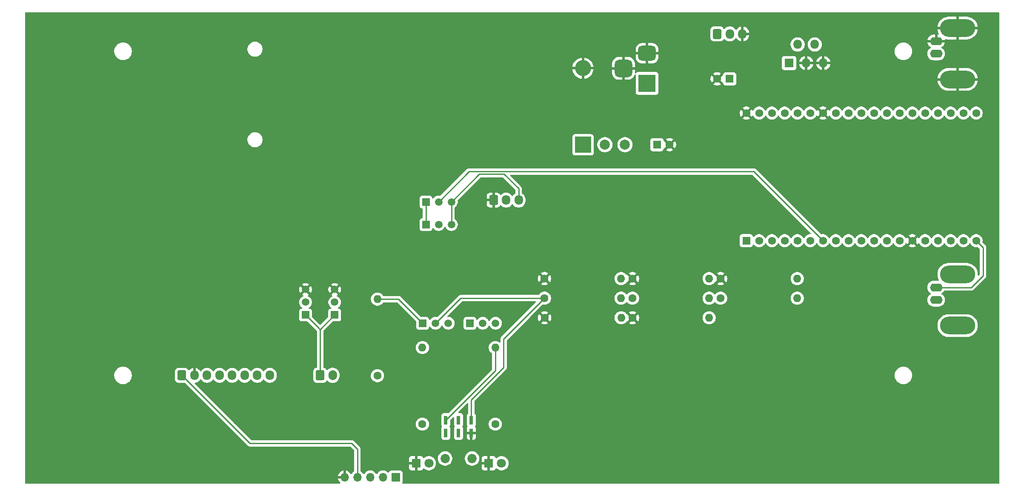
<source format=gbr>
%TF.GenerationSoftware,KiCad,Pcbnew,9.0.0*%
%TF.CreationDate,2025-07-16T00:17:05+02:00*%
%TF.ProjectId,OpenSpritzer2,4f70656e-5370-4726-9974-7a6572322e6b,rev?*%
%TF.SameCoordinates,Original*%
%TF.FileFunction,Copper,L2,Bot*%
%TF.FilePolarity,Positive*%
%FSLAX46Y46*%
G04 Gerber Fmt 4.6, Leading zero omitted, Abs format (unit mm)*
G04 Created by KiCad (PCBNEW 9.0.0) date 2025-07-16 00:17:05*
%MOMM*%
%LPD*%
G01*
G04 APERTURE LIST*
G04 Aperture macros list*
%AMRoundRect*
0 Rectangle with rounded corners*
0 $1 Rounding radius*
0 $2 $3 $4 $5 $6 $7 $8 $9 X,Y pos of 4 corners*
0 Add a 4 corners polygon primitive as box body*
4,1,4,$2,$3,$4,$5,$6,$7,$8,$9,$2,$3,0*
0 Add four circle primitives for the rounded corners*
1,1,$1+$1,$2,$3*
1,1,$1+$1,$4,$5*
1,1,$1+$1,$6,$7*
1,1,$1+$1,$8,$9*
0 Add four rect primitives between the rounded corners*
20,1,$1+$1,$2,$3,$4,$5,0*
20,1,$1+$1,$4,$5,$6,$7,0*
20,1,$1+$1,$6,$7,$8,$9,0*
20,1,$1+$1,$8,$9,$2,$3,0*%
G04 Aperture macros list end*
%TA.AperFunction,ComponentPad*%
%ADD10C,1.600000*%
%TD*%
%TA.AperFunction,ComponentPad*%
%ADD11O,1.600000X1.600000*%
%TD*%
%TA.AperFunction,ComponentPad*%
%ADD12RoundRect,0.250000X-0.600000X-0.725000X0.600000X-0.725000X0.600000X0.725000X-0.600000X0.725000X0*%
%TD*%
%TA.AperFunction,ComponentPad*%
%ADD13O,1.700000X1.950000*%
%TD*%
%TA.AperFunction,ComponentPad*%
%ADD14RoundRect,0.250000X-0.600000X-0.750000X0.600000X-0.750000X0.600000X0.750000X-0.600000X0.750000X0*%
%TD*%
%TA.AperFunction,ComponentPad*%
%ADD15O,1.700000X2.000000*%
%TD*%
%TA.AperFunction,ComponentPad*%
%ADD16C,1.500000*%
%TD*%
%TA.AperFunction,ComponentPad*%
%ADD17R,1.500000X1.500000*%
%TD*%
%TA.AperFunction,ComponentPad*%
%ADD18R,1.700000X1.700000*%
%TD*%
%TA.AperFunction,ComponentPad*%
%ADD19O,1.700000X1.700000*%
%TD*%
%TA.AperFunction,ComponentPad*%
%ADD20R,1.800000X1.800000*%
%TD*%
%TA.AperFunction,ComponentPad*%
%ADD21C,1.800000*%
%TD*%
%TA.AperFunction,ComponentPad*%
%ADD22O,2.499360X1.600200*%
%TD*%
%TA.AperFunction,ComponentPad*%
%ADD23O,7.000240X3.500120*%
%TD*%
%TA.AperFunction,ComponentPad*%
%ADD24O,1.800000X1.800000*%
%TD*%
%TA.AperFunction,ComponentPad*%
%ADD25C,2.000000*%
%TD*%
%TA.AperFunction,ComponentPad*%
%ADD26C,1.850000*%
%TD*%
%TA.AperFunction,ComponentPad*%
%ADD27R,0.750000X1.750000*%
%TD*%
%TA.AperFunction,ComponentPad*%
%ADD28R,3.200000X3.200000*%
%TD*%
%TA.AperFunction,ComponentPad*%
%ADD29O,3.200000X3.200000*%
%TD*%
%TA.AperFunction,ComponentPad*%
%ADD30R,1.600000X1.600000*%
%TD*%
%TA.AperFunction,ComponentPad*%
%ADD31R,3.500000X3.500000*%
%TD*%
%TA.AperFunction,ComponentPad*%
%ADD32RoundRect,0.750000X-1.000000X0.750000X-1.000000X-0.750000X1.000000X-0.750000X1.000000X0.750000X0*%
%TD*%
%TA.AperFunction,ComponentPad*%
%ADD33RoundRect,0.875000X-0.875000X0.875000X-0.875000X-0.875000X0.875000X-0.875000X0.875000X0.875000X0*%
%TD*%
%TA.AperFunction,ComponentPad*%
%ADD34R,1.560000X1.560000*%
%TD*%
%TA.AperFunction,ComponentPad*%
%ADD35C,1.560000*%
%TD*%
%TA.AperFunction,Conductor*%
%ADD36C,0.250000*%
%TD*%
G04 APERTURE END LIST*
D10*
%TO.P,R5,1*%
%TO.N,Net-(D4-A)*%
X82150000Y-84370000D03*
D11*
%TO.P,R5,2*%
%TO.N,VCC 5V*%
X82150000Y-69130000D03*
%TD*%
D10*
%TO.P,R3,1*%
%TO.N,Net-(R3-Pad1)*%
X150430000Y-68950000D03*
D11*
%TO.P,R3,2*%
%TO.N,GPIO34*%
X165670000Y-68950000D03*
%TD*%
D12*
%TO.P,U3,1,VCC*%
%TO.N,3.3V*%
X43250000Y-84300000D03*
D13*
%TO.P,U3,2,GND*%
%TO.N,GNDREF*%
X45750000Y-84300000D03*
%TO.P,U3,3,DIN*%
%TO.N,GPIO23*%
X48250000Y-84300000D03*
%TO.P,U3,4,CLK*%
%TO.N,GPIO18*%
X50750000Y-84300000D03*
%TO.P,U3,5,CS*%
%TO.N,GPIO15*%
X53250000Y-84300000D03*
%TO.P,U3,6,DC*%
%TO.N,GPIO4*%
X55750000Y-84300000D03*
%TO.P,U3,7,RST*%
%TO.N,GPIO0*%
X58250000Y-84300000D03*
%TO.P,U3,8,BL*%
%TO.N,GPIO2*%
X60750000Y-84300000D03*
%TD*%
D10*
%TO.P,1k\u03A9,1*%
%TO.N,Net-(Q1-B)*%
X115390000Y-68950000D03*
D11*
%TO.P,1k\u03A9,2*%
%TO.N,GPIO35*%
X130630000Y-68950000D03*
%TD*%
D14*
%TO.P,D4,1,K*%
%TO.N,Net-(D4-K)*%
X70750000Y-84300000D03*
D15*
%TO.P,D4,2,A*%
%TO.N,Net-(D4-A)*%
X73250000Y-84300000D03*
%TD*%
D16*
%TO.P,NPN,1,B*%
%TO.N,TTL Input*%
X94340000Y-54300000D03*
D17*
%TO.P,NPN,2,C*%
%TO.N,VCC 5V*%
X91800000Y-54300000D03*
D16*
%TO.P,NPN,3,E*%
%TO.N,Net-(J4-Pin_3)*%
X96880000Y-54300000D03*
%TD*%
D12*
%TO.P,J4,1,Pin_1*%
%TO.N,GNDREF*%
X105250000Y-49425000D03*
D13*
%TO.P,J4,2,Pin_2*%
%TO.N,Vin 24V*%
X107750000Y-49425000D03*
%TO.P,J4,3,Pin_3*%
%TO.N,Net-(J4-Pin_3)*%
X110250000Y-49425000D03*
%TD*%
D18*
%TO.P,SW3,1,A*%
%TO.N,GPIO25*%
X85800000Y-104600000D03*
D19*
%TO.P,SW3,2,C*%
%TO.N,GPIO26*%
X83260000Y-104600000D03*
%TO.P,SW3,3,B*%
%TO.N,GPIO21*%
X80720000Y-104600000D03*
%TO.P,SW3,4,S1*%
%TO.N,3.3V*%
X78180000Y-104600000D03*
%TO.P,SW3,5,S2*%
%TO.N,GNDREF*%
X75640000Y-104600000D03*
%TD*%
D16*
%TO.P,NPN,1,B*%
%TO.N,GPIO33*%
X67850000Y-69760000D03*
D17*
%TO.P,NPN,2,C*%
%TO.N,Net-(D4-K)*%
X67850000Y-72300000D03*
D16*
%TO.P,NPN,3,E*%
%TO.N,GNDREF*%
X67850000Y-67220000D03*
%TD*%
D20*
%TO.P,D2,1,K*%
%TO.N,GNDREF*%
X104300000Y-101800000D03*
D21*
%TO.P,D2,2,A*%
%TO.N,Net-(D2-A)*%
X106840000Y-101800000D03*
%TD*%
D10*
%TO.P,R1,1*%
%TO.N,Net-(D2-A)*%
X105600000Y-94020000D03*
D11*
%TO.P,R1,2*%
%TO.N,Net-(R1-Pad2)*%
X105600000Y-78780000D03*
%TD*%
D22*
%TO.P,J2,1,In*%
%TO.N,Net-(J2-In)*%
X193298740Y-69300000D03*
%TO.P,J2,2,Ext*%
%TO.N,VCC 5V*%
X193298740Y-66800640D03*
D23*
%TO.P,J2,GNDREF,Ext*%
%TO.N,N/C*%
X197563400Y-64202220D03*
X197563400Y-74400320D03*
%TD*%
D16*
%TO.P,NPN,1,B*%
%TO.N,Net-(Q1-B)*%
X93710000Y-73950000D03*
D17*
%TO.P,NPN,2,C*%
%TO.N,VCC 5V*%
X91170000Y-73950000D03*
D16*
%TO.P,NPN,3,E*%
%TO.N,Net-(Q1-E)*%
X96250000Y-73950000D03*
%TD*%
%TO.P,NPN,1,B*%
%TO.N,Net-(J3-In)*%
X103110000Y-73950000D03*
D17*
%TO.P,NPN,2,C*%
%TO.N,Net-(Q1-E)*%
X100570000Y-73950000D03*
D16*
%TO.P,NPN,3,E*%
%TO.N,TTL Input*%
X105650000Y-73950000D03*
%TD*%
D10*
%TO.P,2k\u03A9,1*%
%TO.N,GNDREF*%
X115410000Y-72850000D03*
D11*
%TO.P,2k\u03A9,2*%
%TO.N,GPIO35*%
X130650000Y-72850000D03*
%TD*%
D16*
%TO.P,NPN,1,B*%
%TO.N,TTL Input*%
X73650000Y-69760000D03*
D17*
%TO.P,NPN,2,C*%
%TO.N,Net-(D4-K)*%
X73650000Y-72300000D03*
D16*
%TO.P,NPN,3,E*%
%TO.N,GNDREF*%
X73650000Y-67220000D03*
%TD*%
D20*
%TO.P,U2,1,VIN*%
%TO.N,Vin 24V*%
X164050000Y-22150000D03*
D24*
%TO.P,U2,2,OUT*%
%TO.N,Net-(D1-K)*%
X165750000Y-18450000D03*
%TO.P,U2,3,GND*%
%TO.N,GNDREF*%
X167450000Y-22150000D03*
%TO.P,U2,4,FB*%
%TO.N,VCC 5V*%
X169150000Y-18450000D03*
%TO.P,U2,5,~{ON}/OFF*%
%TO.N,GNDREF*%
X170850000Y-22150000D03*
%TD*%
D16*
%TO.P,NPN,1,B*%
%TO.N,GPIO32*%
X94340000Y-49800000D03*
D17*
%TO.P,NPN,2,C*%
%TO.N,VCC 5V*%
X91800000Y-49800000D03*
D16*
%TO.P,NPN,3,E*%
%TO.N,Net-(J4-Pin_3)*%
X96880000Y-49800000D03*
%TD*%
D22*
%TO.P,J3,1,In*%
%TO.N,Net-(J3-In)*%
X193298740Y-20300000D03*
D23*
%TO.P,J3,2,Ext*%
%TO.N,GNDREF*%
X197563400Y-15202220D03*
D22*
X193298740Y-17800640D03*
D23*
X197563400Y-25400320D03*
%TD*%
D12*
%TO.P,SW1,1,1*%
%TO.N,Net-(J1-Pad1)*%
X149750000Y-16350000D03*
D13*
%TO.P,SW1,2,2*%
%TO.N,Vin 24V*%
X152250000Y-16350000D03*
%TO.P,SW1,3,K*%
%TO.N,GNDREF*%
X154750000Y-16350000D03*
%TD*%
D10*
%TO.P,10k\u03A9,1*%
%TO.N,GNDREF*%
X115390000Y-65050000D03*
D11*
%TO.P,10k\u03A9,2*%
%TO.N,Net-(Q1-B)*%
X130630000Y-65050000D03*
%TD*%
D25*
%TO.P,L1,1,1*%
%TO.N,Net-(D1-K)*%
X127400000Y-38400000D03*
%TO.P,L1,2,2*%
%TO.N,VCC 5V*%
X131400000Y-38400000D03*
%TD*%
D10*
%TO.P,R4,1*%
%TO.N,GNDREF*%
X150430000Y-65050000D03*
D11*
%TO.P,R4,2*%
%TO.N,GPIO34*%
X165670000Y-65050000D03*
%TD*%
D20*
%TO.P,D3,1,K*%
%TO.N,GNDREF*%
X89850000Y-101800000D03*
D21*
%TO.P,D3,2,A*%
%TO.N,Net-(D3-A)*%
X92390000Y-101800000D03*
%TD*%
D10*
%TO.P,R2,1*%
%TO.N,Net-(D3-A)*%
X91100000Y-94020000D03*
D11*
%TO.P,R2,2*%
%TO.N,Net-(Q1-B)*%
X91100000Y-78780000D03*
%TD*%
D10*
%TO.P,10k\u03A9,1*%
%TO.N,GNDREF*%
X132910000Y-65050000D03*
D11*
%TO.P,10k\u03A9,2*%
%TO.N,Net-(R1-Pad2)*%
X148150000Y-65050000D03*
%TD*%
D26*
%TO.P,SW2,*%
%TO.N,*%
X95600000Y-100850000D03*
X101000000Y-100850000D03*
D27*
%TO.P,SW2,1,A*%
%TO.N,Net-(R1-Pad2)*%
X95760000Y-93230000D03*
%TO.P,SW2,2,B*%
%TO.N,VCC 5V*%
X98300000Y-93230000D03*
%TO.P,SW2,3,C*%
%TO.N,Net-(Q1-B)*%
X100840000Y-93230000D03*
%TO.P,SW2,4,A*%
%TO.N,Net-(J2-In)*%
X95760000Y-95770000D03*
%TO.P,SW2,5,B*%
%TO.N,Net-(R3-Pad1)*%
X98300000Y-95770000D03*
%TO.P,SW2,6,C*%
%TO.N,GNDREF*%
X100840000Y-95770000D03*
%TD*%
D28*
%TO.P,D1,1,K*%
%TO.N,Net-(D1-K)*%
X123050000Y-38420000D03*
D29*
%TO.P,D1,2,A*%
%TO.N,GNDREF*%
X123050000Y-23180000D03*
%TD*%
D30*
%TO.P,C1,1*%
%TO.N,Vin 24V*%
X152232380Y-25300000D03*
D10*
%TO.P,C1,2*%
%TO.N,GNDREF*%
X149732380Y-25300000D03*
%TD*%
D30*
%TO.P,C2,1*%
%TO.N,VCC 5V*%
X137767621Y-38400000D03*
D10*
%TO.P,C2,2*%
%TO.N,GNDREF*%
X140267621Y-38400000D03*
%TD*%
D31*
%TO.P,J1,1*%
%TO.N,Net-(J1-Pad1)*%
X135800000Y-26200000D03*
D32*
%TO.P,J1,2*%
%TO.N,GNDREF*%
X135800000Y-20200000D03*
D33*
%TO.P,J1,3*%
X131100000Y-23200000D03*
%TD*%
D10*
%TO.P,1k\u03A9,1*%
%TO.N,Net-(R1-Pad2)*%
X132910000Y-68950000D03*
D11*
%TO.P,1k\u03A9,2*%
%TO.N,GPIO27*%
X148150000Y-68950000D03*
%TD*%
D10*
%TO.P,2k\u03A9,1*%
%TO.N,GNDREF*%
X132910000Y-72850000D03*
D11*
%TO.P,2k\u03A9,2*%
%TO.N,GPIO27*%
X148150000Y-72850000D03*
%TD*%
D34*
%TO.P,U1,1,3V3*%
%TO.N,3.3V*%
X155540000Y-57500000D03*
D35*
%TO.P,U1,2,EN*%
%TO.N,unconnected-(U1-EN-Pad2)*%
X158080000Y-57500000D03*
%TO.P,U1,3,SENSOR_VP*%
%TO.N,unconnected-(U1-SENSOR_VP-Pad3)*%
X160620000Y-57500000D03*
%TO.P,U1,4,SENSOR_VN*%
%TO.N,unconnected-(U1-SENSOR_VN-Pad4)*%
X163160000Y-57500000D03*
%TO.P,U1,5,IO34*%
%TO.N,GPIO34*%
X165700000Y-57500000D03*
%TO.P,U1,6,IO35*%
%TO.N,GPIO35*%
X168240000Y-57500000D03*
%TO.P,U1,7,IO32*%
%TO.N,GPIO32*%
X170780000Y-57500000D03*
%TO.P,U1,8,IO33*%
%TO.N,GPIO33*%
X173320000Y-57500000D03*
%TO.P,U1,9,IO25*%
%TO.N,GPIO25*%
X175860000Y-57500000D03*
%TO.P,U1,10,IO26*%
%TO.N,GPIO26*%
X178400000Y-57500000D03*
%TO.P,U1,11,IO27*%
%TO.N,GPIO27*%
X180940000Y-57500000D03*
%TO.P,U1,12,IO14*%
%TO.N,unconnected-(U1-IO14-Pad12)*%
X183480000Y-57500000D03*
%TO.P,U1,13,IO12*%
%TO.N,unconnected-(U1-IO12-Pad13)*%
X186020000Y-57500000D03*
%TO.P,U1,14,GND1*%
%TO.N,GNDREF*%
X188560000Y-57500000D03*
%TO.P,U1,15,IO13*%
%TO.N,unconnected-(U1-IO13-Pad15)*%
X191100000Y-57500000D03*
%TO.P,U1,16,SD2*%
%TO.N,unconnected-(U1-SD2-Pad16)*%
X193640000Y-57500000D03*
%TO.P,U1,17,SD3*%
%TO.N,unconnected-(U1-SD3-Pad17)*%
X196180000Y-57500000D03*
%TO.P,U1,18,CMD*%
%TO.N,unconnected-(U1-CMD-Pad18)*%
X198720000Y-57500000D03*
%TO.P,U1,19,EXT_5V*%
%TO.N,VCC 5V*%
X201260000Y-57500000D03*
%TO.P,U1,20,GND3*%
%TO.N,GNDREF*%
X155540000Y-32100000D03*
%TO.P,U1,21,IO23*%
%TO.N,GPIO23*%
X158080000Y-32100000D03*
%TO.P,U1,22,IO22*%
%TO.N,unconnected-(U1-IO22-Pad22)*%
X160620000Y-32100000D03*
%TO.P,U1,23,TXD0*%
%TO.N,unconnected-(U1-TXD0-Pad23)*%
X163160000Y-32100000D03*
%TO.P,U1,24,RXD0*%
%TO.N,unconnected-(U1-RXD0-Pad24)*%
X165700000Y-32100000D03*
%TO.P,U1,25,IO21*%
%TO.N,GPIO21*%
X168240000Y-32100000D03*
%TO.P,U1,26,GND2*%
%TO.N,GNDREF*%
X170780000Y-32100000D03*
%TO.P,U1,27,IO19*%
%TO.N,unconnected-(U1-IO19-Pad27)*%
X173320000Y-32100000D03*
%TO.P,U1,28,IO18*%
%TO.N,GPIO18*%
X175860000Y-32100000D03*
%TO.P,U1,29,IO5*%
%TO.N,unconnected-(U1-IO5-Pad29)*%
X178400000Y-32100000D03*
%TO.P,U1,30,IO17*%
%TO.N,unconnected-(U1-IO17-Pad30)*%
X180940000Y-32100000D03*
%TO.P,U1,31,IO16*%
%TO.N,unconnected-(U1-IO16-Pad31)*%
X183480000Y-32100000D03*
%TO.P,U1,32,IO4*%
%TO.N,GPIO4*%
X186020000Y-32100000D03*
%TO.P,U1,33,IO0*%
%TO.N,GPIO0*%
X188560000Y-32100000D03*
%TO.P,U1,34,IO2*%
%TO.N,GPIO2*%
X191100000Y-32100000D03*
%TO.P,U1,35,IO15*%
%TO.N,GPIO15*%
X193640000Y-32100000D03*
%TO.P,U1,36,SD1*%
%TO.N,unconnected-(U1-SD1-Pad36)*%
X196180000Y-32100000D03*
%TO.P,U1,37,SD0*%
%TO.N,unconnected-(U1-SD0-Pad37)*%
X198720000Y-32100000D03*
%TO.P,U1,38,CLK*%
%TO.N,unconnected-(U1-CLK-Pad38)*%
X201260000Y-32100000D03*
%TD*%
D36*
%TO.N,VCC 5V*%
X200299360Y-66800640D02*
X193298740Y-66800640D01*
X202650000Y-58890000D02*
X202650000Y-64450000D01*
X201260000Y-57500000D02*
X202650000Y-58890000D01*
X202650000Y-64450000D02*
X200299360Y-66800640D01*
%TO.N,3.3V*%
X78180000Y-98980000D02*
X78180000Y-104600000D01*
X56800000Y-97850000D02*
X77050000Y-97850000D01*
X43250000Y-84300000D02*
X56800000Y-97850000D01*
X77050000Y-97850000D02*
X78180000Y-98980000D01*
%TO.N,VCC 5V*%
X86350000Y-69130000D02*
X91170000Y-73950000D01*
X82150000Y-69130000D02*
X86350000Y-69130000D01*
%TO.N,GPIO32*%
X100390000Y-43750000D02*
X94340000Y-49800000D01*
X157030000Y-43750000D02*
X100390000Y-43750000D01*
X170780000Y-57500000D02*
X157030000Y-43750000D01*
%TO.N,Net-(J4-Pin_3)*%
X107350000Y-44250000D02*
X106050000Y-44250000D01*
X110250000Y-47150000D02*
X107350000Y-44250000D01*
X110250000Y-49425000D02*
X110250000Y-47150000D01*
X102430000Y-44250000D02*
X106050000Y-44250000D01*
X96880000Y-49800000D02*
X102430000Y-44250000D01*
%TO.N,VCC 5V*%
X91800000Y-49800000D02*
X91800000Y-54300000D01*
%TO.N,Net-(J4-Pin_3)*%
X96880000Y-49800000D02*
X96880000Y-54300000D01*
%TO.N,Net-(Q1-B)*%
X107250000Y-77090000D02*
X115390000Y-68950000D01*
X115390000Y-68950000D02*
X115450000Y-68950000D01*
X98710000Y-68950000D02*
X115390000Y-68950000D01*
X100840000Y-89160000D02*
X107250000Y-82750000D01*
X93710000Y-73950000D02*
X98710000Y-68950000D01*
X107250000Y-82750000D02*
X107250000Y-77090000D01*
X100840000Y-93230000D02*
X100840000Y-89160000D01*
%TO.N,Net-(R1-Pad2)*%
X105600000Y-83390000D02*
X95760000Y-93230000D01*
X105600000Y-78780000D02*
X105600000Y-83390000D01*
%TO.N,Net-(D4-K)*%
X69775000Y-74225000D02*
X70750000Y-75200000D01*
X70750000Y-84300000D02*
X70750000Y-78750000D01*
X67850000Y-72300000D02*
X69775000Y-74225000D01*
X73650000Y-72300000D02*
X70750000Y-75200000D01*
X70750000Y-78750000D02*
X70750000Y-77850000D01*
X69775000Y-74225000D02*
X70450000Y-74900000D01*
X70750000Y-77850000D02*
X70750000Y-76950000D01*
X70750000Y-75200000D02*
X70750000Y-78750000D01*
%TD*%
%TA.AperFunction,Conductor*%
%TO.N,GNDREF*%
G36*
X205791621Y-12070502D02*
G01*
X205838114Y-12124158D01*
X205849500Y-12176500D01*
X205849500Y-105723500D01*
X205829498Y-105791621D01*
X205775842Y-105838114D01*
X205723500Y-105849500D01*
X87225187Y-105849500D01*
X87157066Y-105829498D01*
X87110573Y-105775842D01*
X87100469Y-105705568D01*
X87107132Y-105679467D01*
X87151988Y-105559204D01*
X87151990Y-105559196D01*
X87158499Y-105498649D01*
X87158500Y-105498632D01*
X87158500Y-103701367D01*
X87158499Y-103701350D01*
X87151990Y-103640803D01*
X87151988Y-103640795D01*
X87100889Y-103503797D01*
X87100887Y-103503792D01*
X87013261Y-103386738D01*
X86896207Y-103299112D01*
X86896202Y-103299110D01*
X86759204Y-103248011D01*
X86759196Y-103248009D01*
X86698649Y-103241500D01*
X86698638Y-103241500D01*
X84901362Y-103241500D01*
X84901350Y-103241500D01*
X84840803Y-103248009D01*
X84840795Y-103248011D01*
X84703797Y-103299110D01*
X84703792Y-103299112D01*
X84586738Y-103386738D01*
X84499112Y-103503792D01*
X84499110Y-103503797D01*
X84455131Y-103621708D01*
X84412584Y-103678544D01*
X84346064Y-103703354D01*
X84276690Y-103688262D01*
X84247981Y-103666770D01*
X84145009Y-103563798D01*
X84145006Y-103563796D01*
X84145004Y-103563794D01*
X83972009Y-103438106D01*
X83781483Y-103341028D01*
X83781480Y-103341027D01*
X83781478Y-103341026D01*
X83578120Y-103274952D01*
X83578123Y-103274952D01*
X83517195Y-103265302D01*
X83366916Y-103241500D01*
X83153084Y-103241500D01*
X82941884Y-103274951D01*
X82941878Y-103274952D01*
X82738521Y-103341026D01*
X82738515Y-103341029D01*
X82547987Y-103438108D01*
X82374993Y-103563796D01*
X82374990Y-103563798D01*
X82223798Y-103714990D01*
X82223796Y-103714993D01*
X82098108Y-103887987D01*
X82097434Y-103889088D01*
X82097068Y-103889418D01*
X82095196Y-103891996D01*
X82094654Y-103891602D01*
X82044787Y-103936721D01*
X81974745Y-103948328D01*
X81909547Y-103920226D01*
X81884976Y-103891870D01*
X81884804Y-103891996D01*
X81883341Y-103889982D01*
X81882566Y-103889088D01*
X81881896Y-103887996D01*
X81881894Y-103887991D01*
X81756206Y-103714996D01*
X81756203Y-103714993D01*
X81756201Y-103714990D01*
X81605009Y-103563798D01*
X81605006Y-103563796D01*
X81605004Y-103563794D01*
X81432009Y-103438106D01*
X81241483Y-103341028D01*
X81241480Y-103341027D01*
X81241478Y-103341026D01*
X81038120Y-103274952D01*
X81038123Y-103274952D01*
X80977195Y-103265302D01*
X80826916Y-103241500D01*
X80613084Y-103241500D01*
X80401884Y-103274951D01*
X80401878Y-103274952D01*
X80198521Y-103341026D01*
X80198515Y-103341029D01*
X80007987Y-103438108D01*
X79834993Y-103563796D01*
X79834990Y-103563798D01*
X79683798Y-103714990D01*
X79683796Y-103714993D01*
X79558108Y-103887987D01*
X79557434Y-103889088D01*
X79557068Y-103889418D01*
X79555196Y-103891996D01*
X79554654Y-103891602D01*
X79504787Y-103936721D01*
X79434745Y-103948328D01*
X79369547Y-103920226D01*
X79344976Y-103891870D01*
X79344804Y-103891996D01*
X79343341Y-103889982D01*
X79342566Y-103889088D01*
X79341896Y-103887996D01*
X79341894Y-103887991D01*
X79216206Y-103714996D01*
X79216203Y-103714993D01*
X79216201Y-103714990D01*
X79065009Y-103563798D01*
X79065006Y-103563796D01*
X79065004Y-103563794D01*
X78892009Y-103438106D01*
X78886332Y-103435213D01*
X78882291Y-103433154D01*
X78830678Y-103384403D01*
X78813500Y-103320890D01*
X78813500Y-100851402D01*
X88442000Y-100851402D01*
X88442000Y-101546000D01*
X89477032Y-101546000D01*
X89430667Y-101626306D01*
X89400000Y-101740756D01*
X89400000Y-101859244D01*
X89430667Y-101973694D01*
X89477032Y-102054000D01*
X88442000Y-102054000D01*
X88442000Y-102748597D01*
X88448505Y-102809093D01*
X88499555Y-102945964D01*
X88499555Y-102945965D01*
X88587095Y-103062904D01*
X88704034Y-103150444D01*
X88840906Y-103201494D01*
X88901402Y-103207999D01*
X88901415Y-103208000D01*
X89596000Y-103208000D01*
X89596000Y-102172968D01*
X89676306Y-102219333D01*
X89790756Y-102250000D01*
X89909244Y-102250000D01*
X90023694Y-102219333D01*
X90104000Y-102172968D01*
X90104000Y-103208000D01*
X90798585Y-103208000D01*
X90798597Y-103207999D01*
X90859093Y-103201494D01*
X90995964Y-103150444D01*
X90995965Y-103150444D01*
X91112904Y-103062904D01*
X91200444Y-102945965D01*
X91225270Y-102879404D01*
X91267817Y-102822568D01*
X91334337Y-102797757D01*
X91403711Y-102812848D01*
X91432421Y-102834341D01*
X91472421Y-102874341D01*
X91472424Y-102874343D01*
X91651785Y-103004657D01*
X91849324Y-103105308D01*
X92060176Y-103173818D01*
X92279149Y-103208500D01*
X92279152Y-103208500D01*
X92500848Y-103208500D01*
X92500851Y-103208500D01*
X92719824Y-103173818D01*
X92930676Y-103105308D01*
X93128215Y-103004657D01*
X93307576Y-102874343D01*
X93464343Y-102717576D01*
X93594657Y-102538215D01*
X93695308Y-102340676D01*
X93763818Y-102129824D01*
X93798500Y-101910851D01*
X93798500Y-101689149D01*
X93763818Y-101470176D01*
X93695308Y-101259324D01*
X93594657Y-101061785D01*
X93464343Y-100882424D01*
X93464341Y-100882421D01*
X93319101Y-100737181D01*
X94166500Y-100737181D01*
X94166500Y-100962819D01*
X94201797Y-101185679D01*
X94201798Y-101185684D01*
X94271521Y-101400269D01*
X94271522Y-101400272D01*
X94271523Y-101400273D01*
X94373961Y-101601318D01*
X94506587Y-101783863D01*
X94506589Y-101783865D01*
X94506591Y-101783868D01*
X94666131Y-101943408D01*
X94666134Y-101943410D01*
X94666137Y-101943413D01*
X94848682Y-102076039D01*
X95049727Y-102178477D01*
X95264321Y-102248203D01*
X95487181Y-102283500D01*
X95487184Y-102283500D01*
X95712816Y-102283500D01*
X95712819Y-102283500D01*
X95935679Y-102248203D01*
X96150273Y-102178477D01*
X96351318Y-102076039D01*
X96533863Y-101943413D01*
X96693413Y-101783863D01*
X96826039Y-101601318D01*
X96928477Y-101400273D01*
X96998203Y-101185679D01*
X97033500Y-100962819D01*
X97033500Y-100737181D01*
X99566500Y-100737181D01*
X99566500Y-100962819D01*
X99601797Y-101185679D01*
X99601798Y-101185684D01*
X99671521Y-101400269D01*
X99671522Y-101400272D01*
X99671523Y-101400273D01*
X99773961Y-101601318D01*
X99906587Y-101783863D01*
X99906589Y-101783865D01*
X99906591Y-101783868D01*
X100066131Y-101943408D01*
X100066134Y-101943410D01*
X100066137Y-101943413D01*
X100248682Y-102076039D01*
X100449727Y-102178477D01*
X100664321Y-102248203D01*
X100887181Y-102283500D01*
X100887184Y-102283500D01*
X101112816Y-102283500D01*
X101112819Y-102283500D01*
X101335679Y-102248203D01*
X101550273Y-102178477D01*
X101751318Y-102076039D01*
X101933863Y-101943413D01*
X101933868Y-101943408D01*
X101964563Y-101912714D01*
X102093408Y-101783868D01*
X102093413Y-101783863D01*
X102226039Y-101601318D01*
X102328477Y-101400273D01*
X102398203Y-101185679D01*
X102433500Y-100962819D01*
X102433500Y-100851402D01*
X102892000Y-100851402D01*
X102892000Y-101546000D01*
X103927032Y-101546000D01*
X103880667Y-101626306D01*
X103850000Y-101740756D01*
X103850000Y-101859244D01*
X103880667Y-101973694D01*
X103927032Y-102054000D01*
X102892000Y-102054000D01*
X102892000Y-102748597D01*
X102898505Y-102809093D01*
X102949555Y-102945964D01*
X102949555Y-102945965D01*
X103037095Y-103062904D01*
X103154034Y-103150444D01*
X103290906Y-103201494D01*
X103351402Y-103207999D01*
X103351415Y-103208000D01*
X104046000Y-103208000D01*
X104046000Y-102172968D01*
X104126306Y-102219333D01*
X104240756Y-102250000D01*
X104359244Y-102250000D01*
X104473694Y-102219333D01*
X104554000Y-102172968D01*
X104554000Y-103208000D01*
X105248585Y-103208000D01*
X105248597Y-103207999D01*
X105309093Y-103201494D01*
X105445964Y-103150444D01*
X105445965Y-103150444D01*
X105562904Y-103062904D01*
X105650444Y-102945965D01*
X105675270Y-102879404D01*
X105717817Y-102822568D01*
X105784337Y-102797757D01*
X105853711Y-102812848D01*
X105882421Y-102834341D01*
X105922421Y-102874341D01*
X105922424Y-102874343D01*
X106101785Y-103004657D01*
X106299324Y-103105308D01*
X106510176Y-103173818D01*
X106729149Y-103208500D01*
X106729152Y-103208500D01*
X106950848Y-103208500D01*
X106950851Y-103208500D01*
X107169824Y-103173818D01*
X107380676Y-103105308D01*
X107578215Y-103004657D01*
X107757576Y-102874343D01*
X107914343Y-102717576D01*
X108044657Y-102538215D01*
X108145308Y-102340676D01*
X108213818Y-102129824D01*
X108248500Y-101910851D01*
X108248500Y-101689149D01*
X108213818Y-101470176D01*
X108145308Y-101259324D01*
X108044657Y-101061785D01*
X107914343Y-100882424D01*
X107914341Y-100882421D01*
X107757578Y-100725658D01*
X107578218Y-100595345D01*
X107578217Y-100595344D01*
X107578215Y-100595343D01*
X107380676Y-100494692D01*
X107380673Y-100494691D01*
X107380671Y-100494690D01*
X107169829Y-100426183D01*
X107169825Y-100426182D01*
X107169824Y-100426182D01*
X106950851Y-100391500D01*
X106729149Y-100391500D01*
X106510176Y-100426182D01*
X106510170Y-100426183D01*
X106299328Y-100494690D01*
X106299322Y-100494693D01*
X106101781Y-100595345D01*
X105922421Y-100725658D01*
X105882420Y-100765659D01*
X105820108Y-100799684D01*
X105749292Y-100794618D01*
X105692457Y-100752071D01*
X105675270Y-100720596D01*
X105650443Y-100654033D01*
X105562904Y-100537095D01*
X105445965Y-100449555D01*
X105309093Y-100398505D01*
X105248597Y-100392000D01*
X104554000Y-100392000D01*
X104554000Y-101427031D01*
X104473694Y-101380667D01*
X104359244Y-101350000D01*
X104240756Y-101350000D01*
X104126306Y-101380667D01*
X104046000Y-101427031D01*
X104046000Y-100392000D01*
X103351402Y-100392000D01*
X103290906Y-100398505D01*
X103154035Y-100449555D01*
X103154034Y-100449555D01*
X103037095Y-100537095D01*
X102949555Y-100654034D01*
X102949555Y-100654035D01*
X102898505Y-100790906D01*
X102892000Y-100851402D01*
X102433500Y-100851402D01*
X102433500Y-100737181D01*
X102398203Y-100514321D01*
X102328477Y-100299727D01*
X102226039Y-100098682D01*
X102093413Y-99916137D01*
X102093410Y-99916134D01*
X102093408Y-99916131D01*
X101933868Y-99756591D01*
X101933865Y-99756589D01*
X101933863Y-99756587D01*
X101751318Y-99623961D01*
X101550273Y-99521523D01*
X101550272Y-99521522D01*
X101550269Y-99521521D01*
X101335684Y-99451798D01*
X101335680Y-99451797D01*
X101335679Y-99451797D01*
X101112819Y-99416500D01*
X100887181Y-99416500D01*
X100664321Y-99451797D01*
X100664315Y-99451798D01*
X100449730Y-99521521D01*
X100248678Y-99623963D01*
X100066134Y-99756589D01*
X100066131Y-99756591D01*
X99906591Y-99916131D01*
X99906589Y-99916134D01*
X99773963Y-100098678D01*
X99671521Y-100299730D01*
X99601798Y-100514315D01*
X99601797Y-100514320D01*
X99601797Y-100514321D01*
X99566500Y-100737181D01*
X97033500Y-100737181D01*
X96998203Y-100514321D01*
X96928477Y-100299727D01*
X96826039Y-100098682D01*
X96693413Y-99916137D01*
X96693410Y-99916134D01*
X96693408Y-99916131D01*
X96533868Y-99756591D01*
X96533865Y-99756589D01*
X96533863Y-99756587D01*
X96351318Y-99623961D01*
X96150273Y-99521523D01*
X96150272Y-99521522D01*
X96150269Y-99521521D01*
X95935684Y-99451798D01*
X95935680Y-99451797D01*
X95935679Y-99451797D01*
X95712819Y-99416500D01*
X95487181Y-99416500D01*
X95264321Y-99451797D01*
X95264315Y-99451798D01*
X95049730Y-99521521D01*
X94848678Y-99623963D01*
X94666134Y-99756589D01*
X94666131Y-99756591D01*
X94506591Y-99916131D01*
X94506589Y-99916134D01*
X94373963Y-100098678D01*
X94271521Y-100299730D01*
X94201798Y-100514315D01*
X94201797Y-100514320D01*
X94201797Y-100514321D01*
X94166500Y-100737181D01*
X93319101Y-100737181D01*
X93307578Y-100725658D01*
X93128218Y-100595345D01*
X93128217Y-100595344D01*
X93128215Y-100595343D01*
X92930676Y-100494692D01*
X92930673Y-100494691D01*
X92930671Y-100494690D01*
X92719829Y-100426183D01*
X92719825Y-100426182D01*
X92719824Y-100426182D01*
X92500851Y-100391500D01*
X92279149Y-100391500D01*
X92060176Y-100426182D01*
X92060170Y-100426183D01*
X91849328Y-100494690D01*
X91849322Y-100494693D01*
X91651781Y-100595345D01*
X91472421Y-100725658D01*
X91432420Y-100765659D01*
X91370108Y-100799684D01*
X91299292Y-100794618D01*
X91242457Y-100752071D01*
X91225270Y-100720596D01*
X91200443Y-100654033D01*
X91112904Y-100537095D01*
X90995965Y-100449555D01*
X90859093Y-100398505D01*
X90798597Y-100392000D01*
X90104000Y-100392000D01*
X90104000Y-101427031D01*
X90023694Y-101380667D01*
X89909244Y-101350000D01*
X89790756Y-101350000D01*
X89676306Y-101380667D01*
X89596000Y-101427031D01*
X89596000Y-100392000D01*
X88901402Y-100392000D01*
X88840906Y-100398505D01*
X88704035Y-100449555D01*
X88704034Y-100449555D01*
X88587095Y-100537095D01*
X88499555Y-100654034D01*
X88499555Y-100654035D01*
X88448505Y-100790906D01*
X88442000Y-100851402D01*
X78813500Y-100851402D01*
X78813500Y-98917607D01*
X78813499Y-98917603D01*
X78789155Y-98795215D01*
X78741400Y-98679925D01*
X78672071Y-98576167D01*
X78583833Y-98487929D01*
X77453833Y-97357929D01*
X77350075Y-97288600D01*
X77234785Y-97240845D01*
X77161086Y-97226185D01*
X77112396Y-97216500D01*
X77112394Y-97216500D01*
X57114595Y-97216500D01*
X57046474Y-97196498D01*
X57025500Y-97179595D01*
X53847068Y-94001163D01*
X53762924Y-93917019D01*
X89791500Y-93917019D01*
X89791500Y-94122981D01*
X89823720Y-94326408D01*
X89823721Y-94326412D01*
X89883044Y-94508990D01*
X89887366Y-94522290D01*
X89980871Y-94705803D01*
X90101932Y-94872430D01*
X90101934Y-94872432D01*
X90101936Y-94872435D01*
X90247564Y-95018063D01*
X90247567Y-95018065D01*
X90247570Y-95018068D01*
X90414197Y-95139129D01*
X90597710Y-95232634D01*
X90793592Y-95296280D01*
X90997019Y-95328500D01*
X90997022Y-95328500D01*
X91202978Y-95328500D01*
X91202981Y-95328500D01*
X91406408Y-95296280D01*
X91602290Y-95232634D01*
X91785803Y-95139129D01*
X91952430Y-95018068D01*
X92098068Y-94872430D01*
X92219129Y-94705803D01*
X92312634Y-94522290D01*
X92376280Y-94326408D01*
X92408500Y-94122981D01*
X92408500Y-93917019D01*
X92376280Y-93713592D01*
X92312634Y-93517710D01*
X92219129Y-93334197D01*
X92098068Y-93167570D01*
X92098065Y-93167567D01*
X92098063Y-93167564D01*
X91952435Y-93021936D01*
X91952432Y-93021934D01*
X91952430Y-93021932D01*
X91785803Y-92900871D01*
X91602290Y-92807366D01*
X91602287Y-92807365D01*
X91602285Y-92807364D01*
X91406412Y-92743721D01*
X91406410Y-92743720D01*
X91406408Y-92743720D01*
X91202981Y-92711500D01*
X90997019Y-92711500D01*
X90793592Y-92743720D01*
X90793590Y-92743720D01*
X90793587Y-92743721D01*
X90597714Y-92807364D01*
X90597708Y-92807367D01*
X90414193Y-92900873D01*
X90247567Y-93021934D01*
X90247564Y-93021936D01*
X90101936Y-93167564D01*
X90101934Y-93167567D01*
X89980873Y-93334193D01*
X89887367Y-93517708D01*
X89887364Y-93517714D01*
X89823721Y-93713587D01*
X89823720Y-93713590D01*
X89823720Y-93713592D01*
X89791500Y-93917019D01*
X53762924Y-93917019D01*
X45834933Y-85989029D01*
X45800907Y-85926717D01*
X45805972Y-85855902D01*
X45848519Y-85799066D01*
X45904317Y-85775485D01*
X46068003Y-85749559D01*
X46271286Y-85683509D01*
X46271292Y-85683506D01*
X46461750Y-85586463D01*
X46634679Y-85460822D01*
X46785819Y-85309682D01*
X46785821Y-85309679D01*
X46897754Y-85155618D01*
X46953976Y-85112264D01*
X47024712Y-85106189D01*
X47087504Y-85139320D01*
X47101626Y-85155618D01*
X47106272Y-85162012D01*
X47213794Y-85310004D01*
X47213796Y-85310006D01*
X47213798Y-85310009D01*
X47364990Y-85461201D01*
X47364993Y-85461203D01*
X47364996Y-85461206D01*
X47537991Y-85586894D01*
X47728517Y-85683972D01*
X47931878Y-85750047D01*
X47931879Y-85750047D01*
X47931884Y-85750049D01*
X48143084Y-85783500D01*
X48143087Y-85783500D01*
X48356913Y-85783500D01*
X48356916Y-85783500D01*
X48568116Y-85750049D01*
X48771483Y-85683972D01*
X48962009Y-85586894D01*
X49135004Y-85461206D01*
X49286206Y-85310004D01*
X49398064Y-85156043D01*
X49454286Y-85112690D01*
X49525022Y-85106615D01*
X49587814Y-85139746D01*
X49601934Y-85156041D01*
X49713794Y-85310004D01*
X49713796Y-85310006D01*
X49713798Y-85310009D01*
X49864990Y-85461201D01*
X49864993Y-85461203D01*
X49864996Y-85461206D01*
X50037991Y-85586894D01*
X50228517Y-85683972D01*
X50431878Y-85750047D01*
X50431879Y-85750047D01*
X50431884Y-85750049D01*
X50643084Y-85783500D01*
X50643087Y-85783500D01*
X50856913Y-85783500D01*
X50856916Y-85783500D01*
X51068116Y-85750049D01*
X51271483Y-85683972D01*
X51462009Y-85586894D01*
X51635004Y-85461206D01*
X51786206Y-85310004D01*
X51898064Y-85156043D01*
X51954286Y-85112690D01*
X52025022Y-85106615D01*
X52087814Y-85139746D01*
X52101934Y-85156041D01*
X52213794Y-85310004D01*
X52213796Y-85310006D01*
X52213798Y-85310009D01*
X52364990Y-85461201D01*
X52364993Y-85461203D01*
X52364996Y-85461206D01*
X52537991Y-85586894D01*
X52728517Y-85683972D01*
X52931878Y-85750047D01*
X52931879Y-85750047D01*
X52931884Y-85750049D01*
X53143084Y-85783500D01*
X53143087Y-85783500D01*
X53356913Y-85783500D01*
X53356916Y-85783500D01*
X53568116Y-85750049D01*
X53771483Y-85683972D01*
X53962009Y-85586894D01*
X54135004Y-85461206D01*
X54286206Y-85310004D01*
X54398064Y-85156043D01*
X54454286Y-85112690D01*
X54525022Y-85106615D01*
X54587814Y-85139746D01*
X54601934Y-85156041D01*
X54713794Y-85310004D01*
X54713796Y-85310006D01*
X54713798Y-85310009D01*
X54864990Y-85461201D01*
X54864993Y-85461203D01*
X54864996Y-85461206D01*
X55037991Y-85586894D01*
X55228517Y-85683972D01*
X55431878Y-85750047D01*
X55431879Y-85750047D01*
X55431884Y-85750049D01*
X55643084Y-85783500D01*
X55643087Y-85783500D01*
X55856913Y-85783500D01*
X55856916Y-85783500D01*
X56068116Y-85750049D01*
X56271483Y-85683972D01*
X56462009Y-85586894D01*
X56635004Y-85461206D01*
X56786206Y-85310004D01*
X56898064Y-85156043D01*
X56954286Y-85112690D01*
X57025022Y-85106615D01*
X57087814Y-85139746D01*
X57101934Y-85156041D01*
X57213794Y-85310004D01*
X57213796Y-85310006D01*
X57213798Y-85310009D01*
X57364990Y-85461201D01*
X57364993Y-85461203D01*
X57364996Y-85461206D01*
X57537991Y-85586894D01*
X57728517Y-85683972D01*
X57931878Y-85750047D01*
X57931879Y-85750047D01*
X57931884Y-85750049D01*
X58143084Y-85783500D01*
X58143087Y-85783500D01*
X58356913Y-85783500D01*
X58356916Y-85783500D01*
X58568116Y-85750049D01*
X58771483Y-85683972D01*
X58962009Y-85586894D01*
X59135004Y-85461206D01*
X59286206Y-85310004D01*
X59398064Y-85156043D01*
X59454286Y-85112690D01*
X59525022Y-85106615D01*
X59587814Y-85139746D01*
X59601934Y-85156041D01*
X59713794Y-85310004D01*
X59713796Y-85310006D01*
X59713798Y-85310009D01*
X59864990Y-85461201D01*
X59864993Y-85461203D01*
X59864996Y-85461206D01*
X60037991Y-85586894D01*
X60228517Y-85683972D01*
X60431878Y-85750047D01*
X60431879Y-85750047D01*
X60431884Y-85750049D01*
X60643084Y-85783500D01*
X60643087Y-85783500D01*
X60856913Y-85783500D01*
X60856916Y-85783500D01*
X61068116Y-85750049D01*
X61271483Y-85683972D01*
X61462009Y-85586894D01*
X61635004Y-85461206D01*
X61786206Y-85310004D01*
X61911894Y-85137009D01*
X62008972Y-84946483D01*
X62075049Y-84743116D01*
X62108500Y-84531916D01*
X62108500Y-84068084D01*
X62075049Y-83856884D01*
X62008972Y-83653517D01*
X61911894Y-83462991D01*
X61786206Y-83289996D01*
X61786203Y-83289993D01*
X61786201Y-83289990D01*
X61635009Y-83138798D01*
X61635006Y-83138796D01*
X61635004Y-83138794D01*
X61462009Y-83013106D01*
X61271483Y-82916028D01*
X61271480Y-82916027D01*
X61271478Y-82916026D01*
X61068120Y-82849952D01*
X61068123Y-82849952D01*
X61028801Y-82843724D01*
X60856916Y-82816500D01*
X60643084Y-82816500D01*
X60431884Y-82849951D01*
X60431878Y-82849952D01*
X60228521Y-82916026D01*
X60228515Y-82916029D01*
X60037987Y-83013108D01*
X59864993Y-83138796D01*
X59864990Y-83138798D01*
X59713798Y-83289990D01*
X59713796Y-83289993D01*
X59601936Y-83443955D01*
X59545714Y-83487309D01*
X59474977Y-83493384D01*
X59412186Y-83460252D01*
X59398064Y-83443955D01*
X59345736Y-83371932D01*
X59286206Y-83289996D01*
X59286203Y-83289993D01*
X59286201Y-83289990D01*
X59135009Y-83138798D01*
X59135006Y-83138796D01*
X59135004Y-83138794D01*
X58962009Y-83013106D01*
X58771483Y-82916028D01*
X58771480Y-82916027D01*
X58771478Y-82916026D01*
X58568120Y-82849952D01*
X58568123Y-82849952D01*
X58528801Y-82843724D01*
X58356916Y-82816500D01*
X58143084Y-82816500D01*
X57931884Y-82849951D01*
X57931878Y-82849952D01*
X57728521Y-82916026D01*
X57728515Y-82916029D01*
X57537987Y-83013108D01*
X57364993Y-83138796D01*
X57364990Y-83138798D01*
X57213798Y-83289990D01*
X57213796Y-83289993D01*
X57101936Y-83443955D01*
X57045714Y-83487309D01*
X56974977Y-83493384D01*
X56912186Y-83460252D01*
X56898064Y-83443955D01*
X56845736Y-83371932D01*
X56786206Y-83289996D01*
X56786203Y-83289993D01*
X56786201Y-83289990D01*
X56635009Y-83138798D01*
X56635006Y-83138796D01*
X56635004Y-83138794D01*
X56462009Y-83013106D01*
X56271483Y-82916028D01*
X56271480Y-82916027D01*
X56271478Y-82916026D01*
X56068120Y-82849952D01*
X56068123Y-82849952D01*
X56028801Y-82843724D01*
X55856916Y-82816500D01*
X55643084Y-82816500D01*
X55431884Y-82849951D01*
X55431878Y-82849952D01*
X55228521Y-82916026D01*
X55228515Y-82916029D01*
X55037987Y-83013108D01*
X54864993Y-83138796D01*
X54864990Y-83138798D01*
X54713798Y-83289990D01*
X54713796Y-83289993D01*
X54601936Y-83443955D01*
X54545714Y-83487309D01*
X54474977Y-83493384D01*
X54412186Y-83460252D01*
X54398064Y-83443955D01*
X54345736Y-83371932D01*
X54286206Y-83289996D01*
X54286203Y-83289993D01*
X54286201Y-83289990D01*
X54135009Y-83138798D01*
X54135006Y-83138796D01*
X54135004Y-83138794D01*
X53962009Y-83013106D01*
X53771483Y-82916028D01*
X53771480Y-82916027D01*
X53771478Y-82916026D01*
X53568120Y-82849952D01*
X53568123Y-82849952D01*
X53528801Y-82843724D01*
X53356916Y-82816500D01*
X53143084Y-82816500D01*
X52931884Y-82849951D01*
X52931878Y-82849952D01*
X52728521Y-82916026D01*
X52728515Y-82916029D01*
X52537987Y-83013108D01*
X52364993Y-83138796D01*
X52364990Y-83138798D01*
X52213798Y-83289990D01*
X52213796Y-83289993D01*
X52101936Y-83443955D01*
X52045714Y-83487309D01*
X51974977Y-83493384D01*
X51912186Y-83460252D01*
X51898064Y-83443955D01*
X51845736Y-83371932D01*
X51786206Y-83289996D01*
X51786203Y-83289993D01*
X51786201Y-83289990D01*
X51635009Y-83138798D01*
X51635006Y-83138796D01*
X51635004Y-83138794D01*
X51462009Y-83013106D01*
X51271483Y-82916028D01*
X51271480Y-82916027D01*
X51271478Y-82916026D01*
X51068120Y-82849952D01*
X51068123Y-82849952D01*
X51028801Y-82843724D01*
X50856916Y-82816500D01*
X50643084Y-82816500D01*
X50431884Y-82849951D01*
X50431878Y-82849952D01*
X50228521Y-82916026D01*
X50228515Y-82916029D01*
X50037987Y-83013108D01*
X49864993Y-83138796D01*
X49864990Y-83138798D01*
X49713798Y-83289990D01*
X49713796Y-83289993D01*
X49601936Y-83443955D01*
X49545714Y-83487309D01*
X49474977Y-83493384D01*
X49412186Y-83460252D01*
X49398064Y-83443955D01*
X49345736Y-83371932D01*
X49286206Y-83289996D01*
X49286203Y-83289993D01*
X49286201Y-83289990D01*
X49135009Y-83138798D01*
X49135006Y-83138796D01*
X49135004Y-83138794D01*
X48962009Y-83013106D01*
X48771483Y-82916028D01*
X48771480Y-82916027D01*
X48771478Y-82916026D01*
X48568120Y-82849952D01*
X48568123Y-82849952D01*
X48528801Y-82843724D01*
X48356916Y-82816500D01*
X48143084Y-82816500D01*
X47931884Y-82849951D01*
X47931878Y-82849952D01*
X47728521Y-82916026D01*
X47728515Y-82916029D01*
X47537987Y-83013108D01*
X47364993Y-83138796D01*
X47364990Y-83138798D01*
X47213795Y-83289993D01*
X47101626Y-83444381D01*
X47045403Y-83487735D01*
X46974667Y-83493810D01*
X46911876Y-83460678D01*
X46897754Y-83444381D01*
X46785821Y-83290320D01*
X46785819Y-83290317D01*
X46634679Y-83139177D01*
X46461750Y-83013536D01*
X46271292Y-82916493D01*
X46271286Y-82916490D01*
X46068004Y-82850440D01*
X46004000Y-82840302D01*
X46004000Y-83898163D01*
X45933343Y-83857370D01*
X45812535Y-83825000D01*
X45687465Y-83825000D01*
X45566657Y-83857370D01*
X45496000Y-83898163D01*
X45496000Y-82840302D01*
X45431995Y-82850440D01*
X45228713Y-82916490D01*
X45228707Y-82916493D01*
X45038249Y-83013536D01*
X44865322Y-83139176D01*
X44734954Y-83269544D01*
X44672642Y-83303569D01*
X44601826Y-83298504D01*
X44544991Y-83255957D01*
X44538627Y-83246608D01*
X44449030Y-83101348D01*
X44449027Y-83101345D01*
X44449024Y-83101341D01*
X44323658Y-82975975D01*
X44323652Y-82975970D01*
X44283129Y-82950975D01*
X44172738Y-82882885D01*
X44044229Y-82840302D01*
X44004427Y-82827113D01*
X44004420Y-82827112D01*
X43900553Y-82816500D01*
X42599455Y-82816500D01*
X42495574Y-82827112D01*
X42327261Y-82882885D01*
X42176347Y-82975970D01*
X42176341Y-82975975D01*
X42050975Y-83101341D01*
X42050970Y-83101347D01*
X41957885Y-83252262D01*
X41902113Y-83420572D01*
X41902112Y-83420579D01*
X41891500Y-83524446D01*
X41891500Y-85075544D01*
X41902112Y-85179425D01*
X41957885Y-85347738D01*
X42050970Y-85498652D01*
X42050975Y-85498658D01*
X42176341Y-85624024D01*
X42176347Y-85624029D01*
X42176348Y-85624030D01*
X42327262Y-85717115D01*
X42495574Y-85772887D01*
X42599455Y-85783500D01*
X43785404Y-85783499D01*
X43853525Y-85803501D01*
X43874499Y-85820404D01*
X56396167Y-98342072D01*
X56499925Y-98411401D01*
X56615215Y-98459155D01*
X56737606Y-98483500D01*
X56862394Y-98483500D01*
X76735406Y-98483500D01*
X76803527Y-98503502D01*
X76824501Y-98520405D01*
X77509595Y-99205499D01*
X77543621Y-99267811D01*
X77546500Y-99294594D01*
X77546500Y-103320890D01*
X77526498Y-103389011D01*
X77477709Y-103433154D01*
X77467989Y-103438107D01*
X77294993Y-103563796D01*
X77294990Y-103563798D01*
X77143798Y-103714990D01*
X77143796Y-103714993D01*
X77018100Y-103887998D01*
X77017131Y-103889580D01*
X77016606Y-103890054D01*
X77015196Y-103891996D01*
X77014787Y-103891699D01*
X76964479Y-103937206D01*
X76894437Y-103948807D01*
X76829242Y-103920697D01*
X76804515Y-103892156D01*
X76804376Y-103892258D01*
X76803194Y-103890631D01*
X76802266Y-103889560D01*
X76801460Y-103888244D01*
X76675822Y-103715320D01*
X76524679Y-103564177D01*
X76351750Y-103438536D01*
X76161292Y-103341493D01*
X76161286Y-103341490D01*
X75958004Y-103275440D01*
X75894000Y-103265302D01*
X75894000Y-104169297D01*
X75832993Y-104134075D01*
X75705826Y-104100000D01*
X75574174Y-104100000D01*
X75447007Y-104134075D01*
X75386000Y-104169297D01*
X75386000Y-103265302D01*
X75321995Y-103275440D01*
X75118713Y-103341490D01*
X75118707Y-103341493D01*
X74928249Y-103438536D01*
X74755320Y-103564177D01*
X74604177Y-103715320D01*
X74478536Y-103888249D01*
X74381493Y-104078707D01*
X74381490Y-104078713D01*
X74315440Y-104281995D01*
X74305302Y-104346000D01*
X75209297Y-104346000D01*
X75174075Y-104407007D01*
X75140000Y-104534174D01*
X75140000Y-104665826D01*
X75174075Y-104792993D01*
X75209297Y-104854000D01*
X74305302Y-104854000D01*
X74315440Y-104918004D01*
X74381490Y-105121286D01*
X74381493Y-105121292D01*
X74478536Y-105311750D01*
X74604177Y-105484679D01*
X74753903Y-105634405D01*
X74787929Y-105696717D01*
X74782864Y-105767532D01*
X74740317Y-105824368D01*
X74673797Y-105849179D01*
X74664808Y-105849500D01*
X12176500Y-105849500D01*
X12108379Y-105829498D01*
X12061886Y-105775842D01*
X12050500Y-105723500D01*
X12050500Y-84185263D01*
X29799500Y-84185263D01*
X29799500Y-84414736D01*
X29829450Y-84642231D01*
X29829452Y-84642238D01*
X29888842Y-84863887D01*
X29976656Y-85075888D01*
X29976657Y-85075889D01*
X29976662Y-85075900D01*
X30091386Y-85274608D01*
X30091391Y-85274615D01*
X30231073Y-85456652D01*
X30231092Y-85456673D01*
X30393326Y-85618907D01*
X30393347Y-85618926D01*
X30575384Y-85758608D01*
X30575391Y-85758613D01*
X30774099Y-85873337D01*
X30774103Y-85873338D01*
X30774112Y-85873344D01*
X30986113Y-85961158D01*
X31207762Y-86020548D01*
X31207766Y-86020548D01*
X31207768Y-86020549D01*
X31266398Y-86028267D01*
X31435266Y-86050500D01*
X31435273Y-86050500D01*
X31664727Y-86050500D01*
X31664734Y-86050500D01*
X31870345Y-86023430D01*
X31892231Y-86020549D01*
X31892231Y-86020548D01*
X31892238Y-86020548D01*
X32113887Y-85961158D01*
X32325888Y-85873344D01*
X32524612Y-85758611D01*
X32706661Y-85618919D01*
X32868919Y-85456661D01*
X33008611Y-85274612D01*
X33123344Y-85075888D01*
X33211158Y-84863887D01*
X33270548Y-84642238D01*
X33300500Y-84414734D01*
X33300500Y-84185266D01*
X33270548Y-83957762D01*
X33211158Y-83736113D01*
X33123344Y-83524112D01*
X33123338Y-83524103D01*
X33123337Y-83524099D01*
X33008613Y-83325391D01*
X33008608Y-83325384D01*
X32868926Y-83143347D01*
X32868907Y-83143326D01*
X32706673Y-82981092D01*
X32706652Y-82981073D01*
X32524615Y-82841391D01*
X32524608Y-82841386D01*
X32325900Y-82726662D01*
X32325892Y-82726658D01*
X32325888Y-82726656D01*
X32113887Y-82638842D01*
X31892238Y-82579452D01*
X31892231Y-82579450D01*
X31664736Y-82549500D01*
X31664734Y-82549500D01*
X31435266Y-82549500D01*
X31435263Y-82549500D01*
X31207768Y-82579450D01*
X30986113Y-82638842D01*
X30798897Y-82716390D01*
X30774110Y-82726657D01*
X30774099Y-82726662D01*
X30575391Y-82841386D01*
X30575384Y-82841391D01*
X30393347Y-82981073D01*
X30393326Y-82981092D01*
X30231092Y-83143326D01*
X30231073Y-83143347D01*
X30091391Y-83325384D01*
X30091386Y-83325391D01*
X29976662Y-83524099D01*
X29976657Y-83524110D01*
X29888842Y-83736113D01*
X29829450Y-83957768D01*
X29799500Y-84185263D01*
X12050500Y-84185263D01*
X12050500Y-69660954D01*
X66591500Y-69660954D01*
X66591500Y-69859046D01*
X66622488Y-70054700D01*
X66683702Y-70243097D01*
X66773439Y-70419215D01*
X66773636Y-70419601D01*
X66890071Y-70579860D01*
X67030136Y-70719925D01*
X67030139Y-70719927D01*
X67030142Y-70719930D01*
X67159018Y-70813564D01*
X67202372Y-70869786D01*
X67208447Y-70940523D01*
X67175315Y-71003314D01*
X67113495Y-71038226D01*
X67084957Y-71041500D01*
X67051350Y-71041500D01*
X66990803Y-71048009D01*
X66990795Y-71048011D01*
X66853797Y-71099110D01*
X66853792Y-71099112D01*
X66736738Y-71186738D01*
X66649112Y-71303792D01*
X66649110Y-71303797D01*
X66598011Y-71440795D01*
X66598009Y-71440803D01*
X66591500Y-71501350D01*
X66591500Y-73098649D01*
X66598009Y-73159196D01*
X66598011Y-73159204D01*
X66649110Y-73296202D01*
X66649112Y-73296207D01*
X66736738Y-73413261D01*
X66853792Y-73500887D01*
X66853794Y-73500888D01*
X66853796Y-73500889D01*
X66901750Y-73518775D01*
X66990795Y-73551988D01*
X66990803Y-73551990D01*
X67051350Y-73558499D01*
X67051355Y-73558499D01*
X67051362Y-73558500D01*
X68160406Y-73558500D01*
X68228527Y-73578502D01*
X68249501Y-73595405D01*
X70079595Y-75425499D01*
X70113621Y-75487811D01*
X70116500Y-75514594D01*
X70116500Y-82675975D01*
X70096498Y-82744096D01*
X70042842Y-82790589D01*
X70003307Y-82801322D01*
X69995580Y-82802111D01*
X69995577Y-82802112D01*
X69827261Y-82857885D01*
X69676347Y-82950970D01*
X69676341Y-82950975D01*
X69550975Y-83076341D01*
X69550970Y-83076347D01*
X69457885Y-83227262D01*
X69402113Y-83395572D01*
X69402112Y-83395579D01*
X69391500Y-83499446D01*
X69391500Y-85100544D01*
X69402112Y-85204425D01*
X69457885Y-85372738D01*
X69550970Y-85523652D01*
X69550975Y-85523658D01*
X69676341Y-85649024D01*
X69676347Y-85649029D01*
X69676348Y-85649030D01*
X69827262Y-85742115D01*
X69995574Y-85797887D01*
X70099455Y-85808500D01*
X71400544Y-85808499D01*
X71504426Y-85797887D01*
X71672738Y-85742115D01*
X71823652Y-85649030D01*
X71949030Y-85523652D01*
X72038349Y-85378842D01*
X72091134Y-85331365D01*
X72161208Y-85319962D01*
X72226324Y-85348254D01*
X72234684Y-85355895D01*
X72364990Y-85486201D01*
X72364993Y-85486203D01*
X72364996Y-85486206D01*
X72537991Y-85611894D01*
X72728517Y-85708972D01*
X72931878Y-85775047D01*
X72931879Y-85775047D01*
X72931884Y-85775049D01*
X73143084Y-85808500D01*
X73143087Y-85808500D01*
X73356913Y-85808500D01*
X73356916Y-85808500D01*
X73568116Y-85775049D01*
X73771483Y-85708972D01*
X73962009Y-85611894D01*
X74135004Y-85486206D01*
X74286206Y-85335004D01*
X74411894Y-85162009D01*
X74508972Y-84971483D01*
X74575049Y-84768116D01*
X74608500Y-84556916D01*
X74608500Y-84267019D01*
X80841500Y-84267019D01*
X80841500Y-84472981D01*
X80860297Y-84591657D01*
X80873721Y-84676412D01*
X80934635Y-84863887D01*
X80937366Y-84872290D01*
X81030871Y-85055803D01*
X81030873Y-85055806D01*
X81045464Y-85075889D01*
X81151932Y-85222430D01*
X81151934Y-85222432D01*
X81151936Y-85222435D01*
X81297564Y-85368063D01*
X81297567Y-85368065D01*
X81297570Y-85368068D01*
X81464197Y-85489129D01*
X81647710Y-85582634D01*
X81843592Y-85646280D01*
X82047019Y-85678500D01*
X82047022Y-85678500D01*
X82252978Y-85678500D01*
X82252981Y-85678500D01*
X82456408Y-85646280D01*
X82652290Y-85582634D01*
X82835803Y-85489129D01*
X83002430Y-85368068D01*
X83148068Y-85222430D01*
X83269129Y-85055803D01*
X83362634Y-84872290D01*
X83426280Y-84676408D01*
X83458500Y-84472981D01*
X83458500Y-84267019D01*
X83426280Y-84063592D01*
X83362634Y-83867710D01*
X83269129Y-83684197D01*
X83148068Y-83517570D01*
X83148065Y-83517567D01*
X83148063Y-83517564D01*
X83002435Y-83371936D01*
X83002432Y-83371934D01*
X83002430Y-83371932D01*
X82861504Y-83269544D01*
X82835806Y-83250873D01*
X82835805Y-83250872D01*
X82835803Y-83250871D01*
X82652290Y-83157366D01*
X82652287Y-83157365D01*
X82652285Y-83157364D01*
X82456412Y-83093721D01*
X82456410Y-83093720D01*
X82456408Y-83093720D01*
X82252981Y-83061500D01*
X82047019Y-83061500D01*
X81843592Y-83093720D01*
X81843590Y-83093720D01*
X81843587Y-83093721D01*
X81647714Y-83157364D01*
X81647708Y-83157367D01*
X81464193Y-83250873D01*
X81297567Y-83371934D01*
X81297564Y-83371936D01*
X81151936Y-83517564D01*
X81151934Y-83517567D01*
X81030873Y-83684193D01*
X80937367Y-83867708D01*
X80937364Y-83867714D01*
X80873721Y-84063587D01*
X80873720Y-84063590D01*
X80873720Y-84063592D01*
X80841500Y-84267019D01*
X74608500Y-84267019D01*
X74608500Y-84043084D01*
X74575049Y-83831884D01*
X74508972Y-83628517D01*
X74411894Y-83437991D01*
X74286206Y-83264996D01*
X74286203Y-83264993D01*
X74286201Y-83264990D01*
X74135009Y-83113798D01*
X74135006Y-83113796D01*
X74135004Y-83113794D01*
X73962009Y-82988106D01*
X73771483Y-82891028D01*
X73771480Y-82891027D01*
X73771478Y-82891026D01*
X73568120Y-82824952D01*
X73568123Y-82824952D01*
X73488847Y-82812396D01*
X73356916Y-82791500D01*
X73143084Y-82791500D01*
X72931884Y-82824951D01*
X72931878Y-82824952D01*
X72728521Y-82891026D01*
X72728515Y-82891029D01*
X72537987Y-82988108D01*
X72364995Y-83113794D01*
X72234684Y-83244105D01*
X72172372Y-83278130D01*
X72101556Y-83273065D01*
X72044721Y-83230518D01*
X72038356Y-83221168D01*
X71949030Y-83076348D01*
X71949029Y-83076347D01*
X71949024Y-83076341D01*
X71823658Y-82950975D01*
X71823652Y-82950970D01*
X71766999Y-82916026D01*
X71672738Y-82857885D01*
X71588582Y-82829999D01*
X71504427Y-82802113D01*
X71504423Y-82802112D01*
X71496686Y-82801322D01*
X71430952Y-82774495D01*
X71390157Y-82716390D01*
X71383500Y-82675975D01*
X71383500Y-78677019D01*
X89791500Y-78677019D01*
X89791500Y-78882981D01*
X89823720Y-79086408D01*
X89887366Y-79282290D01*
X89980871Y-79465803D01*
X90101932Y-79632430D01*
X90101934Y-79632432D01*
X90101936Y-79632435D01*
X90247564Y-79778063D01*
X90247567Y-79778065D01*
X90247570Y-79778068D01*
X90414197Y-79899129D01*
X90597710Y-79992634D01*
X90793592Y-80056280D01*
X90997019Y-80088500D01*
X90997022Y-80088500D01*
X91202978Y-80088500D01*
X91202981Y-80088500D01*
X91406408Y-80056280D01*
X91602290Y-79992634D01*
X91785803Y-79899129D01*
X91952430Y-79778068D01*
X92098068Y-79632430D01*
X92219129Y-79465803D01*
X92312634Y-79282290D01*
X92376280Y-79086408D01*
X92408500Y-78882981D01*
X92408500Y-78677019D01*
X92376280Y-78473592D01*
X92312634Y-78277710D01*
X92219129Y-78094197D01*
X92098068Y-77927570D01*
X92098065Y-77927567D01*
X92098063Y-77927564D01*
X91952435Y-77781936D01*
X91952432Y-77781934D01*
X91952430Y-77781932D01*
X91785803Y-77660871D01*
X91602290Y-77567366D01*
X91602287Y-77567365D01*
X91602285Y-77567364D01*
X91406412Y-77503721D01*
X91406410Y-77503720D01*
X91406408Y-77503720D01*
X91202981Y-77471500D01*
X90997019Y-77471500D01*
X90793592Y-77503720D01*
X90793590Y-77503720D01*
X90793587Y-77503721D01*
X90597714Y-77567364D01*
X90597708Y-77567367D01*
X90414193Y-77660873D01*
X90247567Y-77781934D01*
X90247564Y-77781936D01*
X90101936Y-77927564D01*
X90101934Y-77927567D01*
X89980873Y-78094193D01*
X89887367Y-78277708D01*
X89887364Y-78277714D01*
X89823721Y-78473587D01*
X89823720Y-78473590D01*
X89823720Y-78473592D01*
X89791500Y-78677019D01*
X71383500Y-78677019D01*
X71383500Y-75514594D01*
X71403502Y-75446473D01*
X71420405Y-75425499D01*
X73250499Y-73595405D01*
X73312811Y-73561379D01*
X73339594Y-73558500D01*
X74448632Y-73558500D01*
X74448638Y-73558500D01*
X74448645Y-73558499D01*
X74448649Y-73558499D01*
X74509196Y-73551990D01*
X74509199Y-73551989D01*
X74509201Y-73551989D01*
X74646204Y-73500889D01*
X74652904Y-73495874D01*
X74763261Y-73413261D01*
X74850887Y-73296207D01*
X74850887Y-73296206D01*
X74850889Y-73296204D01*
X74901989Y-73159201D01*
X74902290Y-73156408D01*
X74908499Y-73098649D01*
X74908500Y-73098632D01*
X74908500Y-71501367D01*
X74908499Y-71501350D01*
X74901990Y-71440803D01*
X74901988Y-71440795D01*
X74850889Y-71303797D01*
X74850887Y-71303792D01*
X74763261Y-71186738D01*
X74646207Y-71099112D01*
X74646202Y-71099110D01*
X74509204Y-71048011D01*
X74509196Y-71048009D01*
X74448649Y-71041500D01*
X74448638Y-71041500D01*
X74415043Y-71041500D01*
X74346922Y-71021498D01*
X74300429Y-70967842D01*
X74290325Y-70897568D01*
X74319819Y-70832988D01*
X74340982Y-70813564D01*
X74469858Y-70719930D01*
X74609930Y-70579858D01*
X74726366Y-70419598D01*
X74816298Y-70243097D01*
X74877512Y-70054700D01*
X74908500Y-69859046D01*
X74908500Y-69660954D01*
X74877512Y-69465300D01*
X74816298Y-69276903D01*
X74726366Y-69100402D01*
X74726364Y-69100399D01*
X74726363Y-69100397D01*
X74723260Y-69096126D01*
X74673050Y-69027019D01*
X80841500Y-69027019D01*
X80841500Y-69232981D01*
X80868427Y-69402989D01*
X80873721Y-69436412D01*
X80922448Y-69586379D01*
X80937366Y-69632290D01*
X81030871Y-69815803D01*
X81151932Y-69982430D01*
X81151934Y-69982432D01*
X81151936Y-69982435D01*
X81297564Y-70128063D01*
X81297567Y-70128065D01*
X81297570Y-70128068D01*
X81464197Y-70249129D01*
X81647710Y-70342634D01*
X81843592Y-70406280D01*
X82047019Y-70438500D01*
X82047022Y-70438500D01*
X82252978Y-70438500D01*
X82252981Y-70438500D01*
X82456408Y-70406280D01*
X82652290Y-70342634D01*
X82835803Y-70249129D01*
X83002430Y-70128068D01*
X83148068Y-69982430D01*
X83269127Y-69815806D01*
X83269394Y-69815439D01*
X83325616Y-69772085D01*
X83371330Y-69763500D01*
X86035406Y-69763500D01*
X86103527Y-69783502D01*
X86124501Y-69800405D01*
X89874595Y-73550499D01*
X89908621Y-73612811D01*
X89911500Y-73639594D01*
X89911500Y-74748649D01*
X89918009Y-74809196D01*
X89918011Y-74809204D01*
X89969110Y-74946202D01*
X89969112Y-74946207D01*
X90056738Y-75063261D01*
X90173792Y-75150887D01*
X90173794Y-75150888D01*
X90173796Y-75150889D01*
X90232875Y-75172924D01*
X90310795Y-75201988D01*
X90310803Y-75201990D01*
X90371350Y-75208499D01*
X90371355Y-75208499D01*
X90371362Y-75208500D01*
X90371368Y-75208500D01*
X91968632Y-75208500D01*
X91968638Y-75208500D01*
X91968645Y-75208499D01*
X91968649Y-75208499D01*
X92029196Y-75201990D01*
X92029199Y-75201989D01*
X92029201Y-75201989D01*
X92166204Y-75150889D01*
X92196957Y-75127868D01*
X92283261Y-75063261D01*
X92370887Y-74946207D01*
X92370887Y-74946206D01*
X92370889Y-74946204D01*
X92421989Y-74809201D01*
X92426219Y-74769860D01*
X92428499Y-74748649D01*
X92428500Y-74748632D01*
X92428500Y-74715043D01*
X92448502Y-74646922D01*
X92502158Y-74600429D01*
X92572432Y-74590325D01*
X92637012Y-74619819D01*
X92656435Y-74640981D01*
X92750070Y-74769858D01*
X92750072Y-74769860D01*
X92750074Y-74769863D01*
X92890139Y-74909928D01*
X92890142Y-74909930D01*
X93050402Y-75026366D01*
X93226903Y-75116298D01*
X93415300Y-75177512D01*
X93610954Y-75208500D01*
X93610957Y-75208500D01*
X93809043Y-75208500D01*
X93809046Y-75208500D01*
X94004700Y-75177512D01*
X94193097Y-75116298D01*
X94369598Y-75026366D01*
X94529858Y-74909930D01*
X94669930Y-74769858D01*
X94786366Y-74609598D01*
X94867734Y-74449902D01*
X94916481Y-74398290D01*
X94985396Y-74381224D01*
X95052598Y-74404125D01*
X95092264Y-74449902D01*
X95173634Y-74609598D01*
X95173636Y-74609601D01*
X95290071Y-74769860D01*
X95430139Y-74909928D01*
X95430142Y-74909930D01*
X95590402Y-75026366D01*
X95766903Y-75116298D01*
X95955300Y-75177512D01*
X96150954Y-75208500D01*
X96150957Y-75208500D01*
X96349043Y-75208500D01*
X96349046Y-75208500D01*
X96544700Y-75177512D01*
X96733097Y-75116298D01*
X96909598Y-75026366D01*
X97069858Y-74909930D01*
X97209930Y-74769858D01*
X97326366Y-74609598D01*
X97416298Y-74433097D01*
X97477512Y-74244700D01*
X97508500Y-74049046D01*
X97508500Y-73850954D01*
X97477512Y-73655300D01*
X97416298Y-73466903D01*
X97326366Y-73290402D01*
X97297012Y-73250000D01*
X97276707Y-73222052D01*
X97276705Y-73222050D01*
X97267376Y-73209210D01*
X97225338Y-73151350D01*
X99311500Y-73151350D01*
X99311500Y-74748649D01*
X99318009Y-74809196D01*
X99318011Y-74809204D01*
X99369110Y-74946202D01*
X99369112Y-74946207D01*
X99456738Y-75063261D01*
X99573792Y-75150887D01*
X99573794Y-75150888D01*
X99573796Y-75150889D01*
X99632875Y-75172924D01*
X99710795Y-75201988D01*
X99710803Y-75201990D01*
X99771350Y-75208499D01*
X99771355Y-75208499D01*
X99771362Y-75208500D01*
X99771368Y-75208500D01*
X101368632Y-75208500D01*
X101368638Y-75208500D01*
X101368645Y-75208499D01*
X101368649Y-75208499D01*
X101429196Y-75201990D01*
X101429199Y-75201989D01*
X101429201Y-75201989D01*
X101566204Y-75150889D01*
X101596957Y-75127868D01*
X101683261Y-75063261D01*
X101770887Y-74946207D01*
X101770887Y-74946206D01*
X101770889Y-74946204D01*
X101821989Y-74809201D01*
X101826219Y-74769860D01*
X101828499Y-74748649D01*
X101828500Y-74748632D01*
X101828500Y-74715043D01*
X101848502Y-74646922D01*
X101902158Y-74600429D01*
X101972432Y-74590325D01*
X102037012Y-74619819D01*
X102056435Y-74640981D01*
X102150070Y-74769858D01*
X102150072Y-74769860D01*
X102150074Y-74769863D01*
X102290139Y-74909928D01*
X102290142Y-74909930D01*
X102450402Y-75026366D01*
X102626903Y-75116298D01*
X102815300Y-75177512D01*
X103010954Y-75208500D01*
X103010957Y-75208500D01*
X103209043Y-75208500D01*
X103209046Y-75208500D01*
X103404700Y-75177512D01*
X103593097Y-75116298D01*
X103769598Y-75026366D01*
X103929858Y-74909930D01*
X104069930Y-74769858D01*
X104186366Y-74609598D01*
X104267734Y-74449902D01*
X104316481Y-74398290D01*
X104385396Y-74381224D01*
X104452598Y-74404125D01*
X104492264Y-74449902D01*
X104573634Y-74609598D01*
X104573636Y-74609601D01*
X104690071Y-74769860D01*
X104830139Y-74909928D01*
X104830142Y-74909930D01*
X104990402Y-75026366D01*
X105166903Y-75116298D01*
X105355300Y-75177512D01*
X105550954Y-75208500D01*
X105550957Y-75208500D01*
X105749043Y-75208500D01*
X105749046Y-75208500D01*
X105944700Y-75177512D01*
X106133097Y-75116298D01*
X106309598Y-75026366D01*
X106469858Y-74909930D01*
X106609930Y-74769858D01*
X106726366Y-74609598D01*
X106816298Y-74433097D01*
X106877512Y-74244700D01*
X106908500Y-74049046D01*
X106908500Y-73850954D01*
X106877512Y-73655300D01*
X106816298Y-73466903D01*
X106726366Y-73290402D01*
X106629016Y-73156412D01*
X106609928Y-73130139D01*
X106469860Y-72990071D01*
X106309601Y-72873636D01*
X106309600Y-72873635D01*
X106309598Y-72873634D01*
X106133097Y-72783702D01*
X105944700Y-72722488D01*
X105749046Y-72691500D01*
X105550954Y-72691500D01*
X105355300Y-72722488D01*
X105355297Y-72722488D01*
X105355296Y-72722489D01*
X105166903Y-72783702D01*
X105166901Y-72783703D01*
X104990398Y-72873636D01*
X104830139Y-72990071D01*
X104690071Y-73130139D01*
X104573636Y-73290398D01*
X104573634Y-73290402D01*
X104542101Y-73352290D01*
X104492267Y-73450094D01*
X104443519Y-73501709D01*
X104374604Y-73518775D01*
X104307402Y-73495874D01*
X104267733Y-73450094D01*
X104186366Y-73290402D01*
X104089016Y-73156412D01*
X104069928Y-73130139D01*
X103929860Y-72990071D01*
X103769601Y-72873636D01*
X103769600Y-72873635D01*
X103769598Y-72873634D01*
X103593097Y-72783702D01*
X103404700Y-72722488D01*
X103209046Y-72691500D01*
X103010954Y-72691500D01*
X102815300Y-72722488D01*
X102815297Y-72722488D01*
X102815296Y-72722489D01*
X102626903Y-72783702D01*
X102626901Y-72783703D01*
X102450398Y-72873636D01*
X102290139Y-72990071D01*
X102150071Y-73130139D01*
X102056436Y-73259017D01*
X102000213Y-73302371D01*
X101929477Y-73308446D01*
X101866685Y-73275314D01*
X101831774Y-73213494D01*
X101828500Y-73184956D01*
X101828500Y-73151367D01*
X101828499Y-73151350D01*
X101821990Y-73090803D01*
X101821988Y-73090795D01*
X101784419Y-72990071D01*
X101770889Y-72953796D01*
X101770888Y-72953794D01*
X101770887Y-72953792D01*
X101683261Y-72836738D01*
X101566207Y-72749112D01*
X101566202Y-72749110D01*
X101429204Y-72698011D01*
X101429196Y-72698009D01*
X101368649Y-72691500D01*
X101368638Y-72691500D01*
X99771362Y-72691500D01*
X99771350Y-72691500D01*
X99710803Y-72698009D01*
X99710795Y-72698011D01*
X99573797Y-72749110D01*
X99573792Y-72749112D01*
X99456738Y-72836738D01*
X99369112Y-72953792D01*
X99369110Y-72953797D01*
X99318011Y-73090795D01*
X99318009Y-73090803D01*
X99311500Y-73151350D01*
X97225338Y-73151350D01*
X97209930Y-73130142D01*
X97209926Y-73130138D01*
X97209924Y-73130135D01*
X97069860Y-72990071D01*
X96909601Y-72873636D01*
X96909600Y-72873635D01*
X96909598Y-72873634D01*
X96733097Y-72783702D01*
X96544700Y-72722488D01*
X96349046Y-72691500D01*
X96168593Y-72691500D01*
X96100472Y-72671498D01*
X96053979Y-72617842D01*
X96043875Y-72547568D01*
X96073369Y-72482988D01*
X96079498Y-72476405D01*
X97456792Y-71099112D01*
X98935499Y-69620405D01*
X98997811Y-69586379D01*
X99024594Y-69583500D01*
X113556406Y-69583500D01*
X113624527Y-69603502D01*
X113671020Y-69657158D01*
X113681124Y-69727432D01*
X113651630Y-69792012D01*
X113645501Y-69798595D01*
X106757931Y-76686164D01*
X106757926Y-76686171D01*
X106688601Y-76789923D01*
X106640846Y-76905212D01*
X106616500Y-77027603D01*
X106616500Y-77653847D01*
X106596498Y-77721968D01*
X106542842Y-77768461D01*
X106472568Y-77778565D01*
X106416439Y-77755783D01*
X106285806Y-77660873D01*
X106285805Y-77660872D01*
X106285803Y-77660871D01*
X106102290Y-77567366D01*
X106102287Y-77567365D01*
X106102285Y-77567364D01*
X105906412Y-77503721D01*
X105906410Y-77503720D01*
X105906408Y-77503720D01*
X105702981Y-77471500D01*
X105497019Y-77471500D01*
X105293592Y-77503720D01*
X105293590Y-77503720D01*
X105293587Y-77503721D01*
X105097714Y-77567364D01*
X105097708Y-77567367D01*
X104914193Y-77660873D01*
X104747567Y-77781934D01*
X104747564Y-77781936D01*
X104601936Y-77927564D01*
X104601934Y-77927567D01*
X104480873Y-78094193D01*
X104387367Y-78277708D01*
X104387364Y-78277714D01*
X104323721Y-78473587D01*
X104323720Y-78473590D01*
X104323720Y-78473592D01*
X104291500Y-78677019D01*
X104291500Y-78882981D01*
X104323720Y-79086408D01*
X104387366Y-79282290D01*
X104480871Y-79465803D01*
X104601932Y-79632430D01*
X104601934Y-79632432D01*
X104601936Y-79632435D01*
X104747564Y-79778063D01*
X104747567Y-79778065D01*
X104747570Y-79778068D01*
X104914197Y-79899129D01*
X104914204Y-79899133D01*
X104914560Y-79899391D01*
X104957915Y-79955613D01*
X104966500Y-80001328D01*
X104966500Y-83075405D01*
X104946498Y-83143526D01*
X104929595Y-83164500D01*
X96284013Y-91810081D01*
X96221701Y-91844107D01*
X96187049Y-91845970D01*
X96187011Y-91846681D01*
X96183643Y-91846500D01*
X96183638Y-91846500D01*
X95336362Y-91846500D01*
X95336350Y-91846500D01*
X95275803Y-91853009D01*
X95275795Y-91853011D01*
X95138797Y-91904110D01*
X95138792Y-91904112D01*
X95021738Y-91991738D01*
X94934112Y-92108792D01*
X94934110Y-92108797D01*
X94883011Y-92245795D01*
X94883009Y-92245803D01*
X94876500Y-92306350D01*
X94876500Y-94153649D01*
X94883009Y-94214196D01*
X94883011Y-94214204D01*
X94934110Y-94351202D01*
X94934113Y-94351207D01*
X94988972Y-94424491D01*
X95013783Y-94491012D01*
X94998691Y-94560386D01*
X94988972Y-94575509D01*
X94934113Y-94648792D01*
X94934110Y-94648797D01*
X94883011Y-94785795D01*
X94883009Y-94785803D01*
X94876500Y-94846350D01*
X94876500Y-96693649D01*
X94883009Y-96754196D01*
X94883011Y-96754204D01*
X94934110Y-96891202D01*
X94934112Y-96891207D01*
X95021738Y-97008261D01*
X95138792Y-97095887D01*
X95138794Y-97095888D01*
X95138796Y-97095889D01*
X95197875Y-97117924D01*
X95275795Y-97146988D01*
X95275803Y-97146990D01*
X95336350Y-97153499D01*
X95336355Y-97153499D01*
X95336362Y-97153500D01*
X95336368Y-97153500D01*
X96183632Y-97153500D01*
X96183638Y-97153500D01*
X96183645Y-97153499D01*
X96183649Y-97153499D01*
X96244196Y-97146990D01*
X96244199Y-97146989D01*
X96244201Y-97146989D01*
X96381204Y-97095889D01*
X96381799Y-97095444D01*
X96498261Y-97008261D01*
X96585887Y-96891207D01*
X96585887Y-96891206D01*
X96585889Y-96891204D01*
X96636989Y-96754201D01*
X96643500Y-96693638D01*
X96643500Y-94846362D01*
X96637001Y-94785906D01*
X96636990Y-94785803D01*
X96636988Y-94785795D01*
X96585978Y-94649035D01*
X96585889Y-94648796D01*
X96531026Y-94575508D01*
X96506215Y-94508990D01*
X96521306Y-94439616D01*
X96531023Y-94424496D01*
X96585889Y-94351204D01*
X96636989Y-94214201D01*
X96643500Y-94153638D01*
X96643500Y-93294594D01*
X96663502Y-93226473D01*
X96680405Y-93205499D01*
X97201405Y-92684499D01*
X97263717Y-92650473D01*
X97334532Y-92655538D01*
X97391368Y-92698085D01*
X97416179Y-92764605D01*
X97416500Y-92773594D01*
X97416500Y-94153649D01*
X97423009Y-94214196D01*
X97423011Y-94214204D01*
X97474110Y-94351202D01*
X97474113Y-94351207D01*
X97528972Y-94424491D01*
X97553783Y-94491012D01*
X97538691Y-94560386D01*
X97528972Y-94575509D01*
X97474113Y-94648792D01*
X97474110Y-94648797D01*
X97423011Y-94785795D01*
X97423009Y-94785803D01*
X97416500Y-94846350D01*
X97416500Y-96693649D01*
X97423009Y-96754196D01*
X97423011Y-96754204D01*
X97474110Y-96891202D01*
X97474112Y-96891207D01*
X97561738Y-97008261D01*
X97678792Y-97095887D01*
X97678794Y-97095888D01*
X97678796Y-97095889D01*
X97737875Y-97117924D01*
X97815795Y-97146988D01*
X97815803Y-97146990D01*
X97876350Y-97153499D01*
X97876355Y-97153499D01*
X97876362Y-97153500D01*
X97876368Y-97153500D01*
X98723632Y-97153500D01*
X98723638Y-97153500D01*
X98723645Y-97153499D01*
X98723649Y-97153499D01*
X98784196Y-97146990D01*
X98784199Y-97146989D01*
X98784201Y-97146989D01*
X98921204Y-97095889D01*
X98921799Y-97095444D01*
X99038261Y-97008261D01*
X99125887Y-96891207D01*
X99125887Y-96891206D01*
X99125889Y-96891204D01*
X99176989Y-96754201D01*
X99183500Y-96693638D01*
X99183500Y-94846362D01*
X99177001Y-94785906D01*
X99176990Y-94785803D01*
X99176988Y-94785795D01*
X99125978Y-94649035D01*
X99125889Y-94648796D01*
X99071026Y-94575508D01*
X99046215Y-94508990D01*
X99061306Y-94439616D01*
X99071023Y-94424496D01*
X99125889Y-94351204D01*
X99176989Y-94214201D01*
X99183500Y-94153638D01*
X99183500Y-92306362D01*
X99183499Y-92306350D01*
X99176990Y-92245803D01*
X99176988Y-92245795D01*
X99125889Y-92108797D01*
X99125887Y-92108792D01*
X99038261Y-91991738D01*
X98921207Y-91904112D01*
X98921202Y-91904110D01*
X98784204Y-91853011D01*
X98784196Y-91853009D01*
X98723649Y-91846500D01*
X98723638Y-91846500D01*
X98343594Y-91846500D01*
X98275473Y-91826498D01*
X98228980Y-91772842D01*
X98218876Y-91702568D01*
X98248370Y-91637988D01*
X98254499Y-91631405D01*
X99991405Y-89894499D01*
X100053717Y-89860473D01*
X100124532Y-89865538D01*
X100181368Y-89908085D01*
X100206179Y-89974605D01*
X100206500Y-89983594D01*
X100206500Y-91850244D01*
X100186498Y-91918365D01*
X100156010Y-91951111D01*
X100101738Y-91991738D01*
X100014112Y-92108792D01*
X100014110Y-92108797D01*
X99963011Y-92245795D01*
X99963009Y-92245803D01*
X99956500Y-92306350D01*
X99956500Y-94153649D01*
X99963009Y-94214196D01*
X99963011Y-94214204D01*
X100014110Y-94351202D01*
X100014112Y-94351207D01*
X100069284Y-94424907D01*
X100094095Y-94491427D01*
X100079004Y-94560801D01*
X100069285Y-94575924D01*
X100014555Y-94649035D01*
X99963505Y-94785906D01*
X99957000Y-94846402D01*
X99957000Y-95516000D01*
X100565000Y-95516000D01*
X100565000Y-96024000D01*
X99957000Y-96024000D01*
X99957000Y-96693597D01*
X99963505Y-96754093D01*
X100014555Y-96890964D01*
X100014555Y-96890965D01*
X100102095Y-97007904D01*
X100219034Y-97095444D01*
X100355906Y-97146494D01*
X100416402Y-97152999D01*
X100416415Y-97153000D01*
X100586000Y-97153000D01*
X100586000Y-96375399D01*
X100606866Y-96425775D01*
X100684225Y-96503134D01*
X100785299Y-96545000D01*
X100894701Y-96545000D01*
X100995775Y-96503134D01*
X101073134Y-96425775D01*
X101094000Y-96375399D01*
X101094000Y-97153000D01*
X101263585Y-97153000D01*
X101263597Y-97152999D01*
X101324093Y-97146494D01*
X101460964Y-97095444D01*
X101460965Y-97095444D01*
X101577904Y-97007904D01*
X101665444Y-96890965D01*
X101665444Y-96890964D01*
X101716494Y-96754093D01*
X101722999Y-96693597D01*
X101723000Y-96693585D01*
X101723000Y-96024000D01*
X101115000Y-96024000D01*
X101115000Y-95516000D01*
X101723000Y-95516000D01*
X101723000Y-94846414D01*
X101722999Y-94846402D01*
X101716494Y-94785906D01*
X101665444Y-94649035D01*
X101665443Y-94649034D01*
X101610715Y-94575927D01*
X101585903Y-94509407D01*
X101600994Y-94440033D01*
X101610715Y-94424907D01*
X101611027Y-94424491D01*
X101665889Y-94351204D01*
X101716989Y-94214201D01*
X101723500Y-94153638D01*
X101723500Y-93917019D01*
X104291500Y-93917019D01*
X104291500Y-94122981D01*
X104323720Y-94326408D01*
X104323721Y-94326412D01*
X104383044Y-94508990D01*
X104387366Y-94522290D01*
X104480871Y-94705803D01*
X104601932Y-94872430D01*
X104601934Y-94872432D01*
X104601936Y-94872435D01*
X104747564Y-95018063D01*
X104747567Y-95018065D01*
X104747570Y-95018068D01*
X104914197Y-95139129D01*
X105097710Y-95232634D01*
X105293592Y-95296280D01*
X105497019Y-95328500D01*
X105497022Y-95328500D01*
X105702978Y-95328500D01*
X105702981Y-95328500D01*
X105906408Y-95296280D01*
X106102290Y-95232634D01*
X106285803Y-95139129D01*
X106452430Y-95018068D01*
X106598068Y-94872430D01*
X106719129Y-94705803D01*
X106812634Y-94522290D01*
X106876280Y-94326408D01*
X106908500Y-94122981D01*
X106908500Y-93917019D01*
X106876280Y-93713592D01*
X106812634Y-93517710D01*
X106719129Y-93334197D01*
X106598068Y-93167570D01*
X106598065Y-93167567D01*
X106598063Y-93167564D01*
X106452435Y-93021936D01*
X106452432Y-93021934D01*
X106452430Y-93021932D01*
X106285803Y-92900871D01*
X106102290Y-92807366D01*
X106102287Y-92807365D01*
X106102285Y-92807364D01*
X105906412Y-92743721D01*
X105906410Y-92743720D01*
X105906408Y-92743720D01*
X105702981Y-92711500D01*
X105497019Y-92711500D01*
X105293592Y-92743720D01*
X105293590Y-92743720D01*
X105293587Y-92743721D01*
X105097714Y-92807364D01*
X105097708Y-92807367D01*
X104914193Y-92900873D01*
X104747567Y-93021934D01*
X104747564Y-93021936D01*
X104601936Y-93167564D01*
X104601934Y-93167567D01*
X104480873Y-93334193D01*
X104387367Y-93517708D01*
X104387364Y-93517714D01*
X104323721Y-93713587D01*
X104323720Y-93713590D01*
X104323720Y-93713592D01*
X104291500Y-93917019D01*
X101723500Y-93917019D01*
X101723500Y-92306362D01*
X101723499Y-92306350D01*
X101716990Y-92245803D01*
X101716988Y-92245795D01*
X101665889Y-92108797D01*
X101665887Y-92108792D01*
X101578261Y-91991738D01*
X101523990Y-91951111D01*
X101481444Y-91894275D01*
X101473500Y-91850244D01*
X101473500Y-89474594D01*
X101493502Y-89406473D01*
X101510405Y-89385499D01*
X106710641Y-84185263D01*
X185049500Y-84185263D01*
X185049500Y-84414736D01*
X185079450Y-84642231D01*
X185079452Y-84642238D01*
X185138842Y-84863887D01*
X185226656Y-85075888D01*
X185226657Y-85075889D01*
X185226662Y-85075900D01*
X185341386Y-85274608D01*
X185341391Y-85274615D01*
X185481073Y-85456652D01*
X185481092Y-85456673D01*
X185643326Y-85618907D01*
X185643347Y-85618926D01*
X185825384Y-85758608D01*
X185825391Y-85758613D01*
X186024099Y-85873337D01*
X186024103Y-85873338D01*
X186024112Y-85873344D01*
X186236113Y-85961158D01*
X186457762Y-86020548D01*
X186457766Y-86020548D01*
X186457768Y-86020549D01*
X186516398Y-86028267D01*
X186685266Y-86050500D01*
X186685273Y-86050500D01*
X186914727Y-86050500D01*
X186914734Y-86050500D01*
X187120345Y-86023430D01*
X187142231Y-86020549D01*
X187142231Y-86020548D01*
X187142238Y-86020548D01*
X187363887Y-85961158D01*
X187575888Y-85873344D01*
X187774612Y-85758611D01*
X187956661Y-85618919D01*
X188118919Y-85456661D01*
X188258611Y-85274612D01*
X188373344Y-85075888D01*
X188461158Y-84863887D01*
X188520548Y-84642238D01*
X188550500Y-84414734D01*
X188550500Y-84185266D01*
X188520548Y-83957762D01*
X188461158Y-83736113D01*
X188373344Y-83524112D01*
X188373338Y-83524103D01*
X188373337Y-83524099D01*
X188258613Y-83325391D01*
X188258608Y-83325384D01*
X188118926Y-83143347D01*
X188118907Y-83143326D01*
X187956673Y-82981092D01*
X187956652Y-82981073D01*
X187774615Y-82841391D01*
X187774608Y-82841386D01*
X187575900Y-82726662D01*
X187575892Y-82726658D01*
X187575888Y-82726656D01*
X187363887Y-82638842D01*
X187142238Y-82579452D01*
X187142231Y-82579450D01*
X186914736Y-82549500D01*
X186914734Y-82549500D01*
X186685266Y-82549500D01*
X186685263Y-82549500D01*
X186457768Y-82579450D01*
X186236113Y-82638842D01*
X186048897Y-82716390D01*
X186024110Y-82726657D01*
X186024099Y-82726662D01*
X185825391Y-82841386D01*
X185825384Y-82841391D01*
X185643347Y-82981073D01*
X185643326Y-82981092D01*
X185481092Y-83143326D01*
X185481073Y-83143347D01*
X185341391Y-83325384D01*
X185341386Y-83325391D01*
X185226662Y-83524099D01*
X185226657Y-83524110D01*
X185138842Y-83736113D01*
X185079450Y-83957768D01*
X185049500Y-84185263D01*
X106710641Y-84185263D01*
X106803858Y-84092046D01*
X107267389Y-83628515D01*
X107742071Y-83153833D01*
X107811400Y-83050075D01*
X107859155Y-82934785D01*
X107883500Y-82812394D01*
X107883500Y-82687606D01*
X107883500Y-77404593D01*
X107903502Y-77336472D01*
X107920400Y-77315503D01*
X110983619Y-74252283D01*
X193554780Y-74252283D01*
X193554780Y-74548356D01*
X193593423Y-74841881D01*
X193593424Y-74841887D01*
X193593425Y-74841889D01*
X193670053Y-75127868D01*
X193783353Y-75401399D01*
X193783354Y-75401400D01*
X193783359Y-75401411D01*
X193931384Y-75657797D01*
X193931386Y-75657800D01*
X193931387Y-75657801D01*
X194111621Y-75892687D01*
X194111625Y-75892691D01*
X194111630Y-75892697D01*
X194320962Y-76102029D01*
X194320967Y-76102033D01*
X194320973Y-76102039D01*
X194555859Y-76282273D01*
X194555862Y-76282275D01*
X194812248Y-76430300D01*
X194812252Y-76430301D01*
X194812261Y-76430307D01*
X195085792Y-76543607D01*
X195371771Y-76620235D01*
X195371777Y-76620235D01*
X195371778Y-76620236D01*
X195405458Y-76624670D01*
X195665306Y-76658880D01*
X195665313Y-76658880D01*
X199461487Y-76658880D01*
X199461494Y-76658880D01*
X199755029Y-76620235D01*
X200041008Y-76543607D01*
X200314539Y-76430307D01*
X200570941Y-76282273D01*
X200805827Y-76102039D01*
X201015179Y-75892687D01*
X201195413Y-75657801D01*
X201343447Y-75401399D01*
X201456747Y-75127868D01*
X201533375Y-74841889D01*
X201572020Y-74548354D01*
X201572020Y-74252286D01*
X201533375Y-73958751D01*
X201456747Y-73672772D01*
X201343447Y-73399241D01*
X201343441Y-73399232D01*
X201343440Y-73399228D01*
X201195415Y-73142842D01*
X201185665Y-73130135D01*
X201015179Y-72907953D01*
X201015173Y-72907947D01*
X201015169Y-72907942D01*
X200805837Y-72698610D01*
X200805831Y-72698605D01*
X200805827Y-72698601D01*
X200570941Y-72518367D01*
X200570940Y-72518366D01*
X200570937Y-72518364D01*
X200314551Y-72370339D01*
X200314543Y-72370335D01*
X200314539Y-72370333D01*
X200041008Y-72257033D01*
X199755029Y-72180405D01*
X199755027Y-72180404D01*
X199755021Y-72180403D01*
X199461496Y-72141760D01*
X199461494Y-72141760D01*
X195665306Y-72141760D01*
X195665303Y-72141760D01*
X195371778Y-72180403D01*
X195371771Y-72180405D01*
X195085792Y-72257033D01*
X194866420Y-72347900D01*
X194812259Y-72370334D01*
X194812248Y-72370339D01*
X194555862Y-72518364D01*
X194320973Y-72698601D01*
X194320962Y-72698610D01*
X194111630Y-72907942D01*
X194111621Y-72907953D01*
X193931384Y-73142842D01*
X193783359Y-73399228D01*
X193783354Y-73399239D01*
X193783353Y-73399241D01*
X193717386Y-73558499D01*
X193670053Y-73672772D01*
X193593423Y-73958758D01*
X193554780Y-74252283D01*
X110983619Y-74252283D01*
X112488841Y-72747061D01*
X114102000Y-72747061D01*
X114102000Y-72952938D01*
X114134208Y-73156296D01*
X114197826Y-73352093D01*
X114197829Y-73352099D01*
X114291297Y-73535540D01*
X114291298Y-73535541D01*
X114322416Y-73578372D01*
X115010000Y-72890788D01*
X115010000Y-72902661D01*
X115037259Y-73004394D01*
X115089920Y-73095606D01*
X115164394Y-73170080D01*
X115255606Y-73222741D01*
X115357339Y-73250000D01*
X115369210Y-73250000D01*
X114681626Y-73937582D01*
X114681626Y-73937583D01*
X114724454Y-73968699D01*
X114907900Y-74062170D01*
X114907906Y-74062173D01*
X115103705Y-74125791D01*
X115103701Y-74125791D01*
X115307061Y-74158000D01*
X115512939Y-74158000D01*
X115716296Y-74125791D01*
X115912093Y-74062173D01*
X115912099Y-74062170D01*
X116095541Y-73968701D01*
X116138372Y-73937582D01*
X116138372Y-73937581D01*
X115450791Y-73250000D01*
X115462661Y-73250000D01*
X115564394Y-73222741D01*
X115655606Y-73170080D01*
X115730080Y-73095606D01*
X115782741Y-73004394D01*
X115810000Y-72902661D01*
X115810000Y-72890791D01*
X116497581Y-73578372D01*
X116497582Y-73578372D01*
X116528701Y-73535541D01*
X116622170Y-73352099D01*
X116622173Y-73352093D01*
X116685791Y-73156296D01*
X116718000Y-72952938D01*
X116718000Y-72747061D01*
X116717993Y-72747019D01*
X129341500Y-72747019D01*
X129341500Y-72952981D01*
X129373720Y-73156408D01*
X129373721Y-73156412D01*
X129419143Y-73296207D01*
X129437366Y-73352290D01*
X129522195Y-73518775D01*
X129530873Y-73535806D01*
X129547361Y-73558500D01*
X129651932Y-73702430D01*
X129651934Y-73702432D01*
X129651936Y-73702435D01*
X129797564Y-73848063D01*
X129797567Y-73848065D01*
X129797570Y-73848068D01*
X129964197Y-73969129D01*
X130147710Y-74062634D01*
X130343592Y-74126280D01*
X130547019Y-74158500D01*
X130547022Y-74158500D01*
X130752978Y-74158500D01*
X130752981Y-74158500D01*
X130956408Y-74126280D01*
X131152290Y-74062634D01*
X131335803Y-73969129D01*
X131502430Y-73848068D01*
X131648068Y-73702430D01*
X131704754Y-73624406D01*
X131708659Y-73619974D01*
X131733872Y-73604055D01*
X131757500Y-73585836D01*
X131764326Y-73584829D01*
X131768693Y-73582073D01*
X131782282Y-73582182D01*
X131813102Y-73577639D01*
X131822416Y-73578372D01*
X132510000Y-72890788D01*
X132510000Y-72902661D01*
X132537259Y-73004394D01*
X132589920Y-73095606D01*
X132664394Y-73170080D01*
X132755606Y-73222741D01*
X132857339Y-73250000D01*
X132869210Y-73250000D01*
X132181626Y-73937582D01*
X132181626Y-73937583D01*
X132224454Y-73968699D01*
X132407900Y-74062170D01*
X132407906Y-74062173D01*
X132603705Y-74125791D01*
X132603701Y-74125791D01*
X132807061Y-74158000D01*
X133012939Y-74158000D01*
X133216296Y-74125791D01*
X133412093Y-74062173D01*
X133412099Y-74062170D01*
X133595541Y-73968701D01*
X133638372Y-73937582D01*
X133638372Y-73937581D01*
X132950791Y-73250000D01*
X132962661Y-73250000D01*
X133064394Y-73222741D01*
X133155606Y-73170080D01*
X133230080Y-73095606D01*
X133282741Y-73004394D01*
X133310000Y-72902661D01*
X133310000Y-72890791D01*
X133997581Y-73578372D01*
X133997582Y-73578372D01*
X134028701Y-73535541D01*
X134122170Y-73352099D01*
X134122173Y-73352093D01*
X134185791Y-73156296D01*
X134218000Y-72952938D01*
X134218000Y-72747061D01*
X134217993Y-72747019D01*
X146841500Y-72747019D01*
X146841500Y-72952981D01*
X146873720Y-73156408D01*
X146873721Y-73156412D01*
X146919143Y-73296207D01*
X146937366Y-73352290D01*
X147022195Y-73518775D01*
X147030873Y-73535806D01*
X147047361Y-73558500D01*
X147151932Y-73702430D01*
X147151934Y-73702432D01*
X147151936Y-73702435D01*
X147297564Y-73848063D01*
X147297567Y-73848065D01*
X147297570Y-73848068D01*
X147464197Y-73969129D01*
X147647710Y-74062634D01*
X147843592Y-74126280D01*
X148047019Y-74158500D01*
X148047022Y-74158500D01*
X148252978Y-74158500D01*
X148252981Y-74158500D01*
X148456408Y-74126280D01*
X148652290Y-74062634D01*
X148835803Y-73969129D01*
X149002430Y-73848068D01*
X149148068Y-73702430D01*
X149269129Y-73535803D01*
X149362634Y-73352290D01*
X149426280Y-73156408D01*
X149458500Y-72952981D01*
X149458500Y-72747019D01*
X149426280Y-72543592D01*
X149362634Y-72347710D01*
X149269129Y-72164197D01*
X149148068Y-71997570D01*
X149148065Y-71997567D01*
X149148063Y-71997564D01*
X149002435Y-71851936D01*
X149002432Y-71851934D01*
X149002430Y-71851932D01*
X148836391Y-71731298D01*
X148835806Y-71730873D01*
X148835805Y-71730872D01*
X148835803Y-71730871D01*
X148652290Y-71637366D01*
X148652287Y-71637365D01*
X148652285Y-71637364D01*
X148456412Y-71573721D01*
X148456410Y-71573720D01*
X148456408Y-71573720D01*
X148252981Y-71541500D01*
X148047019Y-71541500D01*
X147843592Y-71573720D01*
X147843590Y-71573720D01*
X147843587Y-71573721D01*
X147647714Y-71637364D01*
X147647708Y-71637367D01*
X147464193Y-71730873D01*
X147297567Y-71851934D01*
X147297564Y-71851936D01*
X147151936Y-71997564D01*
X147151934Y-71997567D01*
X147030873Y-72164193D01*
X146937367Y-72347708D01*
X146937364Y-72347714D01*
X146873721Y-72543587D01*
X146873720Y-72543590D01*
X146873720Y-72543592D01*
X146841500Y-72747019D01*
X134217993Y-72747019D01*
X134185791Y-72543703D01*
X134122173Y-72347906D01*
X134122170Y-72347900D01*
X134028699Y-72164454D01*
X133997583Y-72121626D01*
X133997582Y-72121626D01*
X133310000Y-72809208D01*
X133310000Y-72797339D01*
X133282741Y-72695606D01*
X133230080Y-72604394D01*
X133155606Y-72529920D01*
X133064394Y-72477259D01*
X132962661Y-72450000D01*
X132950790Y-72450000D01*
X133638372Y-71762416D01*
X133595541Y-71731298D01*
X133595540Y-71731297D01*
X133412099Y-71637829D01*
X133412093Y-71637826D01*
X133216294Y-71574208D01*
X133216298Y-71574208D01*
X133012939Y-71542000D01*
X132807061Y-71542000D01*
X132603703Y-71574208D01*
X132407906Y-71637826D01*
X132407900Y-71637829D01*
X132224452Y-71731301D01*
X132181625Y-71762416D01*
X132869209Y-72450000D01*
X132857339Y-72450000D01*
X132755606Y-72477259D01*
X132664394Y-72529920D01*
X132589920Y-72604394D01*
X132537259Y-72695606D01*
X132510000Y-72797339D01*
X132510000Y-72809209D01*
X131822416Y-72121625D01*
X131813101Y-72122359D01*
X131808615Y-72121416D01*
X131804230Y-72122743D01*
X131774188Y-72114184D01*
X131743620Y-72107763D01*
X131739122Y-72104194D01*
X131735950Y-72103291D01*
X131724707Y-72092758D01*
X131708658Y-72080025D01*
X131704755Y-72075593D01*
X131648068Y-71997570D01*
X131547205Y-71896707D01*
X131547198Y-71896699D01*
X131502435Y-71851936D01*
X131502432Y-71851934D01*
X131502430Y-71851932D01*
X131336391Y-71731298D01*
X131335806Y-71730873D01*
X131335805Y-71730872D01*
X131335803Y-71730871D01*
X131152290Y-71637366D01*
X131152287Y-71637365D01*
X131152285Y-71637364D01*
X130956412Y-71573721D01*
X130956410Y-71573720D01*
X130956408Y-71573720D01*
X130752981Y-71541500D01*
X130547019Y-71541500D01*
X130343592Y-71573720D01*
X130343590Y-71573720D01*
X130343587Y-71573721D01*
X130147714Y-71637364D01*
X130147708Y-71637367D01*
X129964193Y-71730873D01*
X129797567Y-71851934D01*
X129797564Y-71851936D01*
X129651936Y-71997564D01*
X129651934Y-71997567D01*
X129530873Y-72164193D01*
X129437367Y-72347708D01*
X129437364Y-72347714D01*
X129373721Y-72543587D01*
X129373720Y-72543590D01*
X129373720Y-72543592D01*
X129341500Y-72747019D01*
X116717993Y-72747019D01*
X116685791Y-72543703D01*
X116622173Y-72347906D01*
X116622170Y-72347900D01*
X116528699Y-72164454D01*
X116497583Y-72121626D01*
X116497582Y-72121626D01*
X115810000Y-72809208D01*
X115810000Y-72797339D01*
X115782741Y-72695606D01*
X115730080Y-72604394D01*
X115655606Y-72529920D01*
X115564394Y-72477259D01*
X115462661Y-72450000D01*
X115450790Y-72450000D01*
X116138372Y-71762416D01*
X116095541Y-71731298D01*
X116095540Y-71731297D01*
X115912099Y-71637829D01*
X115912093Y-71637826D01*
X115716294Y-71574208D01*
X115716298Y-71574208D01*
X115512939Y-71542000D01*
X115307061Y-71542000D01*
X115103703Y-71574208D01*
X114907906Y-71637826D01*
X114907900Y-71637829D01*
X114724452Y-71731301D01*
X114681625Y-71762416D01*
X115369209Y-72450000D01*
X115357339Y-72450000D01*
X115255606Y-72477259D01*
X115164394Y-72529920D01*
X115089920Y-72604394D01*
X115037259Y-72695606D01*
X115010000Y-72797339D01*
X115010000Y-72809209D01*
X114322416Y-72121625D01*
X114291301Y-72164452D01*
X114197829Y-72347900D01*
X114197826Y-72347906D01*
X114134208Y-72543703D01*
X114102000Y-72747061D01*
X112488841Y-72747061D01*
X114974342Y-70261560D01*
X115036652Y-70227536D01*
X115083146Y-70226208D01*
X115083583Y-70226277D01*
X115083592Y-70226280D01*
X115287019Y-70258500D01*
X115287022Y-70258500D01*
X115492978Y-70258500D01*
X115492981Y-70258500D01*
X115696408Y-70226280D01*
X115892290Y-70162634D01*
X116075803Y-70069129D01*
X116242430Y-69948068D01*
X116388068Y-69802430D01*
X116509129Y-69635803D01*
X116602634Y-69452290D01*
X116666280Y-69256408D01*
X116698500Y-69052981D01*
X116698500Y-68847019D01*
X129321500Y-68847019D01*
X129321500Y-69052981D01*
X129353720Y-69256408D01*
X129353721Y-69256412D01*
X129412205Y-69436408D01*
X129417366Y-69452290D01*
X129510871Y-69635803D01*
X129631932Y-69802430D01*
X129631934Y-69802432D01*
X129631936Y-69802435D01*
X129777564Y-69948063D01*
X129777567Y-69948065D01*
X129777570Y-69948068D01*
X129944197Y-70069129D01*
X130127710Y-70162634D01*
X130323592Y-70226280D01*
X130527019Y-70258500D01*
X130527022Y-70258500D01*
X130732978Y-70258500D01*
X130732981Y-70258500D01*
X130936408Y-70226280D01*
X131132290Y-70162634D01*
X131315803Y-70069129D01*
X131482430Y-69948068D01*
X131628068Y-69802430D01*
X131668065Y-69747378D01*
X131724285Y-69704025D01*
X131795021Y-69697949D01*
X131857813Y-69731081D01*
X131871931Y-69747373D01*
X131911858Y-69802328D01*
X131911936Y-69802435D01*
X132057564Y-69948063D01*
X132057567Y-69948065D01*
X132057570Y-69948068D01*
X132224197Y-70069129D01*
X132407710Y-70162634D01*
X132603592Y-70226280D01*
X132807019Y-70258500D01*
X132807022Y-70258500D01*
X133012978Y-70258500D01*
X133012981Y-70258500D01*
X133216408Y-70226280D01*
X133412290Y-70162634D01*
X133595803Y-70069129D01*
X133762430Y-69948068D01*
X133908068Y-69802430D01*
X134029129Y-69635803D01*
X134122634Y-69452290D01*
X134186280Y-69256408D01*
X134218500Y-69052981D01*
X134218500Y-68847019D01*
X146841500Y-68847019D01*
X146841500Y-69052981D01*
X146873720Y-69256408D01*
X146873721Y-69256412D01*
X146932205Y-69436408D01*
X146937366Y-69452290D01*
X147030871Y-69635803D01*
X147151932Y-69802430D01*
X147151934Y-69802432D01*
X147151936Y-69802435D01*
X147297564Y-69948063D01*
X147297567Y-69948065D01*
X147297570Y-69948068D01*
X147464197Y-70069129D01*
X147647710Y-70162634D01*
X147843592Y-70226280D01*
X148047019Y-70258500D01*
X148047022Y-70258500D01*
X148252978Y-70258500D01*
X148252981Y-70258500D01*
X148456408Y-70226280D01*
X148652290Y-70162634D01*
X148835803Y-70069129D01*
X149002430Y-69948068D01*
X149148068Y-69802430D01*
X149188065Y-69747378D01*
X149244285Y-69704025D01*
X149315021Y-69697949D01*
X149377813Y-69731081D01*
X149391931Y-69747373D01*
X149431858Y-69802328D01*
X149431936Y-69802435D01*
X149577564Y-69948063D01*
X149577567Y-69948065D01*
X149577570Y-69948068D01*
X149744197Y-70069129D01*
X149927710Y-70162634D01*
X150123592Y-70226280D01*
X150327019Y-70258500D01*
X150327022Y-70258500D01*
X150532978Y-70258500D01*
X150532981Y-70258500D01*
X150736408Y-70226280D01*
X150932290Y-70162634D01*
X151115803Y-70069129D01*
X151282430Y-69948068D01*
X151428068Y-69802430D01*
X151549129Y-69635803D01*
X151642634Y-69452290D01*
X151706280Y-69256408D01*
X151738500Y-69052981D01*
X151738500Y-68847019D01*
X164361500Y-68847019D01*
X164361500Y-69052981D01*
X164393720Y-69256408D01*
X164393721Y-69256412D01*
X164452205Y-69436408D01*
X164457366Y-69452290D01*
X164550871Y-69635803D01*
X164671932Y-69802430D01*
X164671934Y-69802432D01*
X164671936Y-69802435D01*
X164817564Y-69948063D01*
X164817567Y-69948065D01*
X164817570Y-69948068D01*
X164984197Y-70069129D01*
X165167710Y-70162634D01*
X165363592Y-70226280D01*
X165567019Y-70258500D01*
X165567022Y-70258500D01*
X165772978Y-70258500D01*
X165772981Y-70258500D01*
X165976408Y-70226280D01*
X166172290Y-70162634D01*
X166355803Y-70069129D01*
X166522430Y-69948068D01*
X166668068Y-69802430D01*
X166789129Y-69635803D01*
X166882634Y-69452290D01*
X166946280Y-69256408D01*
X166978500Y-69052981D01*
X166978500Y-68847019D01*
X166946280Y-68643592D01*
X166882634Y-68447710D01*
X166789129Y-68264197D01*
X166668068Y-68097570D01*
X166668065Y-68097567D01*
X166668063Y-68097564D01*
X166522435Y-67951936D01*
X166522432Y-67951934D01*
X166522430Y-67951932D01*
X166396999Y-67860802D01*
X166355806Y-67830873D01*
X166355805Y-67830872D01*
X166355803Y-67830871D01*
X166172290Y-67737366D01*
X166172287Y-67737365D01*
X166172285Y-67737364D01*
X165976412Y-67673721D01*
X165976410Y-67673720D01*
X165976408Y-67673720D01*
X165772981Y-67641500D01*
X165567019Y-67641500D01*
X165363592Y-67673720D01*
X165363590Y-67673720D01*
X165363587Y-67673721D01*
X165167714Y-67737364D01*
X165167708Y-67737367D01*
X164984193Y-67830873D01*
X164817567Y-67951934D01*
X164817564Y-67951936D01*
X164671936Y-68097564D01*
X164671934Y-68097567D01*
X164550873Y-68264193D01*
X164457367Y-68447708D01*
X164457364Y-68447714D01*
X164393721Y-68643587D01*
X164393720Y-68643590D01*
X164393720Y-68643592D01*
X164361500Y-68847019D01*
X151738500Y-68847019D01*
X151706280Y-68643592D01*
X151642634Y-68447710D01*
X151549129Y-68264197D01*
X151428068Y-68097570D01*
X151428065Y-68097567D01*
X151428063Y-68097564D01*
X151282435Y-67951936D01*
X151282432Y-67951934D01*
X151282430Y-67951932D01*
X151156999Y-67860802D01*
X151115806Y-67830873D01*
X151115805Y-67830872D01*
X151115803Y-67830871D01*
X150932290Y-67737366D01*
X150932287Y-67737365D01*
X150932285Y-67737364D01*
X150736412Y-67673721D01*
X150736410Y-67673720D01*
X150736408Y-67673720D01*
X150532981Y-67641500D01*
X150327019Y-67641500D01*
X150123592Y-67673720D01*
X150123590Y-67673720D01*
X150123587Y-67673721D01*
X149927714Y-67737364D01*
X149927708Y-67737367D01*
X149744193Y-67830873D01*
X149577567Y-67951934D01*
X149577564Y-67951936D01*
X149431936Y-68097564D01*
X149431934Y-68097567D01*
X149391936Y-68152620D01*
X149335714Y-68195974D01*
X149264978Y-68202049D01*
X149202186Y-68168918D01*
X149188064Y-68152620D01*
X149173036Y-68131936D01*
X149148068Y-68097570D01*
X149148065Y-68097567D01*
X149148063Y-68097564D01*
X149002435Y-67951936D01*
X149002432Y-67951934D01*
X149002430Y-67951932D01*
X148876999Y-67860802D01*
X148835806Y-67830873D01*
X148835805Y-67830872D01*
X148835803Y-67830871D01*
X148652290Y-67737366D01*
X148652287Y-67737365D01*
X148652285Y-67737364D01*
X148456412Y-67673721D01*
X148456410Y-67673720D01*
X148456408Y-67673720D01*
X148252981Y-67641500D01*
X148047019Y-67641500D01*
X147843592Y-67673720D01*
X147843590Y-67673720D01*
X147843587Y-67673721D01*
X147647714Y-67737364D01*
X147647708Y-67737367D01*
X147464193Y-67830873D01*
X147297567Y-67951934D01*
X147297564Y-67951936D01*
X147151936Y-68097564D01*
X147151934Y-68097567D01*
X147030873Y-68264193D01*
X146937367Y-68447708D01*
X146937364Y-68447714D01*
X146873721Y-68643587D01*
X146873720Y-68643590D01*
X146873720Y-68643592D01*
X146841500Y-68847019D01*
X134218500Y-68847019D01*
X134186280Y-68643592D01*
X134122634Y-68447710D01*
X134029129Y-68264197D01*
X133908068Y-68097570D01*
X133908065Y-68097567D01*
X133908063Y-68097564D01*
X133762435Y-67951936D01*
X133762432Y-67951934D01*
X133762430Y-67951932D01*
X133636999Y-67860802D01*
X133595806Y-67830873D01*
X133595805Y-67830872D01*
X133595803Y-67830871D01*
X133412290Y-67737366D01*
X133412287Y-67737365D01*
X133412285Y-67737364D01*
X133216412Y-67673721D01*
X133216410Y-67673720D01*
X133216408Y-67673720D01*
X133012981Y-67641500D01*
X132807019Y-67641500D01*
X132603592Y-67673720D01*
X132603590Y-67673720D01*
X132603587Y-67673721D01*
X132407714Y-67737364D01*
X132407708Y-67737367D01*
X132224193Y-67830873D01*
X132057567Y-67951934D01*
X132057564Y-67951936D01*
X131911936Y-68097564D01*
X131911934Y-68097567D01*
X131871936Y-68152620D01*
X131815714Y-68195974D01*
X131744978Y-68202049D01*
X131682186Y-68168918D01*
X131668064Y-68152620D01*
X131653036Y-68131936D01*
X131628068Y-68097570D01*
X131628065Y-68097567D01*
X131628063Y-68097564D01*
X131482435Y-67951936D01*
X131482432Y-67951934D01*
X131482430Y-67951932D01*
X131356999Y-67860802D01*
X131315806Y-67830873D01*
X131315805Y-67830872D01*
X131315803Y-67830871D01*
X131132290Y-67737366D01*
X131132287Y-67737365D01*
X131132285Y-67737364D01*
X130936412Y-67673721D01*
X130936410Y-67673720D01*
X130936408Y-67673720D01*
X130732981Y-67641500D01*
X130527019Y-67641500D01*
X130323592Y-67673720D01*
X130323590Y-67673720D01*
X130323587Y-67673721D01*
X130127714Y-67737364D01*
X130127708Y-67737367D01*
X129944193Y-67830873D01*
X129777567Y-67951934D01*
X129777564Y-67951936D01*
X129631936Y-68097564D01*
X129631934Y-68097567D01*
X129510873Y-68264193D01*
X129417367Y-68447708D01*
X129417364Y-68447714D01*
X129353721Y-68643587D01*
X129353720Y-68643590D01*
X129353720Y-68643592D01*
X129321500Y-68847019D01*
X116698500Y-68847019D01*
X116666280Y-68643592D01*
X116602634Y-68447710D01*
X116509129Y-68264197D01*
X116388068Y-68097570D01*
X116388065Y-68097567D01*
X116388063Y-68097564D01*
X116242435Y-67951936D01*
X116242432Y-67951934D01*
X116242430Y-67951932D01*
X116116999Y-67860802D01*
X116075806Y-67830873D01*
X116075805Y-67830872D01*
X116075803Y-67830871D01*
X115892290Y-67737366D01*
X115892287Y-67737365D01*
X115892285Y-67737364D01*
X115696412Y-67673721D01*
X115696410Y-67673720D01*
X115696408Y-67673720D01*
X115492981Y-67641500D01*
X115287019Y-67641500D01*
X115083592Y-67673720D01*
X115083590Y-67673720D01*
X115083587Y-67673721D01*
X114887714Y-67737364D01*
X114887708Y-67737367D01*
X114704193Y-67830873D01*
X114537567Y-67951934D01*
X114537564Y-67951936D01*
X114391936Y-68097564D01*
X114391934Y-68097567D01*
X114270606Y-68264561D01*
X114214384Y-68307915D01*
X114168670Y-68316500D01*
X98647603Y-68316500D01*
X98574568Y-68331028D01*
X98525215Y-68340845D01*
X98525213Y-68340845D01*
X98525212Y-68340846D01*
X98409923Y-68388601D01*
X98306171Y-68457926D01*
X98306164Y-68457931D01*
X94081957Y-72682137D01*
X94019645Y-72716163D01*
X93973152Y-72717491D01*
X93859563Y-72699501D01*
X93809046Y-72691500D01*
X93610954Y-72691500D01*
X93415300Y-72722488D01*
X93415297Y-72722488D01*
X93415296Y-72722489D01*
X93226903Y-72783702D01*
X93226901Y-72783703D01*
X93050398Y-72873636D01*
X92890139Y-72990071D01*
X92750071Y-73130139D01*
X92656436Y-73259017D01*
X92600213Y-73302371D01*
X92529477Y-73308446D01*
X92466685Y-73275314D01*
X92431774Y-73213494D01*
X92428500Y-73184956D01*
X92428500Y-73151367D01*
X92428499Y-73151350D01*
X92421990Y-73090803D01*
X92421988Y-73090795D01*
X92384419Y-72990071D01*
X92370889Y-72953796D01*
X92370888Y-72953794D01*
X92370887Y-72953792D01*
X92283261Y-72836738D01*
X92166207Y-72749112D01*
X92166202Y-72749110D01*
X92029204Y-72698011D01*
X92029196Y-72698009D01*
X91968649Y-72691500D01*
X91968638Y-72691500D01*
X90859594Y-72691500D01*
X90791473Y-72671498D01*
X90770499Y-72654595D01*
X86753835Y-68637931D01*
X86753833Y-68637929D01*
X86650075Y-68568600D01*
X86534785Y-68520845D01*
X86461086Y-68506185D01*
X86412396Y-68496500D01*
X86412394Y-68496500D01*
X83371330Y-68496500D01*
X83303209Y-68476498D01*
X83269394Y-68444561D01*
X83194040Y-68340846D01*
X83148068Y-68277570D01*
X83148065Y-68277567D01*
X83148063Y-68277564D01*
X83002435Y-68131936D01*
X83002432Y-68131934D01*
X83002430Y-68131932D01*
X82876999Y-68040802D01*
X82835806Y-68010873D01*
X82835805Y-68010872D01*
X82835803Y-68010871D01*
X82652290Y-67917366D01*
X82652287Y-67917365D01*
X82652285Y-67917364D01*
X82456412Y-67853721D01*
X82456410Y-67853720D01*
X82456408Y-67853720D01*
X82252981Y-67821500D01*
X82047019Y-67821500D01*
X81843592Y-67853720D01*
X81843590Y-67853720D01*
X81843587Y-67853721D01*
X81647714Y-67917364D01*
X81647708Y-67917367D01*
X81464193Y-68010873D01*
X81297567Y-68131934D01*
X81297564Y-68131936D01*
X81151936Y-68277564D01*
X81151934Y-68277567D01*
X81030873Y-68444193D01*
X80937367Y-68627708D01*
X80937364Y-68627714D01*
X80873721Y-68823587D01*
X80873720Y-68823590D01*
X80873720Y-68823592D01*
X80841500Y-69027019D01*
X74673050Y-69027019D01*
X74609928Y-68940139D01*
X74469860Y-68800071D01*
X74309600Y-68683635D01*
X74231011Y-68643592D01*
X74149352Y-68601984D01*
X74097738Y-68553236D01*
X74080672Y-68484321D01*
X74103573Y-68417120D01*
X74149354Y-68377451D01*
X74309333Y-68295939D01*
X74309339Y-68295935D01*
X74342575Y-68271787D01*
X74342576Y-68271786D01*
X73690790Y-67620000D01*
X73702661Y-67620000D01*
X73804394Y-67592741D01*
X73895606Y-67540080D01*
X73970080Y-67465606D01*
X74022741Y-67374394D01*
X74050000Y-67272661D01*
X74050000Y-67260789D01*
X74701786Y-67912576D01*
X74701787Y-67912575D01*
X74725935Y-67879339D01*
X74725936Y-67879337D01*
X74815834Y-67702902D01*
X74877022Y-67514585D01*
X74908000Y-67319003D01*
X74908000Y-67120996D01*
X74877022Y-66925414D01*
X74815834Y-66737097D01*
X74725935Y-66560660D01*
X74701787Y-66527423D01*
X74701785Y-66527423D01*
X74050000Y-67179208D01*
X74050000Y-67167339D01*
X74022741Y-67065606D01*
X73970080Y-66974394D01*
X73895606Y-66899920D01*
X73804394Y-66847259D01*
X73702661Y-66820000D01*
X73690789Y-66820000D01*
X74342575Y-66168212D01*
X74309330Y-66144058D01*
X74132905Y-66054166D01*
X73944585Y-65992977D01*
X73749004Y-65962000D01*
X73550996Y-65962000D01*
X73355414Y-65992977D01*
X73167094Y-66054166D01*
X72990671Y-66144057D01*
X72990667Y-66144060D01*
X72957422Y-66168212D01*
X73609210Y-66820000D01*
X73597339Y-66820000D01*
X73495606Y-66847259D01*
X73404394Y-66899920D01*
X73329920Y-66974394D01*
X73277259Y-67065606D01*
X73250000Y-67167339D01*
X73250000Y-67179210D01*
X72598212Y-66527422D01*
X72574060Y-66560667D01*
X72574057Y-66560671D01*
X72484166Y-66737094D01*
X72422977Y-66925414D01*
X72392000Y-67120996D01*
X72392000Y-67319003D01*
X72422977Y-67514585D01*
X72484166Y-67702905D01*
X72574058Y-67879330D01*
X72598212Y-67912575D01*
X73250000Y-67260787D01*
X73250000Y-67272661D01*
X73277259Y-67374394D01*
X73329920Y-67465606D01*
X73404394Y-67540080D01*
X73495606Y-67592741D01*
X73597339Y-67620000D01*
X73609209Y-67620000D01*
X72957423Y-68271785D01*
X72957423Y-68271787D01*
X72990662Y-68295937D01*
X73150645Y-68377451D01*
X73202261Y-68426199D01*
X73219327Y-68495113D01*
X73196427Y-68562315D01*
X73150646Y-68601985D01*
X72990399Y-68683635D01*
X72830139Y-68800071D01*
X72690071Y-68940139D01*
X72573636Y-69100398D01*
X72483703Y-69276901D01*
X72483702Y-69276903D01*
X72431876Y-69436408D01*
X72422488Y-69465300D01*
X72391500Y-69660954D01*
X72391500Y-69859046D01*
X72422488Y-70054700D01*
X72483702Y-70243097D01*
X72573439Y-70419215D01*
X72573636Y-70419601D01*
X72690071Y-70579860D01*
X72830136Y-70719925D01*
X72830139Y-70719927D01*
X72830142Y-70719930D01*
X72959018Y-70813564D01*
X73002372Y-70869786D01*
X73008447Y-70940523D01*
X72975315Y-71003314D01*
X72913495Y-71038226D01*
X72884957Y-71041500D01*
X72851350Y-71041500D01*
X72790803Y-71048009D01*
X72790795Y-71048011D01*
X72653797Y-71099110D01*
X72653792Y-71099112D01*
X72536738Y-71186738D01*
X72449112Y-71303792D01*
X72449110Y-71303797D01*
X72398011Y-71440795D01*
X72398009Y-71440803D01*
X72391500Y-71501350D01*
X72391500Y-72610406D01*
X72371498Y-72678527D01*
X72354595Y-72699501D01*
X70839095Y-74215001D01*
X70776783Y-74249027D01*
X70705968Y-74243962D01*
X70660905Y-74215001D01*
X69145405Y-72699501D01*
X69111379Y-72637189D01*
X69108500Y-72610406D01*
X69108500Y-71501367D01*
X69108499Y-71501350D01*
X69101990Y-71440803D01*
X69101988Y-71440795D01*
X69050889Y-71303797D01*
X69050887Y-71303792D01*
X68963261Y-71186738D01*
X68846207Y-71099112D01*
X68846202Y-71099110D01*
X68709204Y-71048011D01*
X68709196Y-71048009D01*
X68648649Y-71041500D01*
X68648638Y-71041500D01*
X68615043Y-71041500D01*
X68546922Y-71021498D01*
X68500429Y-70967842D01*
X68490325Y-70897568D01*
X68519819Y-70832988D01*
X68540982Y-70813564D01*
X68669858Y-70719930D01*
X68809930Y-70579858D01*
X68926366Y-70419598D01*
X69016298Y-70243097D01*
X69077512Y-70054700D01*
X69108500Y-69859046D01*
X69108500Y-69660954D01*
X69077512Y-69465300D01*
X69016298Y-69276903D01*
X68926366Y-69100402D01*
X68848747Y-68993569D01*
X68809928Y-68940139D01*
X68669860Y-68800071D01*
X68509600Y-68683635D01*
X68431011Y-68643592D01*
X68349352Y-68601984D01*
X68297738Y-68553236D01*
X68280672Y-68484321D01*
X68303573Y-68417120D01*
X68349354Y-68377451D01*
X68509333Y-68295939D01*
X68509339Y-68295935D01*
X68542575Y-68271787D01*
X68542576Y-68271786D01*
X67890790Y-67620000D01*
X67902661Y-67620000D01*
X68004394Y-67592741D01*
X68095606Y-67540080D01*
X68170080Y-67465606D01*
X68222741Y-67374394D01*
X68250000Y-67272661D01*
X68250000Y-67260789D01*
X68901786Y-67912576D01*
X68901787Y-67912575D01*
X68925935Y-67879339D01*
X68925936Y-67879337D01*
X69015834Y-67702902D01*
X69077022Y-67514585D01*
X69108000Y-67319003D01*
X69108000Y-67120996D01*
X69077022Y-66925414D01*
X69015834Y-66737097D01*
X68925935Y-66560660D01*
X68901787Y-66527423D01*
X68901785Y-66527423D01*
X68250000Y-67179208D01*
X68250000Y-67167339D01*
X68222741Y-67065606D01*
X68170080Y-66974394D01*
X68095606Y-66899920D01*
X68004394Y-66847259D01*
X67902661Y-66820000D01*
X67890789Y-66820000D01*
X68542575Y-66168212D01*
X68509330Y-66144058D01*
X68332905Y-66054166D01*
X68144585Y-65992977D01*
X67949004Y-65962000D01*
X67750996Y-65962000D01*
X67555414Y-65992977D01*
X67367094Y-66054166D01*
X67190671Y-66144057D01*
X67190667Y-66144060D01*
X67157422Y-66168212D01*
X67809210Y-66820000D01*
X67797339Y-66820000D01*
X67695606Y-66847259D01*
X67604394Y-66899920D01*
X67529920Y-66974394D01*
X67477259Y-67065606D01*
X67450000Y-67167339D01*
X67450000Y-67179210D01*
X66798212Y-66527422D01*
X66774060Y-66560667D01*
X66774057Y-66560671D01*
X66684166Y-66737094D01*
X66622977Y-66925414D01*
X66592000Y-67120996D01*
X66592000Y-67319003D01*
X66622977Y-67514585D01*
X66684166Y-67702905D01*
X66774058Y-67879330D01*
X66798212Y-67912575D01*
X67450000Y-67260787D01*
X67450000Y-67272661D01*
X67477259Y-67374394D01*
X67529920Y-67465606D01*
X67604394Y-67540080D01*
X67695606Y-67592741D01*
X67797339Y-67620000D01*
X67809209Y-67620000D01*
X67157423Y-68271785D01*
X67157423Y-68271787D01*
X67190662Y-68295937D01*
X67350645Y-68377451D01*
X67402261Y-68426199D01*
X67419327Y-68495113D01*
X67396427Y-68562315D01*
X67350646Y-68601985D01*
X67190399Y-68683635D01*
X67030139Y-68800071D01*
X66890071Y-68940139D01*
X66773636Y-69100398D01*
X66683703Y-69276901D01*
X66683702Y-69276903D01*
X66631876Y-69436408D01*
X66622488Y-69465300D01*
X66591500Y-69660954D01*
X12050500Y-69660954D01*
X12050500Y-64947061D01*
X114082000Y-64947061D01*
X114082000Y-65152938D01*
X114114208Y-65356296D01*
X114177826Y-65552093D01*
X114177829Y-65552099D01*
X114271297Y-65735540D01*
X114271298Y-65735541D01*
X114302416Y-65778372D01*
X114990000Y-65090788D01*
X114990000Y-65102661D01*
X115017259Y-65204394D01*
X115069920Y-65295606D01*
X115144394Y-65370080D01*
X115235606Y-65422741D01*
X115337339Y-65450000D01*
X115349210Y-65450000D01*
X114661626Y-66137582D01*
X114661626Y-66137583D01*
X114704454Y-66168699D01*
X114887900Y-66262170D01*
X114887906Y-66262173D01*
X115083705Y-66325791D01*
X115083701Y-66325791D01*
X115287061Y-66358000D01*
X115492939Y-66358000D01*
X115696296Y-66325791D01*
X115892093Y-66262173D01*
X115892099Y-66262170D01*
X116075541Y-66168701D01*
X116118372Y-66137582D01*
X116118372Y-66137581D01*
X115430791Y-65450000D01*
X115442661Y-65450000D01*
X115544394Y-65422741D01*
X115635606Y-65370080D01*
X115710080Y-65295606D01*
X115762741Y-65204394D01*
X115790000Y-65102661D01*
X115790000Y-65090791D01*
X116477581Y-65778372D01*
X116477582Y-65778372D01*
X116508701Y-65735541D01*
X116602170Y-65552099D01*
X116602173Y-65552093D01*
X116665791Y-65356296D01*
X116698000Y-65152938D01*
X116698000Y-64947061D01*
X116697993Y-64947019D01*
X129321500Y-64947019D01*
X129321500Y-65152981D01*
X129353720Y-65356408D01*
X129353721Y-65356412D01*
X129408259Y-65524264D01*
X129417366Y-65552290D01*
X129510871Y-65735803D01*
X129631932Y-65902430D01*
X129631934Y-65902432D01*
X129631936Y-65902435D01*
X129777564Y-66048063D01*
X129777567Y-66048065D01*
X129777570Y-66048068D01*
X129944197Y-66169129D01*
X130127710Y-66262634D01*
X130323592Y-66326280D01*
X130527019Y-66358500D01*
X130527022Y-66358500D01*
X130732978Y-66358500D01*
X130732981Y-66358500D01*
X130936408Y-66326280D01*
X131132290Y-66262634D01*
X131315803Y-66169129D01*
X131482430Y-66048068D01*
X131628068Y-65902430D01*
X131685818Y-65822942D01*
X131689682Y-65818550D01*
X131714927Y-65802587D01*
X131738581Y-65784348D01*
X131745354Y-65783349D01*
X131749690Y-65780608D01*
X131763268Y-65780708D01*
X131794183Y-65776150D01*
X131822416Y-65778372D01*
X132510000Y-65090788D01*
X132510000Y-65102661D01*
X132537259Y-65204394D01*
X132589920Y-65295606D01*
X132664394Y-65370080D01*
X132755606Y-65422741D01*
X132857339Y-65450000D01*
X132869210Y-65450000D01*
X132181626Y-66137582D01*
X132181626Y-66137583D01*
X132224454Y-66168699D01*
X132407900Y-66262170D01*
X132407906Y-66262173D01*
X132603705Y-66325791D01*
X132603701Y-66325791D01*
X132807061Y-66358000D01*
X133012939Y-66358000D01*
X133216296Y-66325791D01*
X133412093Y-66262173D01*
X133412099Y-66262170D01*
X133595541Y-66168701D01*
X133638372Y-66137582D01*
X133638372Y-66137581D01*
X132950791Y-65450000D01*
X132962661Y-65450000D01*
X133064394Y-65422741D01*
X133155606Y-65370080D01*
X133230080Y-65295606D01*
X133282741Y-65204394D01*
X133310000Y-65102661D01*
X133310000Y-65090791D01*
X133997581Y-65778372D01*
X133997582Y-65778372D01*
X134028701Y-65735541D01*
X134122170Y-65552099D01*
X134122173Y-65552093D01*
X134185791Y-65356296D01*
X134218000Y-65152938D01*
X134218000Y-64947061D01*
X134217993Y-64947019D01*
X146841500Y-64947019D01*
X146841500Y-65152981D01*
X146873720Y-65356408D01*
X146873721Y-65356412D01*
X146928259Y-65524264D01*
X146937366Y-65552290D01*
X147030871Y-65735803D01*
X147151932Y-65902430D01*
X147151934Y-65902432D01*
X147151936Y-65902435D01*
X147297564Y-66048063D01*
X147297567Y-66048065D01*
X147297570Y-66048068D01*
X147464197Y-66169129D01*
X147647710Y-66262634D01*
X147843592Y-66326280D01*
X148047019Y-66358500D01*
X148047022Y-66358500D01*
X148252978Y-66358500D01*
X148252981Y-66358500D01*
X148456408Y-66326280D01*
X148652290Y-66262634D01*
X148835803Y-66169129D01*
X149002430Y-66048068D01*
X149148068Y-65902430D01*
X149205818Y-65822942D01*
X149209682Y-65818550D01*
X149234927Y-65802587D01*
X149258581Y-65784348D01*
X149265354Y-65783349D01*
X149269690Y-65780608D01*
X149283268Y-65780708D01*
X149314183Y-65776150D01*
X149342416Y-65778372D01*
X150030000Y-65090788D01*
X150030000Y-65102661D01*
X150057259Y-65204394D01*
X150109920Y-65295606D01*
X150184394Y-65370080D01*
X150275606Y-65422741D01*
X150377339Y-65450000D01*
X150389210Y-65450000D01*
X149701626Y-66137582D01*
X149701626Y-66137583D01*
X149744454Y-66168699D01*
X149927900Y-66262170D01*
X149927906Y-66262173D01*
X150123705Y-66325791D01*
X150123701Y-66325791D01*
X150327061Y-66358000D01*
X150532939Y-66358000D01*
X150736296Y-66325791D01*
X150932093Y-66262173D01*
X150932099Y-66262170D01*
X151115541Y-66168701D01*
X151158372Y-66137582D01*
X151158372Y-66137581D01*
X150470791Y-65450000D01*
X150482661Y-65450000D01*
X150584394Y-65422741D01*
X150675606Y-65370080D01*
X150750080Y-65295606D01*
X150802741Y-65204394D01*
X150830000Y-65102661D01*
X150830000Y-65090791D01*
X151517581Y-65778372D01*
X151517582Y-65778372D01*
X151548701Y-65735541D01*
X151642170Y-65552099D01*
X151642173Y-65552093D01*
X151705791Y-65356296D01*
X151738000Y-65152938D01*
X151738000Y-64947061D01*
X151737993Y-64947019D01*
X164361500Y-64947019D01*
X164361500Y-65152981D01*
X164393720Y-65356408D01*
X164393721Y-65356412D01*
X164448259Y-65524264D01*
X164457366Y-65552290D01*
X164550871Y-65735803D01*
X164671932Y-65902430D01*
X164671934Y-65902432D01*
X164671936Y-65902435D01*
X164817564Y-66048063D01*
X164817567Y-66048065D01*
X164817570Y-66048068D01*
X164984197Y-66169129D01*
X165167710Y-66262634D01*
X165363592Y-66326280D01*
X165567019Y-66358500D01*
X165567022Y-66358500D01*
X165772978Y-66358500D01*
X165772981Y-66358500D01*
X165976408Y-66326280D01*
X166172290Y-66262634D01*
X166355803Y-66169129D01*
X166522430Y-66048068D01*
X166668068Y-65902430D01*
X166789129Y-65735803D01*
X166882634Y-65552290D01*
X166946280Y-65356408D01*
X166978500Y-65152981D01*
X166978500Y-64947019D01*
X166946280Y-64743592D01*
X166882634Y-64547710D01*
X166789129Y-64364197D01*
X166668068Y-64197570D01*
X166668065Y-64197567D01*
X166668063Y-64197564D01*
X166522435Y-64051936D01*
X166522432Y-64051934D01*
X166522430Y-64051932D01*
X166356391Y-63931298D01*
X166355806Y-63930873D01*
X166355805Y-63930872D01*
X166355803Y-63930871D01*
X166172290Y-63837366D01*
X166172287Y-63837365D01*
X166172285Y-63837364D01*
X165976412Y-63773721D01*
X165976410Y-63773720D01*
X165976408Y-63773720D01*
X165772981Y-63741500D01*
X165567019Y-63741500D01*
X165363592Y-63773720D01*
X165363590Y-63773720D01*
X165363587Y-63773721D01*
X165167714Y-63837364D01*
X165167708Y-63837367D01*
X164984193Y-63930873D01*
X164817567Y-64051934D01*
X164817564Y-64051936D01*
X164671936Y-64197564D01*
X164671934Y-64197567D01*
X164550873Y-64364193D01*
X164457367Y-64547708D01*
X164457364Y-64547714D01*
X164393721Y-64743587D01*
X164393720Y-64743590D01*
X164393720Y-64743592D01*
X164361500Y-64947019D01*
X151737993Y-64947019D01*
X151705791Y-64743703D01*
X151642173Y-64547906D01*
X151642170Y-64547900D01*
X151548699Y-64364454D01*
X151517583Y-64321626D01*
X151517582Y-64321626D01*
X150830000Y-65009208D01*
X150830000Y-64997339D01*
X150802741Y-64895606D01*
X150750080Y-64804394D01*
X150675606Y-64729920D01*
X150584394Y-64677259D01*
X150482661Y-64650000D01*
X150470790Y-64650000D01*
X151158372Y-63962416D01*
X151115541Y-63931298D01*
X151115540Y-63931297D01*
X150932099Y-63837829D01*
X150932093Y-63837826D01*
X150736294Y-63774208D01*
X150736298Y-63774208D01*
X150532939Y-63742000D01*
X150327061Y-63742000D01*
X150123703Y-63774208D01*
X149927906Y-63837826D01*
X149927900Y-63837829D01*
X149744452Y-63931301D01*
X149701625Y-63962416D01*
X150389209Y-64650000D01*
X150377339Y-64650000D01*
X150275606Y-64677259D01*
X150184394Y-64729920D01*
X150109920Y-64804394D01*
X150057259Y-64895606D01*
X150030000Y-64997339D01*
X150030000Y-65009209D01*
X149342416Y-64321625D01*
X149314183Y-64323848D01*
X149309654Y-64322896D01*
X149305225Y-64324233D01*
X149275225Y-64315664D01*
X149244702Y-64309252D01*
X149240164Y-64305649D01*
X149236959Y-64304734D01*
X149225609Y-64294093D01*
X149209683Y-64281449D01*
X149205809Y-64277045D01*
X149148068Y-64197570D01*
X149047176Y-64096678D01*
X149047169Y-64096670D01*
X149002435Y-64051936D01*
X149002432Y-64051934D01*
X149002430Y-64051932D01*
X148836391Y-63931298D01*
X148835806Y-63930873D01*
X148835805Y-63930872D01*
X148835803Y-63930871D01*
X148652290Y-63837366D01*
X148652287Y-63837365D01*
X148652285Y-63837364D01*
X148456412Y-63773721D01*
X148456410Y-63773720D01*
X148456408Y-63773720D01*
X148252981Y-63741500D01*
X148047019Y-63741500D01*
X147843592Y-63773720D01*
X147843590Y-63773720D01*
X147843587Y-63773721D01*
X147647714Y-63837364D01*
X147647708Y-63837367D01*
X147464193Y-63930873D01*
X147297567Y-64051934D01*
X147297564Y-64051936D01*
X147151936Y-64197564D01*
X147151934Y-64197567D01*
X147030873Y-64364193D01*
X146937367Y-64547708D01*
X146937364Y-64547714D01*
X146873721Y-64743587D01*
X146873720Y-64743590D01*
X146873720Y-64743592D01*
X146841500Y-64947019D01*
X134217993Y-64947019D01*
X134185791Y-64743703D01*
X134122173Y-64547906D01*
X134122170Y-64547900D01*
X134028699Y-64364454D01*
X133997583Y-64321626D01*
X133997582Y-64321626D01*
X133310000Y-65009208D01*
X133310000Y-64997339D01*
X133282741Y-64895606D01*
X133230080Y-64804394D01*
X133155606Y-64729920D01*
X133064394Y-64677259D01*
X132962661Y-64650000D01*
X132950790Y-64650000D01*
X133638372Y-63962416D01*
X133595541Y-63931298D01*
X133595540Y-63931297D01*
X133412099Y-63837829D01*
X133412093Y-63837826D01*
X133216294Y-63774208D01*
X133216298Y-63774208D01*
X133012939Y-63742000D01*
X132807061Y-63742000D01*
X132603703Y-63774208D01*
X132407906Y-63837826D01*
X132407900Y-63837829D01*
X132224452Y-63931301D01*
X132181625Y-63962416D01*
X132869209Y-64650000D01*
X132857339Y-64650000D01*
X132755606Y-64677259D01*
X132664394Y-64729920D01*
X132589920Y-64804394D01*
X132537259Y-64895606D01*
X132510000Y-64997339D01*
X132510000Y-65009209D01*
X131822416Y-64321625D01*
X131794183Y-64323848D01*
X131789654Y-64322896D01*
X131785225Y-64324233D01*
X131755225Y-64315664D01*
X131724702Y-64309252D01*
X131720164Y-64305649D01*
X131716959Y-64304734D01*
X131705609Y-64294093D01*
X131689683Y-64281449D01*
X131685809Y-64277045D01*
X131628068Y-64197570D01*
X131527176Y-64096678D01*
X131527169Y-64096670D01*
X131482435Y-64051936D01*
X131482432Y-64051934D01*
X131482430Y-64051932D01*
X131316391Y-63931298D01*
X131315806Y-63930873D01*
X131315805Y-63930872D01*
X131315803Y-63930871D01*
X131132290Y-63837366D01*
X131132287Y-63837365D01*
X131132285Y-63837364D01*
X130936412Y-63773721D01*
X130936410Y-63773720D01*
X130936408Y-63773720D01*
X130732981Y-63741500D01*
X130527019Y-63741500D01*
X130323592Y-63773720D01*
X130323590Y-63773720D01*
X130323587Y-63773721D01*
X130127714Y-63837364D01*
X130127708Y-63837367D01*
X129944193Y-63930873D01*
X129777567Y-64051934D01*
X129777564Y-64051936D01*
X129631936Y-64197564D01*
X129631934Y-64197567D01*
X129510873Y-64364193D01*
X129417367Y-64547708D01*
X129417364Y-64547714D01*
X129353721Y-64743587D01*
X129353720Y-64743590D01*
X129353720Y-64743592D01*
X129321500Y-64947019D01*
X116697993Y-64947019D01*
X116665791Y-64743703D01*
X116602173Y-64547906D01*
X116602170Y-64547900D01*
X116508699Y-64364454D01*
X116477583Y-64321626D01*
X116477582Y-64321626D01*
X115790000Y-65009208D01*
X115790000Y-64997339D01*
X115762741Y-64895606D01*
X115710080Y-64804394D01*
X115635606Y-64729920D01*
X115544394Y-64677259D01*
X115442661Y-64650000D01*
X115430790Y-64650000D01*
X116118372Y-63962416D01*
X116075541Y-63931298D01*
X116075540Y-63931297D01*
X115892099Y-63837829D01*
X115892093Y-63837826D01*
X115696294Y-63774208D01*
X115696298Y-63774208D01*
X115492939Y-63742000D01*
X115287061Y-63742000D01*
X115083703Y-63774208D01*
X114887906Y-63837826D01*
X114887900Y-63837829D01*
X114704452Y-63931301D01*
X114661625Y-63962416D01*
X115349209Y-64650000D01*
X115337339Y-64650000D01*
X115235606Y-64677259D01*
X115144394Y-64729920D01*
X115069920Y-64804394D01*
X115017259Y-64895606D01*
X114990000Y-64997339D01*
X114990000Y-65009209D01*
X114302416Y-64321625D01*
X114271301Y-64364452D01*
X114177829Y-64547900D01*
X114177826Y-64547906D01*
X114114208Y-64743703D01*
X114082000Y-64947061D01*
X12050500Y-64947061D01*
X12050500Y-49001350D01*
X90541500Y-49001350D01*
X90541500Y-50598649D01*
X90548009Y-50659196D01*
X90548011Y-50659204D01*
X90599110Y-50796202D01*
X90599112Y-50796207D01*
X90686738Y-50913261D01*
X90803792Y-51000887D01*
X90803794Y-51000888D01*
X90803796Y-51000889D01*
X90862875Y-51022924D01*
X90940795Y-51051988D01*
X90940803Y-51051990D01*
X91001350Y-51058499D01*
X91001355Y-51058499D01*
X91001362Y-51058500D01*
X91040500Y-51058500D01*
X91108621Y-51078502D01*
X91155114Y-51132158D01*
X91166500Y-51184500D01*
X91166500Y-52915500D01*
X91146498Y-52983621D01*
X91092842Y-53030114D01*
X91040500Y-53041500D01*
X91001350Y-53041500D01*
X90940803Y-53048009D01*
X90940795Y-53048011D01*
X90803797Y-53099110D01*
X90803792Y-53099112D01*
X90686738Y-53186738D01*
X90599112Y-53303792D01*
X90599110Y-53303797D01*
X90548011Y-53440795D01*
X90548009Y-53440803D01*
X90541500Y-53501350D01*
X90541500Y-55098649D01*
X90548009Y-55159196D01*
X90548011Y-55159204D01*
X90599110Y-55296202D01*
X90599112Y-55296207D01*
X90686738Y-55413261D01*
X90803792Y-55500887D01*
X90803794Y-55500888D01*
X90803796Y-55500889D01*
X90862875Y-55522924D01*
X90940795Y-55551988D01*
X90940803Y-55551990D01*
X91001350Y-55558499D01*
X91001355Y-55558499D01*
X91001362Y-55558500D01*
X91001368Y-55558500D01*
X92598632Y-55558500D01*
X92598638Y-55558500D01*
X92598645Y-55558499D01*
X92598649Y-55558499D01*
X92659196Y-55551990D01*
X92659199Y-55551989D01*
X92659201Y-55551989D01*
X92796204Y-55500889D01*
X92842414Y-55466297D01*
X92913261Y-55413261D01*
X93000887Y-55296207D01*
X93000887Y-55296206D01*
X93000889Y-55296204D01*
X93051989Y-55159201D01*
X93056219Y-55119860D01*
X93058499Y-55098649D01*
X93058500Y-55098632D01*
X93058500Y-55065043D01*
X93078502Y-54996922D01*
X93132158Y-54950429D01*
X93202432Y-54940325D01*
X93267012Y-54969819D01*
X93286435Y-54990981D01*
X93380070Y-55119858D01*
X93380072Y-55119860D01*
X93380074Y-55119863D01*
X93520139Y-55259928D01*
X93520142Y-55259930D01*
X93680402Y-55376366D01*
X93856903Y-55466298D01*
X94045300Y-55527512D01*
X94240954Y-55558500D01*
X94240957Y-55558500D01*
X94439043Y-55558500D01*
X94439046Y-55558500D01*
X94634700Y-55527512D01*
X94823097Y-55466298D01*
X94999598Y-55376366D01*
X95159858Y-55259930D01*
X95299930Y-55119858D01*
X95416366Y-54959598D01*
X95497734Y-54799902D01*
X95546481Y-54748290D01*
X95615396Y-54731224D01*
X95682598Y-54754125D01*
X95722264Y-54799902D01*
X95803634Y-54959598D01*
X95803636Y-54959601D01*
X95920071Y-55119860D01*
X96060139Y-55259928D01*
X96060142Y-55259930D01*
X96220402Y-55376366D01*
X96396903Y-55466298D01*
X96585300Y-55527512D01*
X96780954Y-55558500D01*
X96780957Y-55558500D01*
X96979043Y-55558500D01*
X96979046Y-55558500D01*
X97174700Y-55527512D01*
X97363097Y-55466298D01*
X97539598Y-55376366D01*
X97699858Y-55259930D01*
X97839930Y-55119858D01*
X97956366Y-54959598D01*
X98046298Y-54783097D01*
X98107512Y-54594700D01*
X98138500Y-54399046D01*
X98138500Y-54200954D01*
X98107512Y-54005300D01*
X98046298Y-53816903D01*
X97956366Y-53640402D01*
X97839930Y-53480142D01*
X97839928Y-53480139D01*
X97699860Y-53340071D01*
X97565439Y-53242408D01*
X97522085Y-53186185D01*
X97513500Y-53140472D01*
X97513500Y-50959526D01*
X97533502Y-50891405D01*
X97565438Y-50857592D01*
X97699858Y-50759930D01*
X97839930Y-50619858D01*
X97956366Y-50459598D01*
X98046298Y-50283097D01*
X98107512Y-50094700D01*
X98138500Y-49899046D01*
X98138500Y-49700954D01*
X98112507Y-49536841D01*
X98121606Y-49466436D01*
X98147858Y-49428044D01*
X102655499Y-44920405D01*
X102717811Y-44886379D01*
X102744594Y-44883500D01*
X105987606Y-44883500D01*
X107035406Y-44883500D01*
X107103527Y-44903502D01*
X107124501Y-44920405D01*
X109579595Y-47375499D01*
X109613621Y-47437811D01*
X109616500Y-47464594D01*
X109616500Y-48020890D01*
X109596498Y-48089011D01*
X109547709Y-48133154D01*
X109537989Y-48138107D01*
X109364993Y-48263796D01*
X109364990Y-48263798D01*
X109213798Y-48414990D01*
X109213796Y-48414993D01*
X109101936Y-48568955D01*
X109045714Y-48612309D01*
X108974977Y-48618384D01*
X108912186Y-48585252D01*
X108898064Y-48568955D01*
X108859079Y-48515298D01*
X108786206Y-48414996D01*
X108786203Y-48414993D01*
X108786201Y-48414990D01*
X108635009Y-48263798D01*
X108635006Y-48263796D01*
X108635004Y-48263794D01*
X108462009Y-48138106D01*
X108271483Y-48041028D01*
X108271480Y-48041027D01*
X108271478Y-48041026D01*
X108068120Y-47974952D01*
X108068123Y-47974952D01*
X108028801Y-47968724D01*
X107856916Y-47941500D01*
X107643084Y-47941500D01*
X107431884Y-47974951D01*
X107431878Y-47974952D01*
X107228521Y-48041026D01*
X107228515Y-48041029D01*
X107037987Y-48138108D01*
X106864995Y-48263794D01*
X106734320Y-48394469D01*
X106672008Y-48428494D01*
X106601192Y-48423429D01*
X106544357Y-48380882D01*
X106537984Y-48371520D01*
X106448634Y-48226660D01*
X106448629Y-48226654D01*
X106323345Y-48101370D01*
X106323339Y-48101365D01*
X106172525Y-48008342D01*
X106004321Y-47952606D01*
X106004318Y-47952605D01*
X105900516Y-47942000D01*
X105504000Y-47942000D01*
X105504000Y-49023163D01*
X105433343Y-48982370D01*
X105312535Y-48950000D01*
X105187465Y-48950000D01*
X105066657Y-48982370D01*
X104996000Y-49023163D01*
X104996000Y-47942000D01*
X104599483Y-47942000D01*
X104495681Y-47952605D01*
X104495678Y-47952606D01*
X104327474Y-48008342D01*
X104176660Y-48101365D01*
X104176654Y-48101370D01*
X104051370Y-48226654D01*
X104051365Y-48226660D01*
X103958342Y-48377474D01*
X103902606Y-48545678D01*
X103902605Y-48545681D01*
X103892000Y-48649483D01*
X103892000Y-49171000D01*
X104848164Y-49171000D01*
X104807370Y-49241657D01*
X104775000Y-49362465D01*
X104775000Y-49487535D01*
X104807370Y-49608343D01*
X104848164Y-49679000D01*
X103892000Y-49679000D01*
X103892000Y-50200516D01*
X103902605Y-50304318D01*
X103902606Y-50304321D01*
X103958342Y-50472525D01*
X104051365Y-50623339D01*
X104051370Y-50623345D01*
X104176654Y-50748629D01*
X104176660Y-50748634D01*
X104327474Y-50841657D01*
X104495678Y-50897393D01*
X104495681Y-50897394D01*
X104599483Y-50907999D01*
X104599483Y-50908000D01*
X104996000Y-50908000D01*
X104996000Y-49826836D01*
X105066657Y-49867630D01*
X105187465Y-49900000D01*
X105312535Y-49900000D01*
X105433343Y-49867630D01*
X105504000Y-49826836D01*
X105504000Y-50908000D01*
X105900517Y-50908000D01*
X105900516Y-50907999D01*
X106004318Y-50897394D01*
X106004321Y-50897393D01*
X106172525Y-50841657D01*
X106323339Y-50748634D01*
X106323345Y-50748629D01*
X106448629Y-50623345D01*
X106448636Y-50623336D01*
X106537984Y-50478480D01*
X106590769Y-50431001D01*
X106660844Y-50419598D01*
X106725960Y-50447890D01*
X106734320Y-50455531D01*
X106864990Y-50586201D01*
X106864993Y-50586203D01*
X106864996Y-50586206D01*
X107037991Y-50711894D01*
X107228517Y-50808972D01*
X107431878Y-50875047D01*
X107431879Y-50875047D01*
X107431884Y-50875049D01*
X107643084Y-50908500D01*
X107643087Y-50908500D01*
X107856913Y-50908500D01*
X107856916Y-50908500D01*
X108068116Y-50875049D01*
X108271483Y-50808972D01*
X108462009Y-50711894D01*
X108635004Y-50586206D01*
X108786206Y-50435004D01*
X108898064Y-50281043D01*
X108954286Y-50237690D01*
X109025022Y-50231615D01*
X109087814Y-50264746D01*
X109101934Y-50281041D01*
X109213794Y-50435004D01*
X109213796Y-50435006D01*
X109213798Y-50435009D01*
X109364990Y-50586201D01*
X109364993Y-50586203D01*
X109364996Y-50586206D01*
X109537991Y-50711894D01*
X109728517Y-50808972D01*
X109931878Y-50875047D01*
X109931879Y-50875047D01*
X109931884Y-50875049D01*
X110143084Y-50908500D01*
X110143087Y-50908500D01*
X110356913Y-50908500D01*
X110356916Y-50908500D01*
X110568116Y-50875049D01*
X110771483Y-50808972D01*
X110962009Y-50711894D01*
X111135004Y-50586206D01*
X111286206Y-50435004D01*
X111411894Y-50262009D01*
X111508972Y-50071483D01*
X111575049Y-49868116D01*
X111608500Y-49656916D01*
X111608500Y-49193084D01*
X111575049Y-48981884D01*
X111508972Y-48778517D01*
X111411894Y-48587991D01*
X111286206Y-48414996D01*
X111286203Y-48414993D01*
X111286201Y-48414990D01*
X111135009Y-48263798D01*
X111135006Y-48263796D01*
X111135004Y-48263794D01*
X110962009Y-48138106D01*
X110956332Y-48135213D01*
X110952291Y-48133154D01*
X110900678Y-48084403D01*
X110883500Y-48020890D01*
X110883500Y-47087607D01*
X110883499Y-47087603D01*
X110859155Y-46965215D01*
X110811400Y-46849925D01*
X110742071Y-46746167D01*
X110653833Y-46657929D01*
X108594499Y-44598595D01*
X108560473Y-44536283D01*
X108565538Y-44465468D01*
X108608085Y-44408632D01*
X108674605Y-44383821D01*
X108683594Y-44383500D01*
X156715406Y-44383500D01*
X156783527Y-44403502D01*
X156804501Y-44420405D01*
X168380501Y-55996405D01*
X168414527Y-56058717D01*
X168409462Y-56129532D01*
X168366915Y-56186368D01*
X168300395Y-56211179D01*
X168291406Y-56211500D01*
X168138593Y-56211500D01*
X167950626Y-56241271D01*
X167938270Y-56243228D01*
X167745392Y-56305898D01*
X167745386Y-56305901D01*
X167564675Y-56397978D01*
X167400596Y-56517189D01*
X167400593Y-56517191D01*
X167257191Y-56660593D01*
X167257189Y-56660596D01*
X167137977Y-56824675D01*
X167082267Y-56934014D01*
X167033518Y-56985629D01*
X166964603Y-57002695D01*
X166897402Y-56979794D01*
X166857733Y-56934014D01*
X166802022Y-56824675D01*
X166692547Y-56673997D01*
X166682813Y-56660599D01*
X166682810Y-56660596D01*
X166682808Y-56660593D01*
X166539406Y-56517191D01*
X166539403Y-56517189D01*
X166539401Y-56517187D01*
X166414903Y-56426734D01*
X166375324Y-56397978D01*
X166375323Y-56397977D01*
X166375321Y-56397976D01*
X166194612Y-56305900D01*
X166194609Y-56305899D01*
X166194607Y-56305898D01*
X166001729Y-56243228D01*
X166001725Y-56243227D01*
X166001724Y-56243227D01*
X165801407Y-56211500D01*
X165598593Y-56211500D01*
X165410626Y-56241271D01*
X165398270Y-56243228D01*
X165205392Y-56305898D01*
X165205386Y-56305901D01*
X165024675Y-56397978D01*
X164860596Y-56517189D01*
X164860593Y-56517191D01*
X164717191Y-56660593D01*
X164717189Y-56660596D01*
X164597977Y-56824675D01*
X164542267Y-56934014D01*
X164493518Y-56985629D01*
X164424603Y-57002695D01*
X164357402Y-56979794D01*
X164317733Y-56934014D01*
X164262022Y-56824675D01*
X164152547Y-56673997D01*
X164142813Y-56660599D01*
X164142810Y-56660596D01*
X164142808Y-56660593D01*
X163999406Y-56517191D01*
X163999403Y-56517189D01*
X163999401Y-56517187D01*
X163874903Y-56426734D01*
X163835324Y-56397978D01*
X163835323Y-56397977D01*
X163835321Y-56397976D01*
X163654612Y-56305900D01*
X163654609Y-56305899D01*
X163654607Y-56305898D01*
X163461729Y-56243228D01*
X163461725Y-56243227D01*
X163461724Y-56243227D01*
X163261407Y-56211500D01*
X163058593Y-56211500D01*
X162870626Y-56241271D01*
X162858270Y-56243228D01*
X162665392Y-56305898D01*
X162665386Y-56305901D01*
X162484675Y-56397978D01*
X162320596Y-56517189D01*
X162320593Y-56517191D01*
X162177191Y-56660593D01*
X162177189Y-56660596D01*
X162057977Y-56824675D01*
X162002267Y-56934014D01*
X161953518Y-56985629D01*
X161884603Y-57002695D01*
X161817402Y-56979794D01*
X161777733Y-56934014D01*
X161722022Y-56824675D01*
X161612547Y-56673997D01*
X161602813Y-56660599D01*
X161602810Y-56660596D01*
X161602808Y-56660593D01*
X161459406Y-56517191D01*
X161459403Y-56517189D01*
X161459401Y-56517187D01*
X161334903Y-56426734D01*
X161295324Y-56397978D01*
X161295323Y-56397977D01*
X161295321Y-56397976D01*
X161114612Y-56305900D01*
X161114609Y-56305899D01*
X161114607Y-56305898D01*
X160921729Y-56243228D01*
X160921725Y-56243227D01*
X160921724Y-56243227D01*
X160721407Y-56211500D01*
X160518593Y-56211500D01*
X160330626Y-56241271D01*
X160318270Y-56243228D01*
X160125392Y-56305898D01*
X160125386Y-56305901D01*
X159944675Y-56397978D01*
X159780596Y-56517189D01*
X159780593Y-56517191D01*
X159637191Y-56660593D01*
X159637189Y-56660596D01*
X159517977Y-56824675D01*
X159462267Y-56934014D01*
X159413518Y-56985629D01*
X159344603Y-57002695D01*
X159277402Y-56979794D01*
X159237733Y-56934014D01*
X159182022Y-56824675D01*
X159072547Y-56673997D01*
X159062813Y-56660599D01*
X159062810Y-56660596D01*
X159062808Y-56660593D01*
X158919406Y-56517191D01*
X158919403Y-56517189D01*
X158919401Y-56517187D01*
X158794903Y-56426734D01*
X158755324Y-56397978D01*
X158755323Y-56397977D01*
X158755321Y-56397976D01*
X158574612Y-56305900D01*
X158574609Y-56305899D01*
X158574607Y-56305898D01*
X158381729Y-56243228D01*
X158381725Y-56243227D01*
X158381724Y-56243227D01*
X158181407Y-56211500D01*
X157978593Y-56211500D01*
X157790626Y-56241271D01*
X157778270Y-56243228D01*
X157585392Y-56305898D01*
X157585386Y-56305901D01*
X157404675Y-56397978D01*
X157240596Y-56517189D01*
X157240593Y-56517191D01*
X157097186Y-56660598D01*
X157054376Y-56719522D01*
X156998154Y-56762875D01*
X156927417Y-56768950D01*
X156864626Y-56735818D01*
X156829715Y-56673997D01*
X156827163Y-56658926D01*
X156821990Y-56610804D01*
X156821988Y-56610795D01*
X156770889Y-56473797D01*
X156770887Y-56473792D01*
X156683261Y-56356738D01*
X156566207Y-56269112D01*
X156566202Y-56269110D01*
X156429204Y-56218011D01*
X156429196Y-56218009D01*
X156368649Y-56211500D01*
X156368638Y-56211500D01*
X154711362Y-56211500D01*
X154711350Y-56211500D01*
X154650803Y-56218009D01*
X154650795Y-56218011D01*
X154513797Y-56269110D01*
X154513792Y-56269112D01*
X154396738Y-56356738D01*
X154309112Y-56473792D01*
X154309110Y-56473797D01*
X154258011Y-56610795D01*
X154258009Y-56610803D01*
X154251500Y-56671350D01*
X154251500Y-58328649D01*
X154258009Y-58389196D01*
X154258011Y-58389204D01*
X154309110Y-58526202D01*
X154309112Y-58526207D01*
X154396738Y-58643261D01*
X154513792Y-58730887D01*
X154513794Y-58730888D01*
X154513796Y-58730889D01*
X154544304Y-58742268D01*
X154650795Y-58781988D01*
X154650803Y-58781990D01*
X154711350Y-58788499D01*
X154711355Y-58788499D01*
X154711362Y-58788500D01*
X154711368Y-58788500D01*
X156368632Y-58788500D01*
X156368638Y-58788500D01*
X156368645Y-58788499D01*
X156368649Y-58788499D01*
X156429196Y-58781990D01*
X156429199Y-58781989D01*
X156429201Y-58781989D01*
X156566204Y-58730889D01*
X156600501Y-58705215D01*
X156683261Y-58643261D01*
X156770887Y-58526207D01*
X156770887Y-58526206D01*
X156770889Y-58526204D01*
X156821989Y-58389201D01*
X156827163Y-58341072D01*
X156854331Y-58275480D01*
X156912648Y-58234988D01*
X156983599Y-58232452D01*
X157044658Y-58268678D01*
X157054376Y-58280477D01*
X157097187Y-58339401D01*
X157097189Y-58339403D01*
X157097191Y-58339406D01*
X157240593Y-58482808D01*
X157240596Y-58482810D01*
X157240599Y-58482813D01*
X157404679Y-58602024D01*
X157585388Y-58694100D01*
X157778276Y-58756773D01*
X157978593Y-58788500D01*
X157978596Y-58788500D01*
X158181404Y-58788500D01*
X158181407Y-58788500D01*
X158381724Y-58756773D01*
X158574612Y-58694100D01*
X158755321Y-58602024D01*
X158919401Y-58482813D01*
X159062813Y-58339401D01*
X159182024Y-58175321D01*
X159237734Y-58065983D01*
X159286481Y-58014370D01*
X159355396Y-57997304D01*
X159422598Y-58020205D01*
X159462265Y-58065983D01*
X159517976Y-58175321D01*
X159637187Y-58339401D01*
X159637189Y-58339403D01*
X159637191Y-58339406D01*
X159780593Y-58482808D01*
X159780596Y-58482810D01*
X159780599Y-58482813D01*
X159944679Y-58602024D01*
X160125388Y-58694100D01*
X160318276Y-58756773D01*
X160518593Y-58788500D01*
X160518596Y-58788500D01*
X160721404Y-58788500D01*
X160721407Y-58788500D01*
X160921724Y-58756773D01*
X161114612Y-58694100D01*
X161295321Y-58602024D01*
X161459401Y-58482813D01*
X161602813Y-58339401D01*
X161722024Y-58175321D01*
X161777734Y-58065983D01*
X161826481Y-58014370D01*
X161895396Y-57997304D01*
X161962598Y-58020205D01*
X162002265Y-58065983D01*
X162057976Y-58175321D01*
X162177187Y-58339401D01*
X162177189Y-58339403D01*
X162177191Y-58339406D01*
X162320593Y-58482808D01*
X162320596Y-58482810D01*
X162320599Y-58482813D01*
X162484679Y-58602024D01*
X162665388Y-58694100D01*
X162858276Y-58756773D01*
X163058593Y-58788500D01*
X163058596Y-58788500D01*
X163261404Y-58788500D01*
X163261407Y-58788500D01*
X163461724Y-58756773D01*
X163654612Y-58694100D01*
X163835321Y-58602024D01*
X163999401Y-58482813D01*
X164142813Y-58339401D01*
X164262024Y-58175321D01*
X164317734Y-58065983D01*
X164366481Y-58014370D01*
X164435396Y-57997304D01*
X164502598Y-58020205D01*
X164542265Y-58065983D01*
X164597976Y-58175321D01*
X164717187Y-58339401D01*
X164717189Y-58339403D01*
X164717191Y-58339406D01*
X164860593Y-58482808D01*
X164860596Y-58482810D01*
X164860599Y-58482813D01*
X165024679Y-58602024D01*
X165205388Y-58694100D01*
X165398276Y-58756773D01*
X165598593Y-58788500D01*
X165598596Y-58788500D01*
X165801404Y-58788500D01*
X165801407Y-58788500D01*
X166001724Y-58756773D01*
X166194612Y-58694100D01*
X166375321Y-58602024D01*
X166539401Y-58482813D01*
X166682813Y-58339401D01*
X166802024Y-58175321D01*
X166857734Y-58065983D01*
X166906481Y-58014370D01*
X166975396Y-57997304D01*
X167042598Y-58020205D01*
X167082265Y-58065983D01*
X167137976Y-58175321D01*
X167257187Y-58339401D01*
X167257189Y-58339403D01*
X167257191Y-58339406D01*
X167400593Y-58482808D01*
X167400596Y-58482810D01*
X167400599Y-58482813D01*
X167564679Y-58602024D01*
X167745388Y-58694100D01*
X167938276Y-58756773D01*
X168138593Y-58788500D01*
X168138596Y-58788500D01*
X168341404Y-58788500D01*
X168341407Y-58788500D01*
X168541724Y-58756773D01*
X168734612Y-58694100D01*
X168915321Y-58602024D01*
X169079401Y-58482813D01*
X169222813Y-58339401D01*
X169342024Y-58175321D01*
X169397734Y-58065983D01*
X169446481Y-58014370D01*
X169515396Y-57997304D01*
X169582598Y-58020205D01*
X169622265Y-58065983D01*
X169677976Y-58175321D01*
X169797187Y-58339401D01*
X169797189Y-58339403D01*
X169797191Y-58339406D01*
X169940593Y-58482808D01*
X169940596Y-58482810D01*
X169940599Y-58482813D01*
X170104679Y-58602024D01*
X170285388Y-58694100D01*
X170478276Y-58756773D01*
X170678593Y-58788500D01*
X170678596Y-58788500D01*
X170881404Y-58788500D01*
X170881407Y-58788500D01*
X171081724Y-58756773D01*
X171274612Y-58694100D01*
X171455321Y-58602024D01*
X171619401Y-58482813D01*
X171762813Y-58339401D01*
X171882024Y-58175321D01*
X171937734Y-58065983D01*
X171986481Y-58014370D01*
X172055396Y-57997304D01*
X172122598Y-58020205D01*
X172162265Y-58065983D01*
X172217976Y-58175321D01*
X172337187Y-58339401D01*
X172337189Y-58339403D01*
X172337191Y-58339406D01*
X172480593Y-58482808D01*
X172480596Y-58482810D01*
X172480599Y-58482813D01*
X172644679Y-58602024D01*
X172825388Y-58694100D01*
X173018276Y-58756773D01*
X173218593Y-58788500D01*
X173218596Y-58788500D01*
X173421404Y-58788500D01*
X173421407Y-58788500D01*
X173621724Y-58756773D01*
X173814612Y-58694100D01*
X173995321Y-58602024D01*
X174159401Y-58482813D01*
X174302813Y-58339401D01*
X174422024Y-58175321D01*
X174477734Y-58065983D01*
X174526481Y-58014370D01*
X174595396Y-57997304D01*
X174662598Y-58020205D01*
X174702265Y-58065983D01*
X174757976Y-58175321D01*
X174877187Y-58339401D01*
X174877189Y-58339403D01*
X174877191Y-58339406D01*
X175020593Y-58482808D01*
X175020596Y-58482810D01*
X175020599Y-58482813D01*
X175184679Y-58602024D01*
X175365388Y-58694100D01*
X175558276Y-58756773D01*
X175758593Y-58788500D01*
X175758596Y-58788500D01*
X175961404Y-58788500D01*
X175961407Y-58788500D01*
X176161724Y-58756773D01*
X176354612Y-58694100D01*
X176535321Y-58602024D01*
X176699401Y-58482813D01*
X176842813Y-58339401D01*
X176962024Y-58175321D01*
X177017734Y-58065983D01*
X177066481Y-58014370D01*
X177135396Y-57997304D01*
X177202598Y-58020205D01*
X177242265Y-58065983D01*
X177297976Y-58175321D01*
X177417187Y-58339401D01*
X177417189Y-58339403D01*
X177417191Y-58339406D01*
X177560593Y-58482808D01*
X177560596Y-58482810D01*
X177560599Y-58482813D01*
X177724679Y-58602024D01*
X177905388Y-58694100D01*
X178098276Y-58756773D01*
X178298593Y-58788500D01*
X178298596Y-58788500D01*
X178501404Y-58788500D01*
X178501407Y-58788500D01*
X178701724Y-58756773D01*
X178894612Y-58694100D01*
X179075321Y-58602024D01*
X179239401Y-58482813D01*
X179382813Y-58339401D01*
X179502024Y-58175321D01*
X179557734Y-58065983D01*
X179606481Y-58014370D01*
X179675396Y-57997304D01*
X179742598Y-58020205D01*
X179782265Y-58065983D01*
X179837976Y-58175321D01*
X179957187Y-58339401D01*
X179957189Y-58339403D01*
X179957191Y-58339406D01*
X180100593Y-58482808D01*
X180100596Y-58482810D01*
X180100599Y-58482813D01*
X180264679Y-58602024D01*
X180445388Y-58694100D01*
X180638276Y-58756773D01*
X180838593Y-58788500D01*
X180838596Y-58788500D01*
X181041404Y-58788500D01*
X181041407Y-58788500D01*
X181241724Y-58756773D01*
X181434612Y-58694100D01*
X181615321Y-58602024D01*
X181779401Y-58482813D01*
X181922813Y-58339401D01*
X182042024Y-58175321D01*
X182097734Y-58065983D01*
X182146481Y-58014370D01*
X182215396Y-57997304D01*
X182282598Y-58020205D01*
X182322265Y-58065983D01*
X182377976Y-58175321D01*
X182497187Y-58339401D01*
X182497189Y-58339403D01*
X182497191Y-58339406D01*
X182640593Y-58482808D01*
X182640596Y-58482810D01*
X182640599Y-58482813D01*
X182804679Y-58602024D01*
X182985388Y-58694100D01*
X183178276Y-58756773D01*
X183378593Y-58788500D01*
X183378596Y-58788500D01*
X183581404Y-58788500D01*
X183581407Y-58788500D01*
X183781724Y-58756773D01*
X183974612Y-58694100D01*
X184155321Y-58602024D01*
X184319401Y-58482813D01*
X184462813Y-58339401D01*
X184582024Y-58175321D01*
X184637734Y-58065983D01*
X184686481Y-58014370D01*
X184755396Y-57997304D01*
X184822598Y-58020205D01*
X184862265Y-58065983D01*
X184917976Y-58175321D01*
X185037187Y-58339401D01*
X185037189Y-58339403D01*
X185037191Y-58339406D01*
X185180593Y-58482808D01*
X185180596Y-58482810D01*
X185180599Y-58482813D01*
X185344679Y-58602024D01*
X185525388Y-58694100D01*
X185718276Y-58756773D01*
X185918593Y-58788500D01*
X185918596Y-58788500D01*
X186121404Y-58788500D01*
X186121407Y-58788500D01*
X186321724Y-58756773D01*
X186514612Y-58694100D01*
X186695321Y-58602024D01*
X186859401Y-58482813D01*
X186859406Y-58482808D01*
X186906068Y-58436147D01*
X187002808Y-58339406D01*
X187002813Y-58339401D01*
X187122024Y-58175321D01*
X187178014Y-58065433D01*
X187226761Y-58013819D01*
X187295676Y-57996753D01*
X187362877Y-58019653D01*
X187402547Y-58065434D01*
X187458405Y-58175063D01*
X187486734Y-58214053D01*
X187486735Y-58214053D01*
X188059511Y-57641277D01*
X188075437Y-57700712D01*
X188143896Y-57819287D01*
X188240713Y-57916104D01*
X188359288Y-57984563D01*
X188418721Y-58000488D01*
X187845945Y-58573264D01*
X187884937Y-58601594D01*
X187884939Y-58601595D01*
X188065578Y-58693635D01*
X188065584Y-58693638D01*
X188258388Y-58756283D01*
X188258385Y-58756283D01*
X188458635Y-58788000D01*
X188661365Y-58788000D01*
X188861612Y-58756283D01*
X189054415Y-58693638D01*
X189054421Y-58693635D01*
X189235062Y-58601594D01*
X189274053Y-58573264D01*
X189274053Y-58573262D01*
X188701278Y-58000487D01*
X188760712Y-57984563D01*
X188879287Y-57916104D01*
X188976104Y-57819287D01*
X189044563Y-57700712D01*
X189060487Y-57641278D01*
X189633262Y-58214053D01*
X189633264Y-58214053D01*
X189661596Y-58175060D01*
X189717452Y-58065435D01*
X189766199Y-58013819D01*
X189835114Y-57996753D01*
X189902316Y-58019653D01*
X189941985Y-58065433D01*
X189997976Y-58175321D01*
X190117187Y-58339401D01*
X190117189Y-58339403D01*
X190117191Y-58339406D01*
X190260593Y-58482808D01*
X190260596Y-58482810D01*
X190260599Y-58482813D01*
X190424679Y-58602024D01*
X190605388Y-58694100D01*
X190798276Y-58756773D01*
X190998593Y-58788500D01*
X190998596Y-58788500D01*
X191201404Y-58788500D01*
X191201407Y-58788500D01*
X191401724Y-58756773D01*
X191594612Y-58694100D01*
X191775321Y-58602024D01*
X191939401Y-58482813D01*
X192082813Y-58339401D01*
X192202024Y-58175321D01*
X192257734Y-58065983D01*
X192306481Y-58014370D01*
X192375396Y-57997304D01*
X192442598Y-58020205D01*
X192482265Y-58065983D01*
X192537976Y-58175321D01*
X192657187Y-58339401D01*
X192657189Y-58339403D01*
X192657191Y-58339406D01*
X192800593Y-58482808D01*
X192800596Y-58482810D01*
X192800599Y-58482813D01*
X192964679Y-58602024D01*
X193145388Y-58694100D01*
X193338276Y-58756773D01*
X193538593Y-58788500D01*
X193538596Y-58788500D01*
X193741404Y-58788500D01*
X193741407Y-58788500D01*
X193941724Y-58756773D01*
X194134612Y-58694100D01*
X194315321Y-58602024D01*
X194479401Y-58482813D01*
X194622813Y-58339401D01*
X194742024Y-58175321D01*
X194797734Y-58065983D01*
X194846481Y-58014370D01*
X194915396Y-57997304D01*
X194982598Y-58020205D01*
X195022265Y-58065983D01*
X195077976Y-58175321D01*
X195197187Y-58339401D01*
X195197189Y-58339403D01*
X195197191Y-58339406D01*
X195340593Y-58482808D01*
X195340596Y-58482810D01*
X195340599Y-58482813D01*
X195504679Y-58602024D01*
X195685388Y-58694100D01*
X195878276Y-58756773D01*
X196078593Y-58788500D01*
X196078596Y-58788500D01*
X196281404Y-58788500D01*
X196281407Y-58788500D01*
X196481724Y-58756773D01*
X196674612Y-58694100D01*
X196855321Y-58602024D01*
X197019401Y-58482813D01*
X197162813Y-58339401D01*
X197282024Y-58175321D01*
X197337734Y-58065983D01*
X197386481Y-58014370D01*
X197455396Y-57997304D01*
X197522598Y-58020205D01*
X197562265Y-58065983D01*
X197617976Y-58175321D01*
X197737187Y-58339401D01*
X197737189Y-58339403D01*
X197737191Y-58339406D01*
X197880593Y-58482808D01*
X197880596Y-58482810D01*
X197880599Y-58482813D01*
X198044679Y-58602024D01*
X198225388Y-58694100D01*
X198418276Y-58756773D01*
X198618593Y-58788500D01*
X198618596Y-58788500D01*
X198821404Y-58788500D01*
X198821407Y-58788500D01*
X199021724Y-58756773D01*
X199214612Y-58694100D01*
X199395321Y-58602024D01*
X199559401Y-58482813D01*
X199702813Y-58339401D01*
X199822024Y-58175321D01*
X199877734Y-58065983D01*
X199926481Y-58014370D01*
X199995396Y-57997304D01*
X200062598Y-58020205D01*
X200102265Y-58065983D01*
X200157976Y-58175321D01*
X200277187Y-58339401D01*
X200277189Y-58339403D01*
X200277191Y-58339406D01*
X200420593Y-58482808D01*
X200420596Y-58482810D01*
X200420599Y-58482813D01*
X200584679Y-58602024D01*
X200765388Y-58694100D01*
X200958276Y-58756773D01*
X201158593Y-58788500D01*
X201158596Y-58788500D01*
X201361404Y-58788500D01*
X201361407Y-58788500D01*
X201549376Y-58758728D01*
X201619783Y-58767827D01*
X201658178Y-58794082D01*
X201979595Y-59115499D01*
X202013621Y-59177811D01*
X202016500Y-59204594D01*
X202016500Y-64135404D01*
X201996498Y-64203525D01*
X201979595Y-64224499D01*
X201787115Y-64416979D01*
X201724803Y-64451005D01*
X201653988Y-64445940D01*
X201597152Y-64403393D01*
X201572341Y-64336873D01*
X201572020Y-64327884D01*
X201572020Y-64054193D01*
X201572020Y-64054186D01*
X201533375Y-63760651D01*
X201456747Y-63474672D01*
X201343447Y-63201141D01*
X201343441Y-63201132D01*
X201343440Y-63201128D01*
X201195415Y-62944742D01*
X201195413Y-62944739D01*
X201015179Y-62709853D01*
X201015173Y-62709847D01*
X201015169Y-62709842D01*
X200805837Y-62500510D01*
X200805831Y-62500505D01*
X200805827Y-62500501D01*
X200570941Y-62320267D01*
X200570940Y-62320266D01*
X200570937Y-62320264D01*
X200314551Y-62172239D01*
X200314543Y-62172235D01*
X200314539Y-62172233D01*
X200041008Y-62058933D01*
X199755029Y-61982305D01*
X199755027Y-61982304D01*
X199755021Y-61982303D01*
X199461496Y-61943660D01*
X199461494Y-61943660D01*
X195665306Y-61943660D01*
X195665303Y-61943660D01*
X195371778Y-61982303D01*
X195085792Y-62058933D01*
X194812259Y-62172234D01*
X194812248Y-62172239D01*
X194555862Y-62320264D01*
X194320973Y-62500501D01*
X194320962Y-62500510D01*
X194111630Y-62709842D01*
X194111621Y-62709853D01*
X193931384Y-62944742D01*
X193783359Y-63201128D01*
X193783354Y-63201139D01*
X193670053Y-63474672D01*
X193593423Y-63760658D01*
X193554780Y-64054183D01*
X193554780Y-64350256D01*
X193593423Y-64643781D01*
X193593424Y-64643787D01*
X193593425Y-64643789D01*
X193670053Y-64929768D01*
X193783353Y-65203299D01*
X193783354Y-65203300D01*
X193783359Y-65203311D01*
X193840938Y-65303040D01*
X193857676Y-65372035D01*
X193834456Y-65439127D01*
X193778649Y-65483014D01*
X193731819Y-65492040D01*
X192746171Y-65492040D01*
X192542729Y-65524263D01*
X192542727Y-65524263D01*
X192542724Y-65524264D01*
X192346836Y-65587911D01*
X192346830Y-65587914D01*
X192163300Y-65681427D01*
X191996662Y-65802497D01*
X191851017Y-65948142D01*
X191729947Y-66114780D01*
X191636434Y-66298310D01*
X191636431Y-66298316D01*
X191572784Y-66494204D01*
X191572783Y-66494207D01*
X191572783Y-66494209D01*
X191540560Y-66697651D01*
X191540560Y-66903629D01*
X191572783Y-67107071D01*
X191572784Y-67107075D01*
X191626585Y-67272661D01*
X191636433Y-67302968D01*
X191729733Y-67486079D01*
X191729947Y-67486499D01*
X191851017Y-67653137D01*
X191996662Y-67798782D01*
X192159880Y-67917367D01*
X192163304Y-67919855D01*
X192199020Y-67938053D01*
X192250635Y-67986802D01*
X192267701Y-68055717D01*
X192244800Y-68122918D01*
X192199020Y-68162587D01*
X192163301Y-68180786D01*
X191996662Y-68301857D01*
X191851017Y-68447502D01*
X191729947Y-68614140D01*
X191636434Y-68797670D01*
X191636431Y-68797676D01*
X191572784Y-68993564D01*
X191572783Y-68993567D01*
X191572783Y-68993569D01*
X191540560Y-69197011D01*
X191540560Y-69402989D01*
X191572319Y-69603502D01*
X191572784Y-69606435D01*
X191626606Y-69772085D01*
X191636433Y-69802328D01*
X191728202Y-69982435D01*
X191729947Y-69985859D01*
X191851017Y-70152497D01*
X191996662Y-70298142D01*
X191996665Y-70298144D01*
X192163304Y-70419215D01*
X192346832Y-70512727D01*
X192542729Y-70576377D01*
X192746171Y-70608600D01*
X192746173Y-70608600D01*
X193851307Y-70608600D01*
X193851309Y-70608600D01*
X194054751Y-70576377D01*
X194250648Y-70512727D01*
X194434176Y-70419215D01*
X194600815Y-70298144D01*
X194746464Y-70152495D01*
X194867535Y-69985856D01*
X194961047Y-69802328D01*
X195024697Y-69606431D01*
X195056920Y-69402989D01*
X195056920Y-69197011D01*
X195024697Y-68993569D01*
X194961047Y-68797672D01*
X194867535Y-68614144D01*
X194825996Y-68556971D01*
X194746462Y-68447502D01*
X194600817Y-68301857D01*
X194434176Y-68180785D01*
X194398459Y-68162586D01*
X194346844Y-68113839D01*
X194329778Y-68044924D01*
X194352678Y-67977723D01*
X194398460Y-67938053D01*
X194434176Y-67919855D01*
X194600815Y-67798784D01*
X194746464Y-67653135D01*
X194867535Y-67486496D01*
X194867534Y-67486496D01*
X194867838Y-67486079D01*
X194924061Y-67442725D01*
X194969774Y-67434140D01*
X200361753Y-67434140D01*
X200361754Y-67434140D01*
X200484145Y-67409795D01*
X200599435Y-67362040D01*
X200703193Y-67292711D01*
X203142071Y-64853833D01*
X203211400Y-64750075D01*
X203259155Y-64634785D01*
X203283500Y-64512394D01*
X203283500Y-64387606D01*
X203283500Y-58827606D01*
X203259155Y-58705215D01*
X203211400Y-58589925D01*
X203142071Y-58486167D01*
X203053833Y-58397929D01*
X202554082Y-57898178D01*
X202520056Y-57835866D01*
X202518728Y-57789379D01*
X202548500Y-57601407D01*
X202548500Y-57398593D01*
X202516773Y-57198276D01*
X202454100Y-57005388D01*
X202362024Y-56824679D01*
X202242813Y-56660599D01*
X202242810Y-56660596D01*
X202242808Y-56660593D01*
X202099406Y-56517191D01*
X202099403Y-56517189D01*
X202099401Y-56517187D01*
X201974903Y-56426734D01*
X201935324Y-56397978D01*
X201935323Y-56397977D01*
X201935321Y-56397976D01*
X201754612Y-56305900D01*
X201754609Y-56305899D01*
X201754607Y-56305898D01*
X201561729Y-56243228D01*
X201561725Y-56243227D01*
X201561724Y-56243227D01*
X201361407Y-56211500D01*
X201158593Y-56211500D01*
X200970626Y-56241271D01*
X200958270Y-56243228D01*
X200765392Y-56305898D01*
X200765386Y-56305901D01*
X200584675Y-56397978D01*
X200420596Y-56517189D01*
X200420593Y-56517191D01*
X200277191Y-56660593D01*
X200277189Y-56660596D01*
X200157977Y-56824675D01*
X200102267Y-56934014D01*
X200053518Y-56985629D01*
X199984603Y-57002695D01*
X199917402Y-56979794D01*
X199877733Y-56934014D01*
X199822022Y-56824675D01*
X199712547Y-56673997D01*
X199702813Y-56660599D01*
X199702810Y-56660596D01*
X199702808Y-56660593D01*
X199559406Y-56517191D01*
X199559403Y-56517189D01*
X199559401Y-56517187D01*
X199434903Y-56426734D01*
X199395324Y-56397978D01*
X199395323Y-56397977D01*
X199395321Y-56397976D01*
X199214612Y-56305900D01*
X199214609Y-56305899D01*
X199214607Y-56305898D01*
X199021729Y-56243228D01*
X199021725Y-56243227D01*
X199021724Y-56243227D01*
X198821407Y-56211500D01*
X198618593Y-56211500D01*
X198430626Y-56241271D01*
X198418270Y-56243228D01*
X198225392Y-56305898D01*
X198225386Y-56305901D01*
X198044675Y-56397978D01*
X197880596Y-56517189D01*
X197880593Y-56517191D01*
X197737191Y-56660593D01*
X197737189Y-56660596D01*
X197617977Y-56824675D01*
X197562267Y-56934014D01*
X197513518Y-56985629D01*
X197444603Y-57002695D01*
X197377402Y-56979794D01*
X197337733Y-56934014D01*
X197282022Y-56824675D01*
X197172547Y-56673997D01*
X197162813Y-56660599D01*
X197162810Y-56660596D01*
X197162808Y-56660593D01*
X197019406Y-56517191D01*
X197019403Y-56517189D01*
X197019401Y-56517187D01*
X196894903Y-56426734D01*
X196855324Y-56397978D01*
X196855323Y-56397977D01*
X196855321Y-56397976D01*
X196674612Y-56305900D01*
X196674609Y-56305899D01*
X196674607Y-56305898D01*
X196481729Y-56243228D01*
X196481725Y-56243227D01*
X196481724Y-56243227D01*
X196281407Y-56211500D01*
X196078593Y-56211500D01*
X195890626Y-56241271D01*
X195878270Y-56243228D01*
X195685392Y-56305898D01*
X195685386Y-56305901D01*
X195504675Y-56397978D01*
X195340596Y-56517189D01*
X195340593Y-56517191D01*
X195197191Y-56660593D01*
X195197189Y-56660596D01*
X195077977Y-56824675D01*
X195022267Y-56934014D01*
X194973518Y-56985629D01*
X194904603Y-57002695D01*
X194837402Y-56979794D01*
X194797733Y-56934014D01*
X194742022Y-56824675D01*
X194632547Y-56673997D01*
X194622813Y-56660599D01*
X194622810Y-56660596D01*
X194622808Y-56660593D01*
X194479406Y-56517191D01*
X194479403Y-56517189D01*
X194479401Y-56517187D01*
X194354903Y-56426734D01*
X194315324Y-56397978D01*
X194315323Y-56397977D01*
X194315321Y-56397976D01*
X194134612Y-56305900D01*
X194134609Y-56305899D01*
X194134607Y-56305898D01*
X193941729Y-56243228D01*
X193941725Y-56243227D01*
X193941724Y-56243227D01*
X193741407Y-56211500D01*
X193538593Y-56211500D01*
X193350626Y-56241271D01*
X193338270Y-56243228D01*
X193145392Y-56305898D01*
X193145386Y-56305901D01*
X192964675Y-56397978D01*
X192800596Y-56517189D01*
X192800593Y-56517191D01*
X192657191Y-56660593D01*
X192657189Y-56660596D01*
X192537977Y-56824675D01*
X192482267Y-56934014D01*
X192433518Y-56985629D01*
X192364603Y-57002695D01*
X192297402Y-56979794D01*
X192257733Y-56934014D01*
X192202022Y-56824675D01*
X192092547Y-56673997D01*
X192082813Y-56660599D01*
X192082810Y-56660596D01*
X192082808Y-56660593D01*
X191939406Y-56517191D01*
X191939403Y-56517189D01*
X191939401Y-56517187D01*
X191814903Y-56426734D01*
X191775324Y-56397978D01*
X191775323Y-56397977D01*
X191775321Y-56397976D01*
X191594612Y-56305900D01*
X191594609Y-56305899D01*
X191594607Y-56305898D01*
X191401729Y-56243228D01*
X191401725Y-56243227D01*
X191401724Y-56243227D01*
X191201407Y-56211500D01*
X190998593Y-56211500D01*
X190810626Y-56241271D01*
X190798270Y-56243228D01*
X190605392Y-56305898D01*
X190605386Y-56305901D01*
X190424675Y-56397978D01*
X190260596Y-56517189D01*
X190260593Y-56517191D01*
X190117191Y-56660593D01*
X190117189Y-56660596D01*
X189997977Y-56824676D01*
X189941986Y-56934565D01*
X189893237Y-56986180D01*
X189824322Y-57003246D01*
X189757121Y-56980345D01*
X189717452Y-56934564D01*
X189661598Y-56824943D01*
X189661594Y-56824937D01*
X189633264Y-56785945D01*
X189060487Y-57358721D01*
X189044563Y-57299288D01*
X188976104Y-57180713D01*
X188879287Y-57083896D01*
X188760712Y-57015437D01*
X188701277Y-56999511D01*
X189274053Y-56426735D01*
X189274053Y-56426734D01*
X189235063Y-56398405D01*
X189054421Y-56306364D01*
X189054415Y-56306361D01*
X188861611Y-56243716D01*
X188861614Y-56243716D01*
X188661365Y-56212000D01*
X188458635Y-56212000D01*
X188258387Y-56243716D01*
X188065584Y-56306361D01*
X188065578Y-56306364D01*
X187884937Y-56398405D01*
X187845945Y-56426734D01*
X187845945Y-56426736D01*
X188418721Y-56999512D01*
X188359288Y-57015437D01*
X188240713Y-57083896D01*
X188143896Y-57180713D01*
X188075437Y-57299288D01*
X188059512Y-57358721D01*
X187486736Y-56785945D01*
X187486734Y-56785945D01*
X187458405Y-56824937D01*
X187402547Y-56934565D01*
X187353798Y-56986180D01*
X187284884Y-57003246D01*
X187217682Y-56980345D01*
X187178014Y-56934567D01*
X187122024Y-56824679D01*
X187002813Y-56660599D01*
X187002810Y-56660596D01*
X187002808Y-56660593D01*
X186859406Y-56517191D01*
X186859403Y-56517189D01*
X186859401Y-56517187D01*
X186734903Y-56426734D01*
X186695324Y-56397978D01*
X186695323Y-56397977D01*
X186695321Y-56397976D01*
X186514612Y-56305900D01*
X186514609Y-56305899D01*
X186514607Y-56305898D01*
X186321729Y-56243228D01*
X186321725Y-56243227D01*
X186321724Y-56243227D01*
X186121407Y-56211500D01*
X185918593Y-56211500D01*
X185730626Y-56241271D01*
X185718270Y-56243228D01*
X185525392Y-56305898D01*
X185525386Y-56305901D01*
X185344675Y-56397978D01*
X185180596Y-56517189D01*
X185180593Y-56517191D01*
X185037191Y-56660593D01*
X185037189Y-56660596D01*
X184917977Y-56824675D01*
X184862267Y-56934014D01*
X184813518Y-56985629D01*
X184744603Y-57002695D01*
X184677402Y-56979794D01*
X184637733Y-56934014D01*
X184582022Y-56824675D01*
X184472547Y-56673997D01*
X184462813Y-56660599D01*
X184462810Y-56660596D01*
X184462808Y-56660593D01*
X184319406Y-56517191D01*
X184319403Y-56517189D01*
X184319401Y-56517187D01*
X184194903Y-56426734D01*
X184155324Y-56397978D01*
X184155323Y-56397977D01*
X184155321Y-56397976D01*
X183974612Y-56305900D01*
X183974609Y-56305899D01*
X183974607Y-56305898D01*
X183781729Y-56243228D01*
X183781725Y-56243227D01*
X183781724Y-56243227D01*
X183581407Y-56211500D01*
X183378593Y-56211500D01*
X183190626Y-56241271D01*
X183178270Y-56243228D01*
X182985392Y-56305898D01*
X182985386Y-56305901D01*
X182804675Y-56397978D01*
X182640596Y-56517189D01*
X182640593Y-56517191D01*
X182497191Y-56660593D01*
X182497189Y-56660596D01*
X182377977Y-56824675D01*
X182322267Y-56934014D01*
X182273518Y-56985629D01*
X182204603Y-57002695D01*
X182137402Y-56979794D01*
X182097733Y-56934014D01*
X182042022Y-56824675D01*
X181932547Y-56673997D01*
X181922813Y-56660599D01*
X181922810Y-56660596D01*
X181922808Y-56660593D01*
X181779406Y-56517191D01*
X181779403Y-56517189D01*
X181779401Y-56517187D01*
X181654903Y-56426734D01*
X181615324Y-56397978D01*
X181615323Y-56397977D01*
X181615321Y-56397976D01*
X181434612Y-56305900D01*
X181434609Y-56305899D01*
X181434607Y-56305898D01*
X181241729Y-56243228D01*
X181241725Y-56243227D01*
X181241724Y-56243227D01*
X181041407Y-56211500D01*
X180838593Y-56211500D01*
X180650626Y-56241271D01*
X180638270Y-56243228D01*
X180445392Y-56305898D01*
X180445386Y-56305901D01*
X180264675Y-56397978D01*
X180100596Y-56517189D01*
X180100593Y-56517191D01*
X179957191Y-56660593D01*
X179957189Y-56660596D01*
X179837977Y-56824675D01*
X179782267Y-56934014D01*
X179733518Y-56985629D01*
X179664603Y-57002695D01*
X179597402Y-56979794D01*
X179557733Y-56934014D01*
X179502022Y-56824675D01*
X179392547Y-56673997D01*
X179382813Y-56660599D01*
X179382810Y-56660596D01*
X179382808Y-56660593D01*
X179239406Y-56517191D01*
X179239403Y-56517189D01*
X179239401Y-56517187D01*
X179114903Y-56426734D01*
X179075324Y-56397978D01*
X179075323Y-56397977D01*
X179075321Y-56397976D01*
X178894612Y-56305900D01*
X178894609Y-56305899D01*
X178894607Y-56305898D01*
X178701729Y-56243228D01*
X178701725Y-56243227D01*
X178701724Y-56243227D01*
X178501407Y-56211500D01*
X178298593Y-56211500D01*
X178110626Y-56241271D01*
X178098270Y-56243228D01*
X177905392Y-56305898D01*
X177905386Y-56305901D01*
X177724675Y-56397978D01*
X177560596Y-56517189D01*
X177560593Y-56517191D01*
X177417191Y-56660593D01*
X177417189Y-56660596D01*
X177297977Y-56824675D01*
X177242267Y-56934014D01*
X177193518Y-56985629D01*
X177124603Y-57002695D01*
X177057402Y-56979794D01*
X177017733Y-56934014D01*
X176962022Y-56824675D01*
X176852547Y-56673997D01*
X176842813Y-56660599D01*
X176842810Y-56660596D01*
X176842808Y-56660593D01*
X176699406Y-56517191D01*
X176699403Y-56517189D01*
X176699401Y-56517187D01*
X176574903Y-56426734D01*
X176535324Y-56397978D01*
X176535323Y-56397977D01*
X176535321Y-56397976D01*
X176354612Y-56305900D01*
X176354609Y-56305899D01*
X176354607Y-56305898D01*
X176161729Y-56243228D01*
X176161725Y-56243227D01*
X176161724Y-56243227D01*
X175961407Y-56211500D01*
X175758593Y-56211500D01*
X175570626Y-56241271D01*
X175558270Y-56243228D01*
X175365392Y-56305898D01*
X175365386Y-56305901D01*
X175184675Y-56397978D01*
X175020596Y-56517189D01*
X175020593Y-56517191D01*
X174877191Y-56660593D01*
X174877189Y-56660596D01*
X174757977Y-56824675D01*
X174702267Y-56934014D01*
X174653518Y-56985629D01*
X174584603Y-57002695D01*
X174517402Y-56979794D01*
X174477733Y-56934014D01*
X174422022Y-56824675D01*
X174312547Y-56673997D01*
X174302813Y-56660599D01*
X174302810Y-56660596D01*
X174302808Y-56660593D01*
X174159406Y-56517191D01*
X174159403Y-56517189D01*
X174159401Y-56517187D01*
X174034903Y-56426734D01*
X173995324Y-56397978D01*
X173995323Y-56397977D01*
X173995321Y-56397976D01*
X173814612Y-56305900D01*
X173814609Y-56305899D01*
X173814607Y-56305898D01*
X173621729Y-56243228D01*
X173621725Y-56243227D01*
X173621724Y-56243227D01*
X173421407Y-56211500D01*
X173218593Y-56211500D01*
X173030626Y-56241271D01*
X173018270Y-56243228D01*
X172825392Y-56305898D01*
X172825386Y-56305901D01*
X172644675Y-56397978D01*
X172480596Y-56517189D01*
X172480593Y-56517191D01*
X172337191Y-56660593D01*
X172337189Y-56660596D01*
X172217977Y-56824675D01*
X172162267Y-56934014D01*
X172113518Y-56985629D01*
X172044603Y-57002695D01*
X171977402Y-56979794D01*
X171937733Y-56934014D01*
X171882022Y-56824675D01*
X171772547Y-56673997D01*
X171762813Y-56660599D01*
X171762810Y-56660596D01*
X171762808Y-56660593D01*
X171619406Y-56517191D01*
X171619403Y-56517189D01*
X171619401Y-56517187D01*
X171494903Y-56426734D01*
X171455324Y-56397978D01*
X171455323Y-56397977D01*
X171455321Y-56397976D01*
X171274612Y-56305900D01*
X171274609Y-56305899D01*
X171274607Y-56305898D01*
X171081729Y-56243228D01*
X171081725Y-56243227D01*
X171081724Y-56243227D01*
X170881407Y-56211500D01*
X170678593Y-56211500D01*
X170490626Y-56241271D01*
X170420215Y-56232171D01*
X170381821Y-56205917D01*
X157433835Y-43257931D01*
X157433833Y-43257929D01*
X157330075Y-43188600D01*
X157214785Y-43140845D01*
X157141086Y-43126185D01*
X157092396Y-43116500D01*
X157092394Y-43116500D01*
X100452394Y-43116500D01*
X100327606Y-43116500D01*
X100327603Y-43116500D01*
X100254568Y-43131028D01*
X100205215Y-43140845D01*
X100205213Y-43140845D01*
X100205212Y-43140846D01*
X100089923Y-43188601D01*
X99986171Y-43257926D01*
X99986164Y-43257931D01*
X94711957Y-48532137D01*
X94649645Y-48566163D01*
X94603152Y-48567491D01*
X94514055Y-48553380D01*
X94439046Y-48541500D01*
X94240954Y-48541500D01*
X94045300Y-48572488D01*
X94045297Y-48572488D01*
X94045296Y-48572489D01*
X93856903Y-48633702D01*
X93856901Y-48633703D01*
X93680398Y-48723636D01*
X93520139Y-48840071D01*
X93380071Y-48980139D01*
X93286436Y-49109017D01*
X93230213Y-49152371D01*
X93159477Y-49158446D01*
X93096685Y-49125314D01*
X93061774Y-49063494D01*
X93058500Y-49034956D01*
X93058500Y-49001367D01*
X93058499Y-49001350D01*
X93051990Y-48940803D01*
X93051988Y-48940795D01*
X93014419Y-48840071D01*
X93000889Y-48803796D01*
X93000888Y-48803794D01*
X93000887Y-48803792D01*
X92913261Y-48686738D01*
X92796207Y-48599112D01*
X92796202Y-48599110D01*
X92659204Y-48548011D01*
X92659196Y-48548009D01*
X92598649Y-48541500D01*
X92598638Y-48541500D01*
X91001362Y-48541500D01*
X91001350Y-48541500D01*
X90940803Y-48548009D01*
X90940795Y-48548011D01*
X90803797Y-48599110D01*
X90803792Y-48599112D01*
X90686738Y-48686738D01*
X90599112Y-48803792D01*
X90599110Y-48803797D01*
X90548011Y-48940795D01*
X90548009Y-48940803D01*
X90541500Y-49001350D01*
X12050500Y-49001350D01*
X12050500Y-37281908D01*
X56299500Y-37281908D01*
X56299500Y-37518092D01*
X56336447Y-37751368D01*
X56409432Y-37975992D01*
X56516657Y-38186433D01*
X56516659Y-38186436D01*
X56655484Y-38377512D01*
X56822487Y-38544515D01*
X56822490Y-38544517D01*
X57013567Y-38683343D01*
X57224008Y-38790568D01*
X57448632Y-38863553D01*
X57681908Y-38900500D01*
X57681911Y-38900500D01*
X57918089Y-38900500D01*
X57918092Y-38900500D01*
X58151368Y-38863553D01*
X58375992Y-38790568D01*
X58586433Y-38683343D01*
X58777510Y-38544517D01*
X58944517Y-38377510D01*
X59083343Y-38186433D01*
X59190568Y-37975992D01*
X59263553Y-37751368D01*
X59300500Y-37518092D01*
X59300500Y-37281908D01*
X59263553Y-37048632D01*
X59190568Y-36824008D01*
X59163737Y-36771350D01*
X120941500Y-36771350D01*
X120941500Y-40068649D01*
X120948009Y-40129196D01*
X120948011Y-40129204D01*
X120999110Y-40266202D01*
X120999112Y-40266207D01*
X121086738Y-40383261D01*
X121203792Y-40470887D01*
X121203794Y-40470888D01*
X121203796Y-40470889D01*
X121262875Y-40492924D01*
X121340795Y-40521988D01*
X121340803Y-40521990D01*
X121401350Y-40528499D01*
X121401355Y-40528499D01*
X121401362Y-40528500D01*
X121401368Y-40528500D01*
X124698632Y-40528500D01*
X124698638Y-40528500D01*
X124698645Y-40528499D01*
X124698649Y-40528499D01*
X124759196Y-40521990D01*
X124759199Y-40521989D01*
X124759201Y-40521989D01*
X124896204Y-40470889D01*
X125013261Y-40383261D01*
X125100889Y-40266204D01*
X125151989Y-40129201D01*
X125158500Y-40068638D01*
X125158500Y-38281278D01*
X125891500Y-38281278D01*
X125891500Y-38518722D01*
X125921209Y-38706296D01*
X125928645Y-38753246D01*
X126002016Y-38979058D01*
X126002018Y-38979063D01*
X126109815Y-39190627D01*
X126249380Y-39382722D01*
X126249382Y-39382724D01*
X126249384Y-39382727D01*
X126417272Y-39550615D01*
X126417275Y-39550617D01*
X126417278Y-39550620D01*
X126609373Y-39690185D01*
X126820937Y-39797982D01*
X127046759Y-39871356D01*
X127281278Y-39908500D01*
X127281281Y-39908500D01*
X127518719Y-39908500D01*
X127518722Y-39908500D01*
X127753241Y-39871356D01*
X127979063Y-39797982D01*
X128190627Y-39690185D01*
X128382722Y-39550620D01*
X128550620Y-39382722D01*
X128690185Y-39190627D01*
X128797982Y-38979063D01*
X128871356Y-38753241D01*
X128908500Y-38518722D01*
X128908500Y-38281278D01*
X129891500Y-38281278D01*
X129891500Y-38518722D01*
X129921209Y-38706296D01*
X129928645Y-38753246D01*
X130002016Y-38979058D01*
X130002018Y-38979063D01*
X130109815Y-39190627D01*
X130249380Y-39382722D01*
X130249382Y-39382724D01*
X130249384Y-39382727D01*
X130417272Y-39550615D01*
X130417275Y-39550617D01*
X130417278Y-39550620D01*
X130609373Y-39690185D01*
X130820937Y-39797982D01*
X131046759Y-39871356D01*
X131281278Y-39908500D01*
X131281281Y-39908500D01*
X131518719Y-39908500D01*
X131518722Y-39908500D01*
X131753241Y-39871356D01*
X131979063Y-39797982D01*
X132190627Y-39690185D01*
X132382722Y-39550620D01*
X132550620Y-39382722D01*
X132690185Y-39190627D01*
X132797982Y-38979063D01*
X132871356Y-38753241D01*
X132908500Y-38518722D01*
X132908500Y-38281278D01*
X132871356Y-38046759D01*
X132797982Y-37820937D01*
X132690185Y-37609373D01*
X132648029Y-37551350D01*
X136459121Y-37551350D01*
X136459121Y-39248649D01*
X136465630Y-39309196D01*
X136465632Y-39309204D01*
X136516731Y-39446202D01*
X136516733Y-39446207D01*
X136604359Y-39563261D01*
X136721413Y-39650887D01*
X136721415Y-39650888D01*
X136721417Y-39650889D01*
X136780496Y-39672924D01*
X136858416Y-39701988D01*
X136858424Y-39701990D01*
X136918971Y-39708499D01*
X136918976Y-39708499D01*
X136918983Y-39708500D01*
X136918989Y-39708500D01*
X138616253Y-39708500D01*
X138616259Y-39708500D01*
X138616266Y-39708499D01*
X138616270Y-39708499D01*
X138676817Y-39701990D01*
X138676820Y-39701989D01*
X138676822Y-39701989D01*
X138813825Y-39650889D01*
X138865544Y-39612173D01*
X138930882Y-39563261D01*
X139018508Y-39446207D01*
X139018508Y-39446206D01*
X139018510Y-39446204D01*
X139069610Y-39309201D01*
X139076121Y-39248638D01*
X139076121Y-39239811D01*
X139079745Y-39225517D01*
X139091790Y-39205140D01*
X139099659Y-39182815D01*
X139109519Y-39175150D01*
X139115874Y-39164401D01*
X139137025Y-39153770D01*
X139155714Y-39139244D01*
X139170248Y-39137072D01*
X139172437Y-39135972D01*
X139867621Y-38440788D01*
X139867621Y-38452661D01*
X139894880Y-38554394D01*
X139947541Y-38645606D01*
X140022015Y-38720080D01*
X140113227Y-38772741D01*
X140214960Y-38800000D01*
X140226831Y-38800000D01*
X139539247Y-39487582D01*
X139539247Y-39487583D01*
X139582075Y-39518699D01*
X139765521Y-39612170D01*
X139765527Y-39612173D01*
X139961326Y-39675791D01*
X139961322Y-39675791D01*
X140164682Y-39708000D01*
X140370560Y-39708000D01*
X140573917Y-39675791D01*
X140769714Y-39612173D01*
X140769720Y-39612170D01*
X140953162Y-39518701D01*
X140995993Y-39487582D01*
X140995993Y-39487581D01*
X140308412Y-38800000D01*
X140320282Y-38800000D01*
X140422015Y-38772741D01*
X140513227Y-38720080D01*
X140587701Y-38645606D01*
X140640362Y-38554394D01*
X140667621Y-38452661D01*
X140667621Y-38440791D01*
X141355202Y-39128372D01*
X141355203Y-39128372D01*
X141386322Y-39085541D01*
X141479791Y-38902099D01*
X141479794Y-38902093D01*
X141543412Y-38706296D01*
X141575621Y-38502938D01*
X141575621Y-38297061D01*
X141543412Y-38093703D01*
X141479794Y-37897906D01*
X141479791Y-37897900D01*
X141386320Y-37714454D01*
X141355204Y-37671626D01*
X141355203Y-37671626D01*
X140667621Y-38359208D01*
X140667621Y-38347339D01*
X140640362Y-38245606D01*
X140587701Y-38154394D01*
X140513227Y-38079920D01*
X140422015Y-38027259D01*
X140320282Y-38000000D01*
X140308411Y-38000000D01*
X140995993Y-37312416D01*
X140953162Y-37281298D01*
X140953161Y-37281297D01*
X140769720Y-37187829D01*
X140769714Y-37187826D01*
X140573915Y-37124208D01*
X140573919Y-37124208D01*
X140370560Y-37092000D01*
X140164682Y-37092000D01*
X139961324Y-37124208D01*
X139765527Y-37187826D01*
X139765521Y-37187829D01*
X139582073Y-37281301D01*
X139539246Y-37312416D01*
X140226830Y-38000000D01*
X140214960Y-38000000D01*
X140113227Y-38027259D01*
X140022015Y-38079920D01*
X139947541Y-38154394D01*
X139894880Y-38245606D01*
X139867621Y-38347339D01*
X139867621Y-38359209D01*
X139168437Y-37660025D01*
X139142286Y-37654531D01*
X139091727Y-37604689D01*
X139079745Y-37574480D01*
X139076121Y-37560185D01*
X139076121Y-37551362D01*
X139069610Y-37490799D01*
X139035015Y-37398047D01*
X139035014Y-37398043D01*
X139018510Y-37353797D01*
X139018508Y-37353792D01*
X138930882Y-37236738D01*
X138813828Y-37149112D01*
X138813823Y-37149110D01*
X138676825Y-37098011D01*
X138676817Y-37098009D01*
X138616270Y-37091500D01*
X138616259Y-37091500D01*
X136918983Y-37091500D01*
X136918971Y-37091500D01*
X136858424Y-37098009D01*
X136858416Y-37098011D01*
X136721418Y-37149110D01*
X136721413Y-37149112D01*
X136604359Y-37236738D01*
X136516733Y-37353792D01*
X136516731Y-37353797D01*
X136465632Y-37490795D01*
X136465630Y-37490803D01*
X136459121Y-37551350D01*
X132648029Y-37551350D01*
X132550620Y-37417278D01*
X132550617Y-37417275D01*
X132550615Y-37417272D01*
X132382727Y-37249384D01*
X132382724Y-37249382D01*
X132382722Y-37249380D01*
X132190627Y-37109815D01*
X131979063Y-37002018D01*
X131979060Y-37002017D01*
X131979058Y-37002016D01*
X131753246Y-36928645D01*
X131753242Y-36928644D01*
X131753241Y-36928644D01*
X131518722Y-36891500D01*
X131281278Y-36891500D01*
X131046759Y-36928644D01*
X131046753Y-36928645D01*
X130820941Y-37002016D01*
X130820935Y-37002019D01*
X130609369Y-37109817D01*
X130417275Y-37249382D01*
X130417272Y-37249384D01*
X130249384Y-37417272D01*
X130249382Y-37417275D01*
X130109817Y-37609369D01*
X130002019Y-37820935D01*
X130002016Y-37820941D01*
X129928645Y-38046753D01*
X129928644Y-38046758D01*
X129928644Y-38046759D01*
X129891500Y-38281278D01*
X128908500Y-38281278D01*
X128871356Y-38046759D01*
X128797982Y-37820937D01*
X128690185Y-37609373D01*
X128550620Y-37417278D01*
X128550617Y-37417275D01*
X128550615Y-37417272D01*
X128382727Y-37249384D01*
X128382724Y-37249382D01*
X128382722Y-37249380D01*
X128190627Y-37109815D01*
X127979063Y-37002018D01*
X127979060Y-37002017D01*
X127979058Y-37002016D01*
X127753246Y-36928645D01*
X127753242Y-36928644D01*
X127753241Y-36928644D01*
X127518722Y-36891500D01*
X127281278Y-36891500D01*
X127046759Y-36928644D01*
X127046753Y-36928645D01*
X126820941Y-37002016D01*
X126820935Y-37002019D01*
X126609369Y-37109817D01*
X126417275Y-37249382D01*
X126417272Y-37249384D01*
X126249384Y-37417272D01*
X126249382Y-37417275D01*
X126109817Y-37609369D01*
X126002019Y-37820935D01*
X126002016Y-37820941D01*
X125928645Y-38046753D01*
X125928644Y-38046758D01*
X125928644Y-38046759D01*
X125891500Y-38281278D01*
X125158500Y-38281278D01*
X125158500Y-36771362D01*
X125158499Y-36771350D01*
X125151990Y-36710803D01*
X125151988Y-36710795D01*
X125100889Y-36573797D01*
X125100887Y-36573792D01*
X125013261Y-36456738D01*
X124896207Y-36369112D01*
X124896202Y-36369110D01*
X124759204Y-36318011D01*
X124759196Y-36318009D01*
X124698649Y-36311500D01*
X124698638Y-36311500D01*
X121401362Y-36311500D01*
X121401350Y-36311500D01*
X121340803Y-36318009D01*
X121340795Y-36318011D01*
X121203797Y-36369110D01*
X121203792Y-36369112D01*
X121086738Y-36456738D01*
X120999112Y-36573792D01*
X120999110Y-36573797D01*
X120948011Y-36710795D01*
X120948009Y-36710803D01*
X120941500Y-36771350D01*
X59163737Y-36771350D01*
X59083343Y-36613567D01*
X59035709Y-36548005D01*
X58944515Y-36422487D01*
X58777512Y-36255484D01*
X58586436Y-36116659D01*
X58586435Y-36116658D01*
X58586433Y-36116657D01*
X58375992Y-36009432D01*
X58151368Y-35936447D01*
X57918092Y-35899500D01*
X57681908Y-35899500D01*
X57448632Y-35936447D01*
X57448629Y-35936447D01*
X57448628Y-35936448D01*
X57224008Y-36009432D01*
X57224006Y-36009433D01*
X57013563Y-36116659D01*
X56822487Y-36255484D01*
X56655484Y-36422487D01*
X56516659Y-36613563D01*
X56409433Y-36824006D01*
X56409432Y-36824008D01*
X56351593Y-37002019D01*
X56336447Y-37048632D01*
X56299500Y-37281908D01*
X12050500Y-37281908D01*
X12050500Y-31998635D01*
X154252000Y-31998635D01*
X154252000Y-32201364D01*
X154283716Y-32401612D01*
X154346361Y-32594415D01*
X154346364Y-32594421D01*
X154438405Y-32775063D01*
X154466734Y-32814053D01*
X154466735Y-32814053D01*
X155039511Y-32241277D01*
X155055437Y-32300712D01*
X155123896Y-32419287D01*
X155220713Y-32516104D01*
X155339288Y-32584563D01*
X155398721Y-32600488D01*
X154825945Y-33173264D01*
X154864937Y-33201594D01*
X154864939Y-33201595D01*
X155045578Y-33293635D01*
X155045584Y-33293638D01*
X155238388Y-33356283D01*
X155238385Y-33356283D01*
X155438635Y-33388000D01*
X155641365Y-33388000D01*
X155841612Y-33356283D01*
X156034415Y-33293638D01*
X156034421Y-33293635D01*
X156215062Y-33201594D01*
X156254053Y-33173264D01*
X156254053Y-33173262D01*
X155681278Y-32600487D01*
X155740712Y-32584563D01*
X155859287Y-32516104D01*
X155956104Y-32419287D01*
X156024563Y-32300712D01*
X156040487Y-32241278D01*
X156613262Y-32814053D01*
X156613264Y-32814053D01*
X156641596Y-32775060D01*
X156697452Y-32665435D01*
X156746199Y-32613819D01*
X156815114Y-32596753D01*
X156882316Y-32619653D01*
X156921985Y-32665433D01*
X156977976Y-32775321D01*
X157097187Y-32939401D01*
X157097189Y-32939403D01*
X157097191Y-32939406D01*
X157240593Y-33082808D01*
X157240596Y-33082810D01*
X157240599Y-33082813D01*
X157404679Y-33202024D01*
X157585388Y-33294100D01*
X157778276Y-33356773D01*
X157978593Y-33388500D01*
X157978596Y-33388500D01*
X158181404Y-33388500D01*
X158181407Y-33388500D01*
X158381724Y-33356773D01*
X158574612Y-33294100D01*
X158755321Y-33202024D01*
X158919401Y-33082813D01*
X159062813Y-32939401D01*
X159182024Y-32775321D01*
X159237734Y-32665983D01*
X159286481Y-32614370D01*
X159355396Y-32597304D01*
X159422598Y-32620205D01*
X159462265Y-32665983D01*
X159517976Y-32775321D01*
X159637187Y-32939401D01*
X159637189Y-32939403D01*
X159637191Y-32939406D01*
X159780593Y-33082808D01*
X159780596Y-33082810D01*
X159780599Y-33082813D01*
X159944679Y-33202024D01*
X160125388Y-33294100D01*
X160318276Y-33356773D01*
X160518593Y-33388500D01*
X160518596Y-33388500D01*
X160721404Y-33388500D01*
X160721407Y-33388500D01*
X160921724Y-33356773D01*
X161114612Y-33294100D01*
X161295321Y-33202024D01*
X161459401Y-33082813D01*
X161602813Y-32939401D01*
X161722024Y-32775321D01*
X161777734Y-32665983D01*
X161826481Y-32614370D01*
X161895396Y-32597304D01*
X161962598Y-32620205D01*
X162002265Y-32665983D01*
X162057976Y-32775321D01*
X162177187Y-32939401D01*
X162177189Y-32939403D01*
X162177191Y-32939406D01*
X162320593Y-33082808D01*
X162320596Y-33082810D01*
X162320599Y-33082813D01*
X162484679Y-33202024D01*
X162665388Y-33294100D01*
X162858276Y-33356773D01*
X163058593Y-33388500D01*
X163058596Y-33388500D01*
X163261404Y-33388500D01*
X163261407Y-33388500D01*
X163461724Y-33356773D01*
X163654612Y-33294100D01*
X163835321Y-33202024D01*
X163999401Y-33082813D01*
X164142813Y-32939401D01*
X164262024Y-32775321D01*
X164317734Y-32665983D01*
X164366481Y-32614370D01*
X164435396Y-32597304D01*
X164502598Y-32620205D01*
X164542265Y-32665983D01*
X164597976Y-32775321D01*
X164717187Y-32939401D01*
X164717189Y-32939403D01*
X164717191Y-32939406D01*
X164860593Y-33082808D01*
X164860596Y-33082810D01*
X164860599Y-33082813D01*
X165024679Y-33202024D01*
X165205388Y-33294100D01*
X165398276Y-33356773D01*
X165598593Y-33388500D01*
X165598596Y-33388500D01*
X165801404Y-33388500D01*
X165801407Y-33388500D01*
X166001724Y-33356773D01*
X166194612Y-33294100D01*
X166375321Y-33202024D01*
X166539401Y-33082813D01*
X166682813Y-32939401D01*
X166802024Y-32775321D01*
X166857734Y-32665983D01*
X166906481Y-32614370D01*
X166975396Y-32597304D01*
X167042598Y-32620205D01*
X167082265Y-32665983D01*
X167137976Y-32775321D01*
X167257187Y-32939401D01*
X167257189Y-32939403D01*
X167257191Y-32939406D01*
X167400593Y-33082808D01*
X167400596Y-33082810D01*
X167400599Y-33082813D01*
X167564679Y-33202024D01*
X167745388Y-33294100D01*
X167938276Y-33356773D01*
X168138593Y-33388500D01*
X168138596Y-33388500D01*
X168341404Y-33388500D01*
X168341407Y-33388500D01*
X168541724Y-33356773D01*
X168734612Y-33294100D01*
X168915321Y-33202024D01*
X169079401Y-33082813D01*
X169079406Y-33082808D01*
X169126068Y-33036147D01*
X169222808Y-32939406D01*
X169222813Y-32939401D01*
X169342024Y-32775321D01*
X169398014Y-32665433D01*
X169446761Y-32613819D01*
X169515676Y-32596753D01*
X169582877Y-32619653D01*
X169622547Y-32665434D01*
X169678405Y-32775063D01*
X169706734Y-32814053D01*
X169706735Y-32814053D01*
X170279511Y-32241277D01*
X170295437Y-32300712D01*
X170363896Y-32419287D01*
X170460713Y-32516104D01*
X170579288Y-32584563D01*
X170638721Y-32600488D01*
X170065945Y-33173264D01*
X170104937Y-33201594D01*
X170104939Y-33201595D01*
X170285578Y-33293635D01*
X170285584Y-33293638D01*
X170478388Y-33356283D01*
X170478385Y-33356283D01*
X170678635Y-33388000D01*
X170881365Y-33388000D01*
X171081612Y-33356283D01*
X171274415Y-33293638D01*
X171274421Y-33293635D01*
X171455062Y-33201594D01*
X171494053Y-33173264D01*
X171494053Y-33173262D01*
X170921278Y-32600487D01*
X170980712Y-32584563D01*
X171099287Y-32516104D01*
X171196104Y-32419287D01*
X171264563Y-32300712D01*
X171280487Y-32241278D01*
X171853262Y-32814053D01*
X171853264Y-32814053D01*
X171881596Y-32775060D01*
X171937452Y-32665435D01*
X171986199Y-32613819D01*
X172055114Y-32596753D01*
X172122316Y-32619653D01*
X172161985Y-32665433D01*
X172217976Y-32775321D01*
X172337187Y-32939401D01*
X172337189Y-32939403D01*
X172337191Y-32939406D01*
X172480593Y-33082808D01*
X172480596Y-33082810D01*
X172480599Y-33082813D01*
X172644679Y-33202024D01*
X172825388Y-33294100D01*
X173018276Y-33356773D01*
X173218593Y-33388500D01*
X173218596Y-33388500D01*
X173421404Y-33388500D01*
X173421407Y-33388500D01*
X173621724Y-33356773D01*
X173814612Y-33294100D01*
X173995321Y-33202024D01*
X174159401Y-33082813D01*
X174302813Y-32939401D01*
X174422024Y-32775321D01*
X174477734Y-32665983D01*
X174526481Y-32614370D01*
X174595396Y-32597304D01*
X174662598Y-32620205D01*
X174702265Y-32665983D01*
X174757976Y-32775321D01*
X174877187Y-32939401D01*
X174877189Y-32939403D01*
X174877191Y-32939406D01*
X175020593Y-33082808D01*
X175020596Y-33082810D01*
X175020599Y-33082813D01*
X175184679Y-33202024D01*
X175365388Y-33294100D01*
X175558276Y-33356773D01*
X175758593Y-33388500D01*
X175758596Y-33388500D01*
X175961404Y-33388500D01*
X175961407Y-33388500D01*
X176161724Y-33356773D01*
X176354612Y-33294100D01*
X176535321Y-33202024D01*
X176699401Y-33082813D01*
X176842813Y-32939401D01*
X176962024Y-32775321D01*
X177017734Y-32665983D01*
X177066481Y-32614370D01*
X177135396Y-32597304D01*
X177202598Y-32620205D01*
X177242265Y-32665983D01*
X177297976Y-32775321D01*
X177417187Y-32939401D01*
X177417189Y-32939403D01*
X177417191Y-32939406D01*
X177560593Y-33082808D01*
X177560596Y-33082810D01*
X177560599Y-33082813D01*
X177724679Y-33202024D01*
X177905388Y-33294100D01*
X178098276Y-33356773D01*
X178298593Y-33388500D01*
X178298596Y-33388500D01*
X178501404Y-33388500D01*
X178501407Y-33388500D01*
X178701724Y-33356773D01*
X178894612Y-33294100D01*
X179075321Y-33202024D01*
X179239401Y-33082813D01*
X179382813Y-32939401D01*
X179502024Y-32775321D01*
X179557734Y-32665983D01*
X179606481Y-32614370D01*
X179675396Y-32597304D01*
X179742598Y-32620205D01*
X179782265Y-32665983D01*
X179837976Y-32775321D01*
X179957187Y-32939401D01*
X179957189Y-32939403D01*
X179957191Y-32939406D01*
X180100593Y-33082808D01*
X180100596Y-33082810D01*
X180100599Y-33082813D01*
X180264679Y-33202024D01*
X180445388Y-33294100D01*
X180638276Y-33356773D01*
X180838593Y-33388500D01*
X180838596Y-33388500D01*
X181041404Y-33388500D01*
X181041407Y-33388500D01*
X181241724Y-33356773D01*
X181434612Y-33294100D01*
X181615321Y-33202024D01*
X181779401Y-33082813D01*
X181922813Y-32939401D01*
X182042024Y-32775321D01*
X182097734Y-32665983D01*
X182146481Y-32614370D01*
X182215396Y-32597304D01*
X182282598Y-32620205D01*
X182322265Y-32665983D01*
X182377976Y-32775321D01*
X182497187Y-32939401D01*
X182497189Y-32939403D01*
X182497191Y-32939406D01*
X182640593Y-33082808D01*
X182640596Y-33082810D01*
X182640599Y-33082813D01*
X182804679Y-33202024D01*
X182985388Y-33294100D01*
X183178276Y-33356773D01*
X183378593Y-33388500D01*
X183378596Y-33388500D01*
X183581404Y-33388500D01*
X183581407Y-33388500D01*
X183781724Y-33356773D01*
X183974612Y-33294100D01*
X184155321Y-33202024D01*
X184319401Y-33082813D01*
X184462813Y-32939401D01*
X184582024Y-32775321D01*
X184637734Y-32665983D01*
X184686481Y-32614370D01*
X184755396Y-32597304D01*
X184822598Y-32620205D01*
X184862265Y-32665983D01*
X184917976Y-32775321D01*
X185037187Y-32939401D01*
X185037189Y-32939403D01*
X185037191Y-32939406D01*
X185180593Y-33082808D01*
X185180596Y-33082810D01*
X185180599Y-33082813D01*
X185344679Y-33202024D01*
X185525388Y-33294100D01*
X185718276Y-33356773D01*
X185918593Y-33388500D01*
X185918596Y-33388500D01*
X186121404Y-33388500D01*
X186121407Y-33388500D01*
X186321724Y-33356773D01*
X186514612Y-33294100D01*
X186695321Y-33202024D01*
X186859401Y-33082813D01*
X187002813Y-32939401D01*
X187122024Y-32775321D01*
X187177734Y-32665983D01*
X187226481Y-32614370D01*
X187295396Y-32597304D01*
X187362598Y-32620205D01*
X187402265Y-32665983D01*
X187457976Y-32775321D01*
X187577187Y-32939401D01*
X187577189Y-32939403D01*
X187577191Y-32939406D01*
X187720593Y-33082808D01*
X187720596Y-33082810D01*
X187720599Y-33082813D01*
X187884679Y-33202024D01*
X188065388Y-33294100D01*
X188258276Y-33356773D01*
X188458593Y-33388500D01*
X188458596Y-33388500D01*
X188661404Y-33388500D01*
X188661407Y-33388500D01*
X188861724Y-33356773D01*
X189054612Y-33294100D01*
X189235321Y-33202024D01*
X189399401Y-33082813D01*
X189542813Y-32939401D01*
X189662024Y-32775321D01*
X189717734Y-32665983D01*
X189766481Y-32614370D01*
X189835396Y-32597304D01*
X189902598Y-32620205D01*
X189942265Y-32665983D01*
X189997976Y-32775321D01*
X190117187Y-32939401D01*
X190117189Y-32939403D01*
X190117191Y-32939406D01*
X190260593Y-33082808D01*
X190260596Y-33082810D01*
X190260599Y-33082813D01*
X190424679Y-33202024D01*
X190605388Y-33294100D01*
X190798276Y-33356773D01*
X190998593Y-33388500D01*
X190998596Y-33388500D01*
X191201404Y-33388500D01*
X191201407Y-33388500D01*
X191401724Y-33356773D01*
X191594612Y-33294100D01*
X191775321Y-33202024D01*
X191939401Y-33082813D01*
X192082813Y-32939401D01*
X192202024Y-32775321D01*
X192257734Y-32665983D01*
X192306481Y-32614370D01*
X192375396Y-32597304D01*
X192442598Y-32620205D01*
X192482265Y-32665983D01*
X192537976Y-32775321D01*
X192657187Y-32939401D01*
X192657189Y-32939403D01*
X192657191Y-32939406D01*
X192800593Y-33082808D01*
X192800596Y-33082810D01*
X192800599Y-33082813D01*
X192964679Y-33202024D01*
X193145388Y-33294100D01*
X193338276Y-33356773D01*
X193538593Y-33388500D01*
X193538596Y-33388500D01*
X193741404Y-33388500D01*
X193741407Y-33388500D01*
X193941724Y-33356773D01*
X194134612Y-33294100D01*
X194315321Y-33202024D01*
X194479401Y-33082813D01*
X194622813Y-32939401D01*
X194742024Y-32775321D01*
X194797734Y-32665983D01*
X194846481Y-32614370D01*
X194915396Y-32597304D01*
X194982598Y-32620205D01*
X195022265Y-32665983D01*
X195077976Y-32775321D01*
X195197187Y-32939401D01*
X195197189Y-32939403D01*
X195197191Y-32939406D01*
X195340593Y-33082808D01*
X195340596Y-33082810D01*
X195340599Y-33082813D01*
X195504679Y-33202024D01*
X195685388Y-33294100D01*
X195878276Y-33356773D01*
X196078593Y-33388500D01*
X196078596Y-33388500D01*
X196281404Y-33388500D01*
X196281407Y-33388500D01*
X196481724Y-33356773D01*
X196674612Y-33294100D01*
X196855321Y-33202024D01*
X197019401Y-33082813D01*
X197162813Y-32939401D01*
X197282024Y-32775321D01*
X197337734Y-32665983D01*
X197386481Y-32614370D01*
X197455396Y-32597304D01*
X197522598Y-32620205D01*
X197562265Y-32665983D01*
X197617976Y-32775321D01*
X197737187Y-32939401D01*
X197737189Y-32939403D01*
X197737191Y-32939406D01*
X197880593Y-33082808D01*
X197880596Y-33082810D01*
X197880599Y-33082813D01*
X198044679Y-33202024D01*
X198225388Y-33294100D01*
X198418276Y-33356773D01*
X198618593Y-33388500D01*
X198618596Y-33388500D01*
X198821404Y-33388500D01*
X198821407Y-33388500D01*
X199021724Y-33356773D01*
X199214612Y-33294100D01*
X199395321Y-33202024D01*
X199559401Y-33082813D01*
X199702813Y-32939401D01*
X199822024Y-32775321D01*
X199877734Y-32665983D01*
X199926481Y-32614370D01*
X199995396Y-32597304D01*
X200062598Y-32620205D01*
X200102265Y-32665983D01*
X200157976Y-32775321D01*
X200277187Y-32939401D01*
X200277189Y-32939403D01*
X200277191Y-32939406D01*
X200420593Y-33082808D01*
X200420596Y-33082810D01*
X200420599Y-33082813D01*
X200584679Y-33202024D01*
X200765388Y-33294100D01*
X200958276Y-33356773D01*
X201158593Y-33388500D01*
X201158596Y-33388500D01*
X201361404Y-33388500D01*
X201361407Y-33388500D01*
X201561724Y-33356773D01*
X201754612Y-33294100D01*
X201935321Y-33202024D01*
X202099401Y-33082813D01*
X202242813Y-32939401D01*
X202362024Y-32775321D01*
X202454100Y-32594612D01*
X202516773Y-32401724D01*
X202548500Y-32201407D01*
X202548500Y-31998593D01*
X202516773Y-31798276D01*
X202454100Y-31605388D01*
X202362024Y-31424679D01*
X202242813Y-31260599D01*
X202242810Y-31260596D01*
X202242808Y-31260593D01*
X202099406Y-31117191D01*
X202099403Y-31117189D01*
X202099401Y-31117187D01*
X201974903Y-31026734D01*
X201935324Y-30997978D01*
X201935323Y-30997977D01*
X201935321Y-30997976D01*
X201754612Y-30905900D01*
X201754609Y-30905899D01*
X201754607Y-30905898D01*
X201561729Y-30843228D01*
X201561725Y-30843227D01*
X201561724Y-30843227D01*
X201361407Y-30811500D01*
X201158593Y-30811500D01*
X200958276Y-30843227D01*
X200958270Y-30843228D01*
X200765392Y-30905898D01*
X200765386Y-30905901D01*
X200584675Y-30997978D01*
X200420596Y-31117189D01*
X200420593Y-31117191D01*
X200277191Y-31260593D01*
X200277189Y-31260596D01*
X200157977Y-31424675D01*
X200102267Y-31534014D01*
X200053518Y-31585629D01*
X199984603Y-31602695D01*
X199917402Y-31579794D01*
X199877733Y-31534014D01*
X199822022Y-31424675D01*
X199759454Y-31338558D01*
X199702813Y-31260599D01*
X199702810Y-31260596D01*
X199702808Y-31260593D01*
X199559406Y-31117191D01*
X199559403Y-31117189D01*
X199559401Y-31117187D01*
X199434903Y-31026734D01*
X199395324Y-30997978D01*
X199395323Y-30997977D01*
X199395321Y-30997976D01*
X199214612Y-30905900D01*
X199214609Y-30905899D01*
X199214607Y-30905898D01*
X199021729Y-30843228D01*
X199021725Y-30843227D01*
X199021724Y-30843227D01*
X198821407Y-30811500D01*
X198618593Y-30811500D01*
X198418276Y-30843227D01*
X198418270Y-30843228D01*
X198225392Y-30905898D01*
X198225386Y-30905901D01*
X198044675Y-30997978D01*
X197880596Y-31117189D01*
X197880593Y-31117191D01*
X197737191Y-31260593D01*
X197737189Y-31260596D01*
X197617977Y-31424675D01*
X197562267Y-31534014D01*
X197513518Y-31585629D01*
X197444603Y-31602695D01*
X197377402Y-31579794D01*
X197337733Y-31534014D01*
X197282022Y-31424675D01*
X197219454Y-31338558D01*
X197162813Y-31260599D01*
X197162810Y-31260596D01*
X197162808Y-31260593D01*
X197019406Y-31117191D01*
X197019403Y-31117189D01*
X197019401Y-31117187D01*
X196894903Y-31026734D01*
X196855324Y-30997978D01*
X196855323Y-30997977D01*
X196855321Y-30997976D01*
X196674612Y-30905900D01*
X196674609Y-30905899D01*
X196674607Y-30905898D01*
X196481729Y-30843228D01*
X196481725Y-30843227D01*
X196481724Y-30843227D01*
X196281407Y-30811500D01*
X196078593Y-30811500D01*
X195878276Y-30843227D01*
X195878270Y-30843228D01*
X195685392Y-30905898D01*
X195685386Y-30905901D01*
X195504675Y-30997978D01*
X195340596Y-31117189D01*
X195340593Y-31117191D01*
X195197191Y-31260593D01*
X195197189Y-31260596D01*
X195077977Y-31424675D01*
X195022267Y-31534014D01*
X194973518Y-31585629D01*
X194904603Y-31602695D01*
X194837402Y-31579794D01*
X194797733Y-31534014D01*
X194742022Y-31424675D01*
X194679454Y-31338558D01*
X194622813Y-31260599D01*
X194622810Y-31260596D01*
X194622808Y-31260593D01*
X194479406Y-31117191D01*
X194479403Y-31117189D01*
X194479401Y-31117187D01*
X194354903Y-31026734D01*
X194315324Y-30997978D01*
X194315323Y-30997977D01*
X194315321Y-30997976D01*
X194134612Y-30905900D01*
X194134609Y-30905899D01*
X194134607Y-30905898D01*
X193941729Y-30843228D01*
X193941725Y-30843227D01*
X193941724Y-30843227D01*
X193741407Y-30811500D01*
X193538593Y-30811500D01*
X193338276Y-30843227D01*
X193338270Y-30843228D01*
X193145392Y-30905898D01*
X193145386Y-30905901D01*
X192964675Y-30997978D01*
X192800596Y-31117189D01*
X192800593Y-31117191D01*
X192657191Y-31260593D01*
X192657189Y-31260596D01*
X192537977Y-31424675D01*
X192482267Y-31534014D01*
X192433518Y-31585629D01*
X192364603Y-31602695D01*
X192297402Y-31579794D01*
X192257733Y-31534014D01*
X192202022Y-31424675D01*
X192139454Y-31338558D01*
X192082813Y-31260599D01*
X192082810Y-31260596D01*
X192082808Y-31260593D01*
X191939406Y-31117191D01*
X191939403Y-31117189D01*
X191939401Y-31117187D01*
X191814903Y-31026734D01*
X191775324Y-30997978D01*
X191775323Y-30997977D01*
X191775321Y-30997976D01*
X191594612Y-30905900D01*
X191594609Y-30905899D01*
X191594607Y-30905898D01*
X191401729Y-30843228D01*
X191401725Y-30843227D01*
X191401724Y-30843227D01*
X191201407Y-30811500D01*
X190998593Y-30811500D01*
X190798276Y-30843227D01*
X190798270Y-30843228D01*
X190605392Y-30905898D01*
X190605386Y-30905901D01*
X190424675Y-30997978D01*
X190260596Y-31117189D01*
X190260593Y-31117191D01*
X190117191Y-31260593D01*
X190117189Y-31260596D01*
X189997977Y-31424675D01*
X189942267Y-31534014D01*
X189893518Y-31585629D01*
X189824603Y-31602695D01*
X189757402Y-31579794D01*
X189717733Y-31534014D01*
X189662022Y-31424675D01*
X189599454Y-31338558D01*
X189542813Y-31260599D01*
X189542810Y-31260596D01*
X189542808Y-31260593D01*
X189399406Y-31117191D01*
X189399403Y-31117189D01*
X189399401Y-31117187D01*
X189274903Y-31026734D01*
X189235324Y-30997978D01*
X189235323Y-30997977D01*
X189235321Y-30997976D01*
X189054612Y-30905900D01*
X189054609Y-30905899D01*
X189054607Y-30905898D01*
X188861729Y-30843228D01*
X188861725Y-30843227D01*
X188861724Y-30843227D01*
X188661407Y-30811500D01*
X188458593Y-30811500D01*
X188258276Y-30843227D01*
X188258270Y-30843228D01*
X188065392Y-30905898D01*
X188065386Y-30905901D01*
X187884675Y-30997978D01*
X187720596Y-31117189D01*
X187720593Y-31117191D01*
X187577191Y-31260593D01*
X187577189Y-31260596D01*
X187457977Y-31424675D01*
X187402267Y-31534014D01*
X187353518Y-31585629D01*
X187284603Y-31602695D01*
X187217402Y-31579794D01*
X187177733Y-31534014D01*
X187122022Y-31424675D01*
X187059454Y-31338558D01*
X187002813Y-31260599D01*
X187002810Y-31260596D01*
X187002808Y-31260593D01*
X186859406Y-31117191D01*
X186859403Y-31117189D01*
X186859401Y-31117187D01*
X186734903Y-31026734D01*
X186695324Y-30997978D01*
X186695323Y-30997977D01*
X186695321Y-30997976D01*
X186514612Y-30905900D01*
X186514609Y-30905899D01*
X186514607Y-30905898D01*
X186321729Y-30843228D01*
X186321725Y-30843227D01*
X186321724Y-30843227D01*
X186121407Y-30811500D01*
X185918593Y-30811500D01*
X185718276Y-30843227D01*
X185718270Y-30843228D01*
X185525392Y-30905898D01*
X185525386Y-30905901D01*
X185344675Y-30997978D01*
X185180596Y-31117189D01*
X185180593Y-31117191D01*
X185037191Y-31260593D01*
X185037189Y-31260596D01*
X184917977Y-31424675D01*
X184862267Y-31534014D01*
X184813518Y-31585629D01*
X184744603Y-31602695D01*
X184677402Y-31579794D01*
X184637733Y-31534014D01*
X184582022Y-31424675D01*
X184519454Y-31338558D01*
X184462813Y-31260599D01*
X184462810Y-31260596D01*
X184462808Y-31260593D01*
X184319406Y-31117191D01*
X184319403Y-31117189D01*
X184319401Y-31117187D01*
X184194903Y-31026734D01*
X184155324Y-30997978D01*
X184155323Y-30997977D01*
X184155321Y-30997976D01*
X183974612Y-30905900D01*
X183974609Y-30905899D01*
X183974607Y-30905898D01*
X183781729Y-30843228D01*
X183781725Y-30843227D01*
X183781724Y-30843227D01*
X183581407Y-30811500D01*
X183378593Y-30811500D01*
X183178276Y-30843227D01*
X183178270Y-30843228D01*
X182985392Y-30905898D01*
X182985386Y-30905901D01*
X182804675Y-30997978D01*
X182640596Y-31117189D01*
X182640593Y-31117191D01*
X182497191Y-31260593D01*
X182497189Y-31260596D01*
X182377977Y-31424675D01*
X182322267Y-31534014D01*
X182273518Y-31585629D01*
X182204603Y-31602695D01*
X182137402Y-31579794D01*
X182097733Y-31534014D01*
X182042022Y-31424675D01*
X181979454Y-31338558D01*
X181922813Y-31260599D01*
X181922810Y-31260596D01*
X181922808Y-31260593D01*
X181779406Y-31117191D01*
X181779403Y-31117189D01*
X181779401Y-31117187D01*
X181654903Y-31026734D01*
X181615324Y-30997978D01*
X181615323Y-30997977D01*
X181615321Y-30997976D01*
X181434612Y-30905900D01*
X181434609Y-30905899D01*
X181434607Y-30905898D01*
X181241729Y-30843228D01*
X181241725Y-30843227D01*
X181241724Y-30843227D01*
X181041407Y-30811500D01*
X180838593Y-30811500D01*
X180638276Y-30843227D01*
X180638270Y-30843228D01*
X180445392Y-30905898D01*
X180445386Y-30905901D01*
X180264675Y-30997978D01*
X180100596Y-31117189D01*
X180100593Y-31117191D01*
X179957191Y-31260593D01*
X179957189Y-31260596D01*
X179837977Y-31424675D01*
X179782267Y-31534014D01*
X179733518Y-31585629D01*
X179664603Y-31602695D01*
X179597402Y-31579794D01*
X179557733Y-31534014D01*
X179502022Y-31424675D01*
X179439454Y-31338558D01*
X179382813Y-31260599D01*
X179382810Y-31260596D01*
X179382808Y-31260593D01*
X179239406Y-31117191D01*
X179239403Y-31117189D01*
X179239401Y-31117187D01*
X179114903Y-31026734D01*
X179075324Y-30997978D01*
X179075323Y-30997977D01*
X179075321Y-30997976D01*
X178894612Y-30905900D01*
X178894609Y-30905899D01*
X178894607Y-30905898D01*
X178701729Y-30843228D01*
X178701725Y-30843227D01*
X178701724Y-30843227D01*
X178501407Y-30811500D01*
X178298593Y-30811500D01*
X178098276Y-30843227D01*
X178098270Y-30843228D01*
X177905392Y-30905898D01*
X177905386Y-30905901D01*
X177724675Y-30997978D01*
X177560596Y-31117189D01*
X177560593Y-31117191D01*
X177417191Y-31260593D01*
X177417189Y-31260596D01*
X177297977Y-31424675D01*
X177242267Y-31534014D01*
X177193518Y-31585629D01*
X177124603Y-31602695D01*
X177057402Y-31579794D01*
X177017733Y-31534014D01*
X176962022Y-31424675D01*
X176899454Y-31338558D01*
X176842813Y-31260599D01*
X176842810Y-31260596D01*
X176842808Y-31260593D01*
X176699406Y-31117191D01*
X176699403Y-31117189D01*
X176699401Y-31117187D01*
X176574903Y-31026734D01*
X176535324Y-30997978D01*
X176535323Y-30997977D01*
X176535321Y-30997976D01*
X176354612Y-30905900D01*
X176354609Y-30905899D01*
X176354607Y-30905898D01*
X176161729Y-30843228D01*
X176161725Y-30843227D01*
X176161724Y-30843227D01*
X175961407Y-30811500D01*
X175758593Y-30811500D01*
X175558276Y-30843227D01*
X175558270Y-30843228D01*
X175365392Y-30905898D01*
X175365386Y-30905901D01*
X175184675Y-30997978D01*
X175020596Y-31117189D01*
X175020593Y-31117191D01*
X174877191Y-31260593D01*
X174877189Y-31260596D01*
X174757977Y-31424675D01*
X174702267Y-31534014D01*
X174653518Y-31585629D01*
X174584603Y-31602695D01*
X174517402Y-31579794D01*
X174477733Y-31534014D01*
X174422022Y-31424675D01*
X174359454Y-31338558D01*
X174302813Y-31260599D01*
X174302810Y-31260596D01*
X174302808Y-31260593D01*
X174159406Y-31117191D01*
X174159403Y-31117189D01*
X174159401Y-31117187D01*
X174034903Y-31026734D01*
X173995324Y-30997978D01*
X173995323Y-30997977D01*
X173995321Y-30997976D01*
X173814612Y-30905900D01*
X173814609Y-30905899D01*
X173814607Y-30905898D01*
X173621729Y-30843228D01*
X173621725Y-30843227D01*
X173621724Y-30843227D01*
X173421407Y-30811500D01*
X173218593Y-30811500D01*
X173018276Y-30843227D01*
X173018270Y-30843228D01*
X172825392Y-30905898D01*
X172825386Y-30905901D01*
X172644675Y-30997978D01*
X172480596Y-31117189D01*
X172480593Y-31117191D01*
X172337191Y-31260593D01*
X172337189Y-31260596D01*
X172217977Y-31424676D01*
X172161986Y-31534565D01*
X172113237Y-31586180D01*
X172044322Y-31603246D01*
X171977121Y-31580345D01*
X171937452Y-31534564D01*
X171881598Y-31424943D01*
X171881594Y-31424937D01*
X171853264Y-31385945D01*
X171280487Y-31958721D01*
X171264563Y-31899288D01*
X171196104Y-31780713D01*
X171099287Y-31683896D01*
X170980712Y-31615437D01*
X170921277Y-31599511D01*
X171494053Y-31026735D01*
X171494053Y-31026734D01*
X171455063Y-30998405D01*
X171274421Y-30906364D01*
X171274415Y-30906361D01*
X171081611Y-30843716D01*
X171081614Y-30843716D01*
X170881365Y-30812000D01*
X170678635Y-30812000D01*
X170478387Y-30843716D01*
X170285584Y-30906361D01*
X170285578Y-30906364D01*
X170104937Y-30998405D01*
X170065945Y-31026734D01*
X170065945Y-31026736D01*
X170638721Y-31599512D01*
X170579288Y-31615437D01*
X170460713Y-31683896D01*
X170363896Y-31780713D01*
X170295437Y-31899288D01*
X170279512Y-31958721D01*
X169706736Y-31385945D01*
X169706734Y-31385945D01*
X169678405Y-31424937D01*
X169622547Y-31534565D01*
X169573798Y-31586180D01*
X169504884Y-31603246D01*
X169437682Y-31580345D01*
X169398014Y-31534567D01*
X169342024Y-31424679D01*
X169222813Y-31260599D01*
X169222810Y-31260596D01*
X169222808Y-31260593D01*
X169079406Y-31117191D01*
X169079403Y-31117189D01*
X169079401Y-31117187D01*
X168954903Y-31026734D01*
X168915324Y-30997978D01*
X168915323Y-30997977D01*
X168915321Y-30997976D01*
X168734612Y-30905900D01*
X168734609Y-30905899D01*
X168734607Y-30905898D01*
X168541729Y-30843228D01*
X168541725Y-30843227D01*
X168541724Y-30843227D01*
X168341407Y-30811500D01*
X168138593Y-30811500D01*
X167938276Y-30843227D01*
X167938270Y-30843228D01*
X167745392Y-30905898D01*
X167745386Y-30905901D01*
X167564675Y-30997978D01*
X167400596Y-31117189D01*
X167400593Y-31117191D01*
X167257191Y-31260593D01*
X167257189Y-31260596D01*
X167137977Y-31424675D01*
X167082267Y-31534014D01*
X167033518Y-31585629D01*
X166964603Y-31602695D01*
X166897402Y-31579794D01*
X166857733Y-31534014D01*
X166802022Y-31424675D01*
X166739454Y-31338558D01*
X166682813Y-31260599D01*
X166682810Y-31260596D01*
X166682808Y-31260593D01*
X166539406Y-31117191D01*
X166539403Y-31117189D01*
X166539401Y-31117187D01*
X166414903Y-31026734D01*
X166375324Y-30997978D01*
X166375323Y-30997977D01*
X166375321Y-30997976D01*
X166194612Y-30905900D01*
X166194609Y-30905899D01*
X166194607Y-30905898D01*
X166001729Y-30843228D01*
X166001725Y-30843227D01*
X166001724Y-30843227D01*
X165801407Y-30811500D01*
X165598593Y-30811500D01*
X165398276Y-30843227D01*
X165398270Y-30843228D01*
X165205392Y-30905898D01*
X165205386Y-30905901D01*
X165024675Y-30997978D01*
X164860596Y-31117189D01*
X164860593Y-31117191D01*
X164717191Y-31260593D01*
X164717189Y-31260596D01*
X164597977Y-31424675D01*
X164542267Y-31534014D01*
X164493518Y-31585629D01*
X164424603Y-31602695D01*
X164357402Y-31579794D01*
X164317733Y-31534014D01*
X164262022Y-31424675D01*
X164199454Y-31338558D01*
X164142813Y-31260599D01*
X164142810Y-31260596D01*
X164142808Y-31260593D01*
X163999406Y-31117191D01*
X163999403Y-31117189D01*
X163999401Y-31117187D01*
X163874903Y-31026734D01*
X163835324Y-30997978D01*
X163835323Y-30997977D01*
X163835321Y-30997976D01*
X163654612Y-30905900D01*
X163654609Y-30905899D01*
X163654607Y-30905898D01*
X163461729Y-30843228D01*
X163461725Y-30843227D01*
X163461724Y-30843227D01*
X163261407Y-30811500D01*
X163058593Y-30811500D01*
X162858276Y-30843227D01*
X162858270Y-30843228D01*
X162665392Y-30905898D01*
X162665386Y-30905901D01*
X162484675Y-30997978D01*
X162320596Y-31117189D01*
X162320593Y-31117191D01*
X162177191Y-31260593D01*
X162177189Y-31260596D01*
X162057977Y-31424675D01*
X162002267Y-31534014D01*
X161953518Y-31585629D01*
X161884603Y-31602695D01*
X161817402Y-31579794D01*
X161777733Y-31534014D01*
X161722022Y-31424675D01*
X161659454Y-31338558D01*
X161602813Y-31260599D01*
X161602810Y-31260596D01*
X161602808Y-31260593D01*
X161459406Y-31117191D01*
X161459403Y-31117189D01*
X161459401Y-31117187D01*
X161334903Y-31026734D01*
X161295324Y-30997978D01*
X161295323Y-30997977D01*
X161295321Y-30997976D01*
X161114612Y-30905900D01*
X161114609Y-30905899D01*
X161114607Y-30905898D01*
X160921729Y-30843228D01*
X160921725Y-30843227D01*
X160921724Y-30843227D01*
X160721407Y-30811500D01*
X160518593Y-30811500D01*
X160318276Y-30843227D01*
X160318270Y-30843228D01*
X160125392Y-30905898D01*
X160125386Y-30905901D01*
X159944675Y-30997978D01*
X159780596Y-31117189D01*
X159780593Y-31117191D01*
X159637191Y-31260593D01*
X159637189Y-31260596D01*
X159517977Y-31424675D01*
X159462267Y-31534014D01*
X159413518Y-31585629D01*
X159344603Y-31602695D01*
X159277402Y-31579794D01*
X159237733Y-31534014D01*
X159182022Y-31424675D01*
X159119454Y-31338558D01*
X159062813Y-31260599D01*
X159062810Y-31260596D01*
X159062808Y-31260593D01*
X158919406Y-31117191D01*
X158919403Y-31117189D01*
X158919401Y-31117187D01*
X158794903Y-31026734D01*
X158755324Y-30997978D01*
X158755323Y-30997977D01*
X158755321Y-30997976D01*
X158574612Y-30905900D01*
X158574609Y-30905899D01*
X158574607Y-30905898D01*
X158381729Y-30843228D01*
X158381725Y-30843227D01*
X158381724Y-30843227D01*
X158181407Y-30811500D01*
X157978593Y-30811500D01*
X157778276Y-30843227D01*
X157778270Y-30843228D01*
X157585392Y-30905898D01*
X157585386Y-30905901D01*
X157404675Y-30997978D01*
X157240596Y-31117189D01*
X157240593Y-31117191D01*
X157097191Y-31260593D01*
X157097189Y-31260596D01*
X156977977Y-31424676D01*
X156921986Y-31534565D01*
X156873237Y-31586180D01*
X156804322Y-31603246D01*
X156737121Y-31580345D01*
X156697452Y-31534564D01*
X156641598Y-31424943D01*
X156641594Y-31424937D01*
X156613264Y-31385945D01*
X156040487Y-31958721D01*
X156024563Y-31899288D01*
X155956104Y-31780713D01*
X155859287Y-31683896D01*
X155740712Y-31615437D01*
X155681277Y-31599511D01*
X156254053Y-31026735D01*
X156254053Y-31026734D01*
X156215063Y-30998405D01*
X156034421Y-30906364D01*
X156034415Y-30906361D01*
X155841611Y-30843716D01*
X155841614Y-30843716D01*
X155641365Y-30812000D01*
X155438635Y-30812000D01*
X155238387Y-30843716D01*
X155045584Y-30906361D01*
X155045578Y-30906364D01*
X154864937Y-30998405D01*
X154825945Y-31026734D01*
X154825945Y-31026736D01*
X155398721Y-31599512D01*
X155339288Y-31615437D01*
X155220713Y-31683896D01*
X155123896Y-31780713D01*
X155055437Y-31899288D01*
X155039512Y-31958721D01*
X154466736Y-31385945D01*
X154466734Y-31385945D01*
X154438405Y-31424937D01*
X154346364Y-31605578D01*
X154346361Y-31605584D01*
X154283716Y-31798387D01*
X154252000Y-31998635D01*
X12050500Y-31998635D01*
X12050500Y-22925999D01*
X120957249Y-22925999D01*
X120957250Y-22926000D01*
X122289296Y-22926000D01*
X122280743Y-22946649D01*
X122250000Y-23101207D01*
X122250000Y-23258793D01*
X122280743Y-23413351D01*
X122289296Y-23434000D01*
X120957250Y-23434000D01*
X120978067Y-23592125D01*
X121049588Y-23859047D01*
X121155337Y-24114346D01*
X121155342Y-24114357D01*
X121293501Y-24353656D01*
X121461722Y-24572884D01*
X121461735Y-24572898D01*
X121657101Y-24768264D01*
X121657115Y-24768277D01*
X121876343Y-24936498D01*
X122115642Y-25074657D01*
X122115653Y-25074662D01*
X122370952Y-25180411D01*
X122637871Y-25251931D01*
X122637874Y-25251932D01*
X122796000Y-25272749D01*
X122796000Y-23940703D01*
X122816649Y-23949257D01*
X122971207Y-23980000D01*
X123128793Y-23980000D01*
X123283351Y-23949257D01*
X123304000Y-23940703D01*
X123304000Y-25272749D01*
X123462125Y-25251932D01*
X123462128Y-25251931D01*
X123729047Y-25180411D01*
X123984346Y-25074662D01*
X123984357Y-25074657D01*
X124223656Y-24936498D01*
X124442884Y-24768277D01*
X124442898Y-24768264D01*
X124638264Y-24572898D01*
X124638277Y-24572884D01*
X124806498Y-24353656D01*
X124944657Y-24114357D01*
X124944662Y-24114346D01*
X125050411Y-23859047D01*
X125121932Y-23592126D01*
X125142750Y-23434000D01*
X123810704Y-23434000D01*
X123819257Y-23413351D01*
X123850000Y-23258793D01*
X123850000Y-23101207D01*
X123819257Y-22946649D01*
X123810704Y-22926000D01*
X125142750Y-22926000D01*
X125142750Y-22925999D01*
X125121932Y-22767874D01*
X125050411Y-22500952D01*
X124957817Y-22277411D01*
X124957816Y-22277409D01*
X124944665Y-22245658D01*
X124944657Y-22245642D01*
X124936132Y-22230876D01*
X128842000Y-22230876D01*
X128842000Y-22946000D01*
X130600000Y-22946000D01*
X130600000Y-23454000D01*
X128842001Y-23454000D01*
X128842001Y-24169123D01*
X128844810Y-24222035D01*
X128844810Y-24222036D01*
X128889514Y-24453181D01*
X128972635Y-24673436D01*
X129091785Y-24876478D01*
X129243535Y-25056464D01*
X129423521Y-25208214D01*
X129626564Y-25327364D01*
X129626563Y-25327364D01*
X129846818Y-25410485D01*
X130077963Y-25455189D01*
X130130876Y-25457999D01*
X130846000Y-25457999D01*
X130846000Y-24630702D01*
X130907007Y-24665925D01*
X131034174Y-24700000D01*
X131165826Y-24700000D01*
X131292993Y-24665925D01*
X131354000Y-24630702D01*
X131354000Y-25457999D01*
X132069123Y-25457999D01*
X132122035Y-25455189D01*
X132122036Y-25455189D01*
X132353181Y-25410485D01*
X132573436Y-25327364D01*
X132776478Y-25208214D01*
X132956464Y-25056464D01*
X133108214Y-24876478D01*
X133227364Y-24673436D01*
X133297615Y-24487285D01*
X133340381Y-24430614D01*
X133406996Y-24406060D01*
X133476312Y-24421419D01*
X133526320Y-24471815D01*
X133541500Y-24531773D01*
X133541500Y-27998649D01*
X133548009Y-28059196D01*
X133548011Y-28059204D01*
X133599110Y-28196202D01*
X133599112Y-28196207D01*
X133686738Y-28313261D01*
X133803792Y-28400887D01*
X133803794Y-28400888D01*
X133803796Y-28400889D01*
X133862875Y-28422924D01*
X133940795Y-28451988D01*
X133940803Y-28451990D01*
X134001350Y-28458499D01*
X134001355Y-28458499D01*
X134001362Y-28458500D01*
X134001368Y-28458500D01*
X137598632Y-28458500D01*
X137598638Y-28458500D01*
X137598645Y-28458499D01*
X137598649Y-28458499D01*
X137659196Y-28451990D01*
X137659199Y-28451989D01*
X137659201Y-28451989D01*
X137796204Y-28400889D01*
X137913261Y-28313261D01*
X138000889Y-28196204D01*
X138051989Y-28059201D01*
X138058500Y-27998638D01*
X138058500Y-25197061D01*
X148424380Y-25197061D01*
X148424380Y-25402938D01*
X148456588Y-25606296D01*
X148520206Y-25802093D01*
X148520209Y-25802099D01*
X148613677Y-25985540D01*
X148613678Y-25985541D01*
X148644796Y-26028372D01*
X149332380Y-25340788D01*
X149332380Y-25352661D01*
X149359639Y-25454394D01*
X149412300Y-25545606D01*
X149486774Y-25620080D01*
X149577986Y-25672741D01*
X149679719Y-25700000D01*
X149691590Y-25700000D01*
X149004006Y-26387582D01*
X149004006Y-26387583D01*
X149046834Y-26418699D01*
X149230280Y-26512170D01*
X149230286Y-26512173D01*
X149426085Y-26575791D01*
X149426081Y-26575791D01*
X149629441Y-26608000D01*
X149835319Y-26608000D01*
X150038676Y-26575791D01*
X150234473Y-26512173D01*
X150234479Y-26512170D01*
X150417921Y-26418701D01*
X150460752Y-26387582D01*
X150460752Y-26387581D01*
X149773171Y-25700000D01*
X149785041Y-25700000D01*
X149886774Y-25672741D01*
X149977986Y-25620080D01*
X150052460Y-25545606D01*
X150105121Y-25454394D01*
X150132380Y-25352661D01*
X150132380Y-25340791D01*
X150831559Y-26039970D01*
X150857710Y-26045463D01*
X150908271Y-26095304D01*
X150922685Y-26145372D01*
X150923519Y-26145283D01*
X150930389Y-26209196D01*
X150930391Y-26209204D01*
X150981490Y-26346202D01*
X150981492Y-26346207D01*
X151069118Y-26463261D01*
X151186172Y-26550887D01*
X151186174Y-26550888D01*
X151186176Y-26550889D01*
X151245255Y-26572924D01*
X151323175Y-26601988D01*
X151323183Y-26601990D01*
X151383730Y-26608499D01*
X151383735Y-26608499D01*
X151383742Y-26608500D01*
X151383748Y-26608500D01*
X153081012Y-26608500D01*
X153081018Y-26608500D01*
X153081025Y-26608499D01*
X153081029Y-26608499D01*
X153141576Y-26601990D01*
X153141579Y-26601989D01*
X153141581Y-26601989D01*
X153278584Y-26550889D01*
X153330303Y-26512173D01*
X153395641Y-26463261D01*
X153483267Y-26346207D01*
X153483267Y-26346206D01*
X153483269Y-26346204D01*
X153534369Y-26209201D01*
X153540880Y-26148638D01*
X153540880Y-25146319D01*
X193569234Y-25146319D01*
X193569235Y-25146320D01*
X196490100Y-25146320D01*
X196463580Y-25313762D01*
X196463580Y-25486878D01*
X196490100Y-25654320D01*
X193569235Y-25654320D01*
X193593914Y-25841783D01*
X193670527Y-26127706D01*
X193783803Y-26401178D01*
X193783808Y-26401189D01*
X193931800Y-26657519D01*
X193931804Y-26657525D01*
X194111993Y-26892351D01*
X194112012Y-26892372D01*
X194321287Y-27101647D01*
X194321308Y-27101666D01*
X194556134Y-27281855D01*
X194556140Y-27281859D01*
X194812470Y-27429851D01*
X194812481Y-27429856D01*
X195085953Y-27543132D01*
X195371876Y-27619745D01*
X195665336Y-27658379D01*
X195665346Y-27658380D01*
X197309400Y-27658380D01*
X197309400Y-26473619D01*
X197476842Y-26500140D01*
X197649958Y-26500140D01*
X197817400Y-26473619D01*
X197817400Y-27658380D01*
X199461454Y-27658380D01*
X199461463Y-27658379D01*
X199754923Y-27619745D01*
X200040846Y-27543132D01*
X200314318Y-27429856D01*
X200314329Y-27429851D01*
X200570659Y-27281859D01*
X200570665Y-27281855D01*
X200805491Y-27101666D01*
X200805512Y-27101647D01*
X201014787Y-26892372D01*
X201014806Y-26892351D01*
X201194995Y-26657525D01*
X201194999Y-26657519D01*
X201342991Y-26401189D01*
X201342996Y-26401178D01*
X201456272Y-26127706D01*
X201532885Y-25841783D01*
X201557565Y-25654320D01*
X198636700Y-25654320D01*
X198663220Y-25486878D01*
X198663220Y-25313762D01*
X198636700Y-25146320D01*
X201557565Y-25146320D01*
X201557565Y-25146319D01*
X201532885Y-24958856D01*
X201456272Y-24672933D01*
X201342996Y-24399461D01*
X201342991Y-24399450D01*
X201194999Y-24143120D01*
X201194993Y-24143111D01*
X201014806Y-23908288D01*
X201014787Y-23908267D01*
X200805512Y-23698992D01*
X200805491Y-23698973D01*
X200570665Y-23518784D01*
X200570659Y-23518780D01*
X200314329Y-23370788D01*
X200314318Y-23370783D01*
X200040846Y-23257507D01*
X199754923Y-23180894D01*
X199461463Y-23142260D01*
X197817400Y-23142260D01*
X197817400Y-24327020D01*
X197649958Y-24300500D01*
X197476842Y-24300500D01*
X197309400Y-24327020D01*
X197309400Y-23142260D01*
X195665336Y-23142260D01*
X195371876Y-23180894D01*
X195085953Y-23257507D01*
X194812481Y-23370783D01*
X194812470Y-23370788D01*
X194556140Y-23518780D01*
X194556134Y-23518784D01*
X194321308Y-23698973D01*
X194321287Y-23698992D01*
X194112012Y-23908267D01*
X194111993Y-23908288D01*
X193931807Y-24143111D01*
X193931800Y-24143120D01*
X193783808Y-24399450D01*
X193783803Y-24399461D01*
X193670527Y-24672933D01*
X193593914Y-24958856D01*
X193569234Y-25146319D01*
X153540880Y-25146319D01*
X153540880Y-24451362D01*
X153540879Y-24451350D01*
X153534370Y-24390803D01*
X153534368Y-24390795D01*
X153483269Y-24253797D01*
X153483267Y-24253792D01*
X153395641Y-24136738D01*
X153278587Y-24049112D01*
X153278582Y-24049110D01*
X153141584Y-23998011D01*
X153141576Y-23998009D01*
X153081029Y-23991500D01*
X153081018Y-23991500D01*
X151383742Y-23991500D01*
X151383730Y-23991500D01*
X151323183Y-23998009D01*
X151323175Y-23998011D01*
X151186177Y-24049110D01*
X151186172Y-24049112D01*
X151069118Y-24136738D01*
X150981492Y-24253792D01*
X150981490Y-24253797D01*
X150930391Y-24390795D01*
X150930389Y-24390803D01*
X150923519Y-24454717D01*
X150922414Y-24454598D01*
X150900305Y-24517233D01*
X150844229Y-24560777D01*
X150828459Y-24563129D01*
X150132380Y-25259208D01*
X150132380Y-25247339D01*
X150105121Y-25145606D01*
X150052460Y-25054394D01*
X149977986Y-24979920D01*
X149886774Y-24927259D01*
X149785041Y-24900000D01*
X149773170Y-24900000D01*
X150460752Y-24212416D01*
X150417921Y-24181298D01*
X150417920Y-24181297D01*
X150234479Y-24087829D01*
X150234473Y-24087826D01*
X150038674Y-24024208D01*
X150038678Y-24024208D01*
X149835319Y-23992000D01*
X149629441Y-23992000D01*
X149426083Y-24024208D01*
X149230286Y-24087826D01*
X149230280Y-24087829D01*
X149046832Y-24181301D01*
X149004005Y-24212416D01*
X149691589Y-24900000D01*
X149679719Y-24900000D01*
X149577986Y-24927259D01*
... [28505 chars truncated]
</source>
